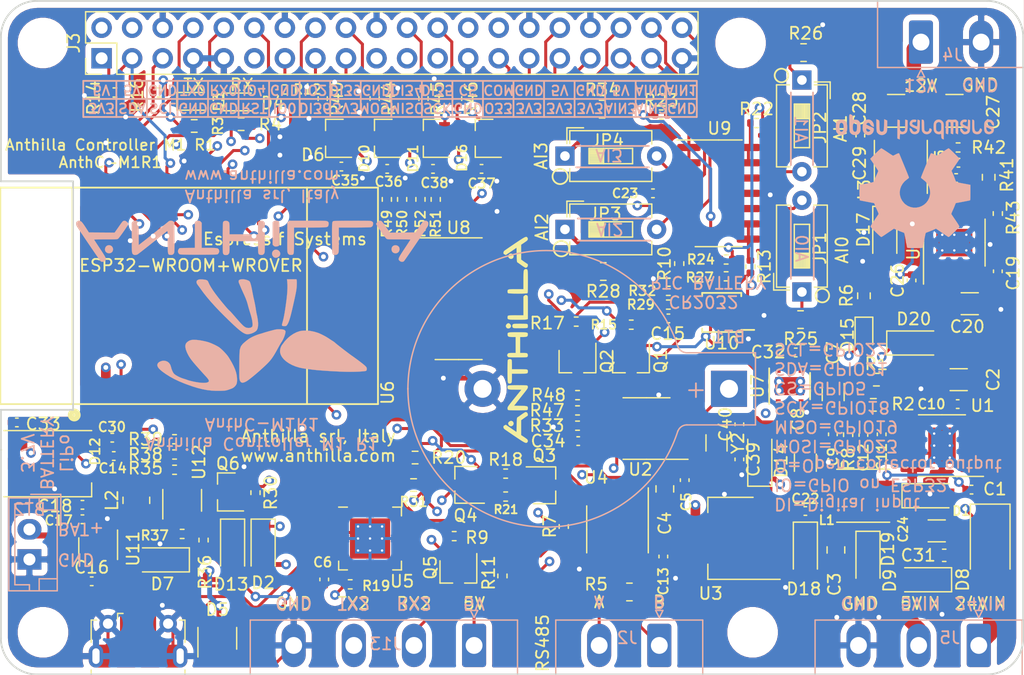
<source format=kicad_pcb>
(kicad_pcb (version 20171130) (host pcbnew "(5.1.9)-1")
  (title_block (comment 1 "Esteban Corredor") (comment 2 doenec@gmail.com) (comment 3 https://www.linkedin.com/in/esteban-corredor-377b7198/))
  (layers (0 F.Cu signal hide) (1 Second_Layer signal hide) (2 Third_Layer signal hide) (31 B.Cu power hide) (34 B.Paste user) (35 F.Paste user) (36 B.SilkS user) (37 F.SilkS user) (38 B.Mask user) (39 F.Mask user) (44 Edge.Cuts user))
  (net 0 "")
  (net 1 GND)
  (net 2 +3V3)
  (net 3 +5V)
  (net 4 /TXD)
  (net 5 /RXD)
  (net 6 /RESET)
  (net 7 "Net-(C1-Pad1)")
  (net 8 /GPIO0)
  (net 9 /CS)
  (net 10 "Net-(C6-Pad1)")
  (net 11 /DM)
  (net 12 /DP)
  (net 13 /RTS)
  (net 14 /DTR)
  (net 15 "Net-(R19-Pad1)")
  (net 16 "Net-(R20-Pad2)")
  (net 17 "Net-(Q3-Pad1)")
  (net 18 "Net-(Q4-Pad1)")
  (net 19 /SDA)
  (net 20 /SCL)
  (net 21 /MISO)
  (net 22 /SCK)
  (net 23 /MOSI)
  (net 24 /SDA5)
  (net 25 /SCL5)
  (net 26 VBUS)
  (net 27 "Net-(R31-Pad1)")
  (net 28 "Net-(C1-Pad2)")
  (net 29 /VIN)
  (net 30 "Net-(C10-Pad1)")
  (net 31 "Net-(C11-Pad1)")
  (net 32 "Net-(C12-Pad1)")
  (net 33 "Net-(D3-Pad2)")
  (net 34 "Net-(D4-Pad2)")
  (net 35 VDC)
  (net 36 /A)
  (net 37 /B)
  (net 38 "Net-(R1-Pad1)")
  (net 39 "Net-(J1-Pad4)")
  (net 40 "Net-(U1-Pad3)")
  (net 41 "Net-(U5-Pad27)")
  (net 42 "Net-(U5-Pad23)")
  (net 43 "Net-(U5-Pad22)")
  (net 44 "Net-(U5-Pad21)")
  (net 45 "Net-(U5-Pad20)")
  (net 46 "Net-(U5-Pad19)")
  (net 47 "Net-(U5-Pad18)")
  (net 48 "Net-(U5-Pad17)")
  (net 49 "Net-(U5-Pad16)")
  (net 50 "Net-(U5-Pad15)")
  (net 51 "Net-(U5-Pad14)")
  (net 52 "Net-(U5-Pad13)")
  (net 53 "Net-(U5-Pad12)")
  (net 54 "Net-(U5-Pad11)")
  (net 55 "Net-(U5-Pad10)")
  (net 56 "Net-(U5-Pad2)")
  (net 57 "Net-(U5-Pad1)")
  (net 58 "Net-(U6-Pad32)")
  (net 59 /IO27)
  (net 60 /IO14)
  (net 61 /IO12)
  (net 62 /IO13)
  (net 63 /I36)
  (net 64 /I34)
  (net 65 /RX2)
  (net 66 /TX2)
  (net 67 /RX25)
  (net 68 /IO2)
  (net 69 /IO4)
  (net 70 /IO33)
  (net 71 /IO25)
  (net 72 /IO26)
  (net 73 "Net-(R33-Pad2)")
  (net 74 "Net-(BT1-Pad1)")
  (net 75 /AN2)
  (net 76 /AN1)
  (net 77 /AN3)
  (net 78 "Net-(R10-Pad2)")
  (net 79 "Net-(R13-Pad1)")
  (net 80 "Net-(R22-Pad1)")
  (net 81 "Net-(R23-Pad2)")
  (net 82 "Net-(D12-Pad2)")
  (net 83 /AN0)
  (net 84 "Net-(U10-Pad2)")
  (net 85 "Net-(U10-Pad1)")
  (net 86 "Net-(C7-Pad1)")
  (net 87 +BATT)
  (net 88 "Net-(D7-Pad2)")
  (net 89 "Net-(D13-Pad2)")
  (net 90 "Net-(D15-Pad1)")
  (net 91 /EN_STEP_UP)
  (net 92 "Net-(Q6-Pad1)")
  (net 93 "Net-(R36-Pad1)")
  (net 94 /BAT_LEVEL)
  (net 95 "Net-(JP1-Pad1)")
  (net 96 /AIN0)
  (net 97 "Net-(C19-Pad1)")
  (net 98 "Net-(C21-Pad1)")
  (net 99 "Net-(C25-Pad1)")
  (net 100 "Net-(C26-Pad2)")
  (net 101 "Net-(C26-Pad1)")
  (net 102 +12V)
  (net 103 "Net-(R42-Pad1)")
  (net 104 /AIN1)
  (net 105 /AIN2)
  (net 106 /AIN3)
  (net 107 "Net-(U13-Pad3)")
  (net 108 "Net-(JP2-Pad1)")
  (net 109 "Net-(JP3-Pad1)")
  (net 110 "Net-(JP4-Pad1)")
  (net 111 "Net-(U8-Pad10)")
  (net 112 /I35)
  (net 113 /I39)
  (net 114 /DI35)
  (net 115 /DI34)
  (net 116 /DI39)
  (net 117 /DI36)
  (net 118 "Net-(U7-Pad4)")
  (net 119 "Net-(U7-Pad7)")
  (net 120 +5VD)
  (net 121 /RGBLED)
  (net 122 "Net-(D5-Pad4)")
  (net 123 "Net-(C35-Pad1)")
  (net 124 "Net-(C36-Pad1)")
  (net 125 "Net-(C37-Pad1)")
  (net 126 "Net-(C38-Pad1)")
  (net 127 /O12)
  (net 128 /O14)
  (net 129 /O26)
  (net 130 /O27)
  (net 131 /O25)
  (net 132 /O33)
  (net 133 /COM)
  (net 134 "Net-(D5-Pad1)")
  (net 135 "Net-(C39-Pad1)")
  (net 136 "Net-(C40-Pad1)")
  (module Symbol:OSHW-Logo2_14.6x12mm_SilkScreen (layer B.Cu) (at 256 110)
    (fp_text reference REF** hide)
    (fp_text value OSHW-Logo2_14.6x12mm_SilkScreen hide)
  )
  (module Symbol:OSHW-Logo_5.7x6mm_SilkScreen (layer F.Cu) (at 293 124)
    (fp_text reference REF** hide)
    (fp_text value OSHW-Logo_5.7x6mm_SilkScreen hide)
  )
  (module Capacitor_SMD:C_0402_1005Metric (layer F.Cu) (at 241.4 130.2 90)
    (fp_text reference C40 (at 0 -1.16 90) (layer F.SilkS))
    (fp_text value 12pF)
    (pad 2 smd roundrect (at 0.48 0 90) (size 0.56 0.62) (layers F.Cu F.Paste F.Mask) (net 1 GND))
    (pad 1 smd roundrect (at -0.48 0 90) (size 0.56 0.62) (layers F.Cu F.Paste F.Mask) (net 136 "Net-(C40-Pad1)"))
  )
  (module Capacitor_SMD:C_0402_1005Metric (layer F.Cu) (at 241.4 133.12 270)
    (fp_text reference C39 (at 0 -1.16 90) (layer F.SilkS))
    (fp_text value 12pF)
    (pad 2 smd roundrect (at 0.48 0 270) (size 0.56 0.62) (layers F.Cu F.Paste F.Mask) (net 1 GND))
    (pad 1 smd roundrect (at -0.48 0 270) (size 0.56 0.62) (layers F.Cu F.Paste F.Mask) (net 135 "Net-(C39-Pad1)"))
  )
  (module Diode_SMD:D_SOD-123 (layer F.Cu) (at 255.905 123.444)
    (fp_text reference D20 (at 0 -2) (layer F.SilkS))
    (fp_text value B5819W)
    (pad 2 smd rect (at 1.65 0) (size 0.9 1.2) (layers F.Cu F.Paste F.Mask) (net 1 GND))
    (pad 1 smd rect (at -1.65 0) (size 0.9 1.2) (layers F.Cu F.Paste F.Mask) (net 74 "Net-(BT1-Pad1)"))
  )
  (module Button_Switch_THT:SW_DIP_SPSTx01_Slide_6.7x4.1mm_W7.62mm_P2.54mm_LowProfile (layer F.Cu) (at 226.9 107.9)
    (fp_text reference JP4 (at 3.5415 -1.2835) (layer F.SilkS))
    (fp_text value 4-20mA)
    (pad 2 thru_hole oval (at 7.62 0) (size 1.6 1.6) (drill 0.8) (layers *.Cu *.Mask) (net 106 /AIN3))
    (pad 1 thru_hole rect (at 0 0) (size 1.6 1.6) (drill 0.8) (layers *.Cu *.Mask) (net 110 "Net-(JP4-Pad1)"))
  )
  (module Button_Switch_THT:SW_DIP_SPSTx01_Slide_6.7x4.1mm_W7.62mm_P2.54mm_LowProfile (layer F.Cu) (at 226.9 114)
    (fp_text reference JP3 (at 3.351 -1.2875) (layer F.SilkS))
    (fp_text value 4-20mA)
    (pad 2 thru_hole oval (at 7.62 0) (size 1.6 1.6) (drill 0.8) (layers *.Cu *.Mask) (net 105 /AIN2))
    (pad 1 thru_hole rect (at 0 0) (size 1.6 1.6) (drill 0.8) (layers *.Cu *.Mask) (net 109 "Net-(JP3-Pad1)"))
  )
  (module Button_Switch_THT:SW_DIP_SPSTx01_Slide_6.7x4.1mm_W7.62mm_P2.54mm_LowProfile (layer F.Cu) (at 246.6 101.58 270)
    (fp_text reference JP2 (at 3.957 -1.4945 90) (layer F.SilkS))
    (fp_text value 4-20mA)
    (pad 2 thru_hole oval (at 7.62 0 270) (size 1.6 1.6) (drill 0.8) (layers *.Cu *.Mask) (net 104 /AIN1))
    (pad 1 thru_hole rect (at 0 0 270) (size 1.6 1.6) (drill 0.8) (layers *.Cu *.Mask) (net 108 "Net-(JP2-Pad1)"))
  )
  (module Button_Switch_THT:SW_DIP_SPSTx01_Slide_6.7x4.1mm_W7.62mm_P2.54mm_LowProfile (layer F.Cu) (at 246.6 119.2 90)
    (fp_text reference JP1 (at 3.63 1.4945 90) (layer F.SilkS))
    (fp_text value 4-20mA)
    (pad 2 thru_hole oval (at 7.62 0 90) (size 1.6 1.6) (drill 0.8) (layers *.Cu *.Mask) (net 96 /AIN0))
    (pad 1 thru_hole rect (at 0 0 90) (size 1.6 1.6) (drill 0.8) (layers *.Cu *.Mask) (net 95 "Net-(JP1-Pad1)"))
  )
  (module nodemcu:anthillaLogo9mm (layer B.Cu) (at 201.7 122.8)
    (fp_text reference G*** hide)
    (fp_text value LOGO hide)
  )
  (module nodemcu:anthilla30mm (layer B.Cu) (at 200.9 115)
    (fp_text reference G*** hide)
    (fp_text value LOGO hide)
  )
  (module nodemcu:anthilla17mm (layer F.Cu) (at 222.8 123.2 90)
    (fp_text reference G*** hide)
    (fp_text value LOGO hide)
  )
  (module Package_SO:SOIC-8-1EP_3.9x4.9mm_P1.27mm_EP2.29x3mm_ThermalVias (layer F.Cu) (at 259.27 115.096 90)
    (fp_text reference U13 (at 0 -3.4 90) (layer F.SilkS))
    (fp_text value TPS54331DR)
    (pad 9 smd rect (at 0 0 90) (size 1.8 2.5) (layers B.Cu) (net 1 GND))
    (pad 9 thru_hole circle (at 0.65 1 90) (size 0.5 0.5) (drill 0.2) (layers *.Cu) (net 1 GND))
    (pad 9 thru_hole circle (at -0.65 1 90) (size 0.5 0.5) (drill 0.2) (layers *.Cu) (net 1 GND))
    (pad 9 thru_hole circle (at 0.65 0 90) (size 0.5 0.5) (drill 0.2) (layers *.Cu) (net 1 GND))
    (pad 9 thru_hole circle (at -0.65 0 90) (size 0.5 0.5) (drill 0.2) (layers *.Cu) (net 1 GND))
    (pad 9 thru_hole circle (at 0.65 -1 90) (size 0.5 0.5) (drill 0.2) (layers *.Cu) (net 1 GND))
    (pad 9 thru_hole circle (at -0.65 -1 90) (size 0.5 0.5) (drill 0.2) (layers *.Cu) (net 1 GND))
    (pad 9 smd rect (at 0 0 90) (size 2.29 3) (layers F.Cu F.Mask) (net 1 GND))
    (pad 8 smd roundrect (at 2.475 -1.905 90) (size 1.95 0.6) (layers F.Cu F.Paste F.Mask) (net 100 "Net-(C26-Pad2)"))
    (pad 7 smd roundrect (at 2.475 -0.635 90) (size 1.95 0.6) (layers F.Cu F.Paste F.Mask) (net 1 GND))
    (pad 6 smd roundrect (at 2.475 0.635 90) (size 1.95 0.6) (layers F.Cu F.Paste F.Mask) (net 98 "Net-(C21-Pad1)"))
    (pad 5 smd roundrect (at 2.475 1.905 90) (size 1.95 0.6) (layers F.Cu F.Paste F.Mask) (net 103 "Net-(R42-Pad1)"))
    (pad 4 smd roundrect (at -2.475 1.905 90) (size 1.95 0.6) (layers F.Cu F.Paste F.Mask) (net 97 "Net-(C19-Pad1)"))
    (pad 3 smd roundrect (at -2.475 0.635 90) (size 1.95 0.6) (layers F.Cu F.Paste F.Mask) (net 107 "Net-(U13-Pad3)"))
    (pad 2 smd roundrect (at -2.475 -0.635 90) (size 1.95 0.6) (layers F.Cu F.Paste F.Mask) (net 29 /VIN))
    (pad 1 smd roundrect (at -2.475 -1.905 90) (size 1.95 0.6) (layers F.Cu F.Paste F.Mask) (net 101 "Net-(C26-Pad1)"))
  )
  (module Package_SO:SOIC-8-1EP_3.9x4.9mm_P1.27mm_EP2.29x3mm_ThermalVias (layer F.Cu) (at 258.246 131.976 180)
    (fp_text reference U1 (at -3.374 3.325) (layer F.SilkS))
    (fp_text value TPS54331DR)
    (pad 9 smd rect (at 0 0 180) (size 1.8 2.5) (layers B.Cu) (net 1 GND))
    (pad 9 thru_hole circle (at 0.65 1 180) (size 0.5 0.5) (drill 0.2) (layers *.Cu) (net 1 GND))
    (pad 9 thru_hole circle (at -0.65 1 180) (size 0.5 0.5) (drill 0.2) (layers *.Cu) (net 1 GND))
    (pad 9 thru_hole circle (at 0.65 0 180) (size 0.5 0.5) (drill 0.2) (layers *.Cu) (net 1 GND))
    (pad 9 thru_hole circle (at -0.65 0 180) (size 0.5 0.5) (drill 0.2) (layers *.Cu) (net 1 GND))
    (pad 9 thru_hole circle (at 0.65 -1 180) (size 0.5 0.5) (drill 0.2) (layers *.Cu) (net 1 GND))
    (pad 9 thru_hole circle (at -0.65 -1 180) (size 0.5 0.5) (drill 0.2) (layers *.Cu) (net 1 GND))
    (pad 9 smd rect (at 0 0 180) (size 2.29 3) (layers F.Cu F.Mask) (net 1 GND))
    (pad 8 smd roundrect (at 2.475 -1.905 180) (size 1.95 0.6) (layers F.Cu F.Paste F.Mask) (net 28 "Net-(C1-Pad2)"))
    (pad 7 smd roundrect (at 2.475 -0.635 180) (size 1.95 0.6) (layers F.Cu F.Paste F.Mask) (net 1 GND))
    (pad 6 smd roundrect (at 2.475 0.635 180) (size 1.95 0.6) (layers F.Cu F.Paste F.Mask) (net 31 "Net-(C11-Pad1)"))
    (pad 5 smd roundrect (at 2.475 1.905 180) (size 1.95 0.6) (layers F.Cu F.Paste F.Mask) (net 38 "Net-(R1-Pad1)"))
    (pad 4 smd roundrect (at -2.475 1.905 180) (size 1.95 0.6) (layers F.Cu F.Paste F.Mask) (net 30 "Net-(C10-Pad1)"))
    (pad 3 smd roundrect (at -2.475 0.635 180) (size 1.95 0.6) (layers F.Cu F.Paste F.Mask) (net 40 "Net-(U1-Pad3)"))
    (pad 2 smd roundrect (at -2.475 -0.635 180) (size 1.95 0.6) (layers F.Cu F.Paste F.Mask) (net 29 /VIN))
    (pad 1 smd roundrect (at -2.475 -1.905 180) (size 1.95 0.6) (layers F.Cu F.Paste F.Mask) (net 7 "Net-(C1-Pad1)"))
  )
  (module Resistor_SMD:R_0402_1005Metric (layer F.Cu) (at 214.884 111.504 270)
    (fp_text reference R52 (at 2.034 0 90) (layer F.SilkS) (effects (font (size 0.8 0.8))))
    (fp_text value 2KΩ)
    (pad 2 smd roundrect (at 0.51 0 270) (size 0.54 0.64) (layers F.Cu F.Paste F.Mask) (net 64 /I34))
    (pad 1 smd roundrect (at -0.51 0 270) (size 0.54 0.64) (layers F.Cu F.Paste F.Mask) (net 126 "Net-(C38-Pad1)"))
  )
  (module Resistor_SMD:R_0402_1005Metric (layer F.Cu) (at 216.154 111.504 270)
    (fp_text reference R51 (at 2.034 0 90) (layer F.SilkS) (effects (font (size 0.8 0.8))))
    (fp_text value 2KΩ)
    (pad 2 smd roundrect (at 0.51 0 270) (size 0.54 0.64) (layers F.Cu F.Paste F.Mask) (net 112 /I35))
    (pad 1 smd roundrect (at -0.51 0 270) (size 0.54 0.64) (layers F.Cu F.Paste F.Mask) (net 125 "Net-(C37-Pad1)"))
  )
  (module Resistor_SMD:R_0402_1005Metric (layer F.Cu) (at 213.36 111.504 270)
    (fp_text reference R50 (at 2.034 0 90) (layer F.SilkS) (effects (font (size 0.8 0.8))))
    (fp_text value 2KΩ)
    (pad 2 smd roundrect (at 0.51 0 270) (size 0.54 0.64) (layers F.Cu F.Paste F.Mask) (net 113 /I39))
    (pad 1 smd roundrect (at -0.51 0 270) (size 0.54 0.64) (layers F.Cu F.Paste F.Mask) (net 124 "Net-(C36-Pad1)"))
  )
  (module Resistor_SMD:R_0402_1005Metric (layer F.Cu) (at 212.09 111.504 270)
    (fp_text reference R49 (at 2.034 0 90) (layer F.SilkS) (effects (font (size 0.8 0.8))))
    (fp_text value 2KΩ)
    (pad 2 smd roundrect (at 0.51 0 270) (size 0.54 0.64) (layers F.Cu F.Paste F.Mask) (net 63 /I36))
    (pad 1 smd roundrect (at -0.51 0 270) (size 0.54 0.64) (layers F.Cu F.Paste F.Mask) (net 123 "Net-(C35-Pad1)"))
  )
  (module Capacitor_SMD:C_0402_1005Metric (layer F.Cu) (at 215.928 108.966)
    (fp_text reference C38 (at 0.1244 1.1684) (layer F.SilkS) (effects (font (size 0.8 0.8))))
    (fp_text value 100nF)
    (pad 2 smd roundrect (at 0.48 0) (size 0.56 0.62) (layers F.Cu F.Paste F.Mask) (net 1 GND))
    (pad 1 smd roundrect (at -0.48 0) (size 0.56 0.62) (layers F.Cu F.Paste F.Mask) (net 126 "Net-(C38-Pad1)"))
  )
  (module Capacitor_SMD:C_0402_1005Metric (layer F.Cu) (at 219.964 108.966)
    (fp_text reference C37 (at 0 1.2192) (layer F.SilkS) (effects (font (size 0.8 0.8))))
    (fp_text value 100nF)
    (pad 2 smd roundrect (at 0.48 0) (size 0.56 0.62) (layers F.Cu F.Paste F.Mask) (net 1 GND))
    (pad 1 smd roundrect (at -0.48 0) (size 0.56 0.62) (layers F.Cu F.Paste F.Mask) (net 125 "Net-(C37-Pad1)"))
  )
  (module Capacitor_SMD:C_0402_1005Metric (layer F.Cu) (at 212.118 108.966)
    (fp_text reference C36 (at 0.1244 1.0668) (layer F.SilkS) (effects (font (size 0.8 0.8))))
    (fp_text value 100nF)
    (pad 2 smd roundrect (at 0.48 0) (size 0.56 0.62) (layers F.Cu F.Paste F.Mask) (net 1 GND))
    (pad 1 smd roundrect (at -0.48 0) (size 0.56 0.62) (layers F.Cu F.Paste F.Mask) (net 124 "Net-(C36-Pad1)"))
  )
  (module Capacitor_SMD:C_0402_1005Metric (layer F.Cu) (at 208.308 108.7755)
    (fp_text reference C35 (at 0.3276 1.1557) (layer F.SilkS) (effects (font (size 0.8 0.8))))
    (fp_text value 100nF)
    (pad 2 smd roundrect (at 0.48 0) (size 0.56 0.62) (layers F.Cu F.Paste F.Mask) (net 1 GND))
    (pad 1 smd roundrect (at -0.48 0) (size 0.56 0.62) (layers F.Cu F.Paste F.Mask) (net 123 "Net-(C35-Pad1)"))
  )
  (module Capacitor_SMD:C_0402_1005Metric (layer F.Cu) (at 228 131.6 180)
    (fp_text reference C34 (at 2.5 0) (layer F.SilkS))
    (fp_text value 100nF)
    (pad 2 smd roundrect (at 0.48 0 180) (size 0.56 0.62) (layers F.Cu F.Paste F.Mask) (net 1 GND))
    (pad 1 smd roundrect (at -0.48 0 180) (size 0.56 0.62) (layers F.Cu F.Paste F.Mask) (net 3 +5V))
  )
  (module Package_SO:SOIC-8_3.9x4.9mm_P1.27mm (layer F.Cu) (at 233.68 130.556 180)
    (fp_text reference U2 (at 0.508 -3.4) (layer F.SilkS))
    (fp_text value DS1307Z+)
    (pad 8 smd roundrect (at 2.475 -1.905 180) (size 1.95 0.6) (layers F.Cu F.Paste F.Mask) (net 3 +5V))
    (pad 7 smd roundrect (at 2.475 -0.635 180) (size 1.95 0.6) (layers F.Cu F.Paste F.Mask) (net 73 "Net-(R33-Pad2)"))
    (pad 6 smd roundrect (at 2.475 0.635 180) (size 1.95 0.6) (layers F.Cu F.Paste F.Mask) (net 25 /SCL5))
    (pad 5 smd roundrect (at 2.475 1.905 180) (size 1.95 0.6) (layers F.Cu F.Paste F.Mask) (net 24 /SDA5))
    (pad 4 smd roundrect (at -2.475 1.905 180) (size 1.95 0.6) (layers F.Cu F.Paste F.Mask) (net 1 GND))
    (pad 3 smd roundrect (at -2.475 0.635 180) (size 1.95 0.6) (layers F.Cu F.Paste F.Mask) (net 74 "Net-(BT1-Pad1)"))
    (pad 2 smd roundrect (at -2.475 -0.635 180) (size 1.95 0.6) (layers F.Cu F.Paste F.Mask) (net 136 "Net-(C40-Pad1)"))
    (pad 1 smd roundrect (at -2.475 -1.905 180) (size 1.95 0.6) (layers F.Cu F.Paste F.Mask) (net 135 "Net-(C39-Pad1)"))
  )
  (module Crystal:Crystal_SMD_3215-2Pin_3.2x1.5mm (layer F.Cu) (at 239.5 131.75 90)
    (fp_text reference Y2 (at -0.02 1.778 90) (layer F.SilkS))
    (fp_text value 32.768KHz)
    (pad 2 smd rect (at -1.25 0 90) (size 1 1.8) (layers F.Cu F.Paste F.Mask) (net 135 "Net-(C39-Pad1)"))
    (pad 1 smd rect (at 1.25 0 90) (size 1 1.8) (layers F.Cu F.Paste F.Mask) (net 136 "Net-(C40-Pad1)"))
  )
  (module Resistor_SMD:R_0402_1005Metric (layer F.Cu) (at 227.946 127.778)
    (fp_text reference R48 (at -2.413 0) (layer F.SilkS))
    (fp_text value 10KΩ)
    (pad 2 smd roundrect (at 0.51 0) (size 0.54 0.64) (layers F.Cu F.Paste F.Mask) (net 24 /SDA5))
    (pad 1 smd roundrect (at -0.51 0) (size 0.54 0.64) (layers F.Cu F.Paste F.Mask) (net 3 +5V))
  )
  (module Resistor_SMD:R_0402_1005Metric (layer F.Cu) (at 227.944 129.048)
    (fp_text reference R47 (at -2.538 0) (layer F.SilkS))
    (fp_text value 10KΩ)
    (pad 2 smd roundrect (at 0.51 0) (size 0.54 0.64) (layers F.Cu F.Paste F.Mask) (net 25 /SCL5))
    (pad 1 smd roundrect (at -0.51 0) (size 0.54 0.64) (layers F.Cu F.Paste F.Mask) (net 3 +5V))
  )
  (module Resistor_SMD:R_0402_1005Metric (layer F.Cu) (at 227.836 121.666 180)
    (fp_text reference R17 (at 2.411 -0.127) (layer F.SilkS))
    (fp_text value 10KΩ)
    (pad 2 smd roundrect (at 0.51 0 180) (size 0.54 0.64) (layers F.Cu F.Paste F.Mask) (net 19 /SDA))
    (pad 1 smd roundrect (at -0.51 0 180) (size 0.54 0.64) (layers F.Cu F.Paste F.Mask) (net 2 +3V3))
  )
  (module Resistor_SMD:R_0402_1005Metric (layer F.Cu) (at 232.41 121.92 180)
    (fp_text reference R15 (at 2.286 0) (layer F.SilkS) (effects (font (size 0.75 0.75))))
    (fp_text value 10KΩ)
    (pad 2 smd roundrect (at 0.51 0 180) (size 0.54 0.64) (layers F.Cu F.Paste F.Mask) (net 20 /SCL))
    (pad 1 smd roundrect (at -0.51 0 180) (size 0.54 0.64) (layers F.Cu F.Paste F.Mask) (net 2 +3V3))
  )
  (module Package_TO_SOT_SMD:TSOT-23 (layer F.Cu) (at 227.96 124.968 270)
    (fp_text reference Q2 (at 0 -2.45 90) (layer F.SilkS))
    (fp_text value 2N7002)
    (pad 3 smd rect (at 1.31 0 270) (size 1.22 0.65) (layers F.Cu F.Paste F.Mask) (net 24 /SDA5))
    (pad 2 smd rect (at -1.31 0.95 270) (size 1.22 0.65) (layers F.Cu F.Paste F.Mask) (net 19 /SDA))
    (pad 1 smd rect (at -1.31 -0.95 270) (size 1.22 0.65) (layers F.Cu F.Paste F.Mask) (net 2 +3V3))
  )
  (module Package_TO_SOT_SMD:TSOT-23 (layer F.Cu) (at 232.41 124.968 270)
    (fp_text reference Q1 (at 0 -2.45 90) (layer F.SilkS))
    (fp_text value 2N7002)
    (pad 3 smd rect (at 1.31 0 270) (size 1.22 0.65) (layers F.Cu F.Paste F.Mask) (net 25 /SCL5))
    (pad 2 smd rect (at -1.31 0.95 270) (size 1.22 0.65) (layers F.Cu F.Paste F.Mask) (net 20 /SCL))
    (pad 1 smd rect (at -1.31 -0.95 270) (size 1.22 0.65) (layers F.Cu F.Paste F.Mask) (net 2 +3V3))
  )
  (module Diode_SMD:D_SOD-123 (layer F.Cu) (at 252.095 141.35 270)
    (fp_text reference D19 (at -0.761 -1.651 90) (layer F.SilkS))
    (fp_text value B5819W)
    (pad 2 smd rect (at 1.65 0 270) (size 0.9 1.2) (layers F.Cu F.Paste F.Mask) (net 120 +5VD))
    (pad 1 smd rect (at -1.65 0 270) (size 0.9 1.2) (layers F.Cu F.Paste F.Mask) (net 3 +5V))
  )
  (module Connector_Phoenix_MSTB:PhoenixContact_MSTBA_2,5_3-G_1x03_P5.00mm_Horizontal (layer B.Cu) (at 261.305 148.59 180)
    (fp_text reference J5 (at 2.413 0.635) (layer B.SilkS) (effects (justify mirror)))
    (fp_text value VIN)
    (pad 3 thru_hole oval (at 10 0 180) (size 2 3.6) (drill 1.4) (layers *.Cu *.Mask) (net 1 GND))
    (pad 2 thru_hole oval (at 5 0 180) (size 2 3.6) (drill 1.4) (layers *.Cu *.Mask) (net 120 +5VD))
    (pad 1 thru_hole roundrect (at 0 0 180) (size 2 3.6) (drill 1.4) (layers *.Cu *.Mask) (roundrect_rratio 0.125) (net 35 VDC))
  )
  (module Diode_SMD:D_SOD-123 (layer F.Cu) (at 246.888 140.588 270)
    (fp_text reference D18 (at 3.303 0.127) (layer F.SilkS))
    (fp_text value B5819W)
    (pad 2 smd rect (at 1.65 0 270) (size 0.9 1.2) (layers F.Cu F.Paste F.Mask) (net 1 GND))
    (pad 1 smd rect (at -1.65 0 270) (size 0.9 1.2) (layers F.Cu F.Paste F.Mask) (net 3 +5V))
  )
  (module Capacitor_SMD:C_0402_1005Metric (layer F.Cu) (at 181.328 130.048)
    (fp_text reference C33 (at 2.187 0.127) (layer F.SilkS))
    (fp_text value 100nF)
    (pad 2 smd roundrect (at 0.48 0) (size 0.56 0.62) (layers F.Cu F.Paste F.Mask) (net 1 GND))
    (pad 1 smd roundrect (at -0.48 0) (size 0.56 0.62) (layers F.Cu F.Paste F.Mask) (net 3 +5V))
  )
  (module Connector_Phoenix_MSTB:PhoenixContact_MSTBA_2,5_2-G_1x02_P5.00mm_Horizontal (layer B.Cu) (at 256.5 98.425)
    (fp_text reference J4 (at 2.619 1.0795) (layer B.SilkS) (effects (justify mirror)))
    (fp_text value 12V)
    (pad 2 thru_hole oval (at 5 0) (size 2 3.6) (drill 1.4) (layers *.Cu *.Mask) (net 1 GND))
    (pad 1 thru_hole roundrect (at 0 0) (size 2 3.6) (drill 1.4) (layers *.Cu *.Mask) (roundrect_rratio 0.125) (net 102 +12V))
  )
  (module Capacitor_SMD:C_0402_1005Metric (layer F.Cu) (at 246.087 124.233)
    (fp_text reference C32 (at -2.287 -0.033) (layer F.SilkS))
    (fp_text value 100nF)
    (pad 2 smd roundrect (at 0.48 0) (size 0.56 0.62) (layers F.Cu F.Paste F.Mask) (net 1 GND))
    (pad 1 smd roundrect (at -0.48 0) (size 0.56 0.62) (layers F.Cu F.Paste F.Mask) (net 2 +3V3))
  )
  (module Connector_Phoenix_MSTB:PhoenixContact_MSTBA_2,5_4-G_1x04_P5.00mm_Horizontal (layer B.Cu) (at 219.343 148.59 180)
    (fp_text reference J13 (at 7.366 0.127) (layer B.SilkS) (effects (justify mirror)))
    (fp_text value NEXTION)
    (pad 4 thru_hole oval (at 15 0 180) (size 2 3.6) (drill 1.4) (layers *.Cu *.Mask) (net 1 GND))
    (pad 3 thru_hole oval (at 10 0 180) (size 2 3.6) (drill 1.4) (layers *.Cu *.Mask) (net 66 /TX2))
    (pad 2 thru_hole oval (at 5 0 180) (size 2 3.6) (drill 1.4) (layers *.Cu *.Mask) (net 67 /RX25))
    (pad 1 thru_hole roundrect (at 0 0 180) (size 2 3.6) (drill 1.4) (layers *.Cu *.Mask) (roundrect_rratio 0.125) (net 3 +5V))
  )
  (module Connector_Phoenix_MSTB:PhoenixContact_MSTBA_2,5_2-G_1x02_P5.00mm_Horizontal (layer B.Cu) (at 234.743 148.59 180)
    (fp_text reference J2 (at 2.667 0.635) (layer B.SilkS) (effects (justify mirror)))
    (fp_text value RS485)
    (pad 2 thru_hole oval (at 5 0 180) (size 2 3.6) (drill 1.4) (layers *.Cu *.Mask) (net 36 /A))
    (pad 1 thru_hole roundrect (at 0 0 180) (size 2 3.6) (drill 1.4) (layers *.Cu *.Mask) (roundrect_rratio 0.125) (net 37 /B))
  )
  (module Package_SON:Texas_PWSON-N6 (layer F.Cu) (at 245.579 127.027 90)
    (fp_text reference U7 (at 0 -2.67 90) (layer F.SilkS))
    (fp_text value HDC2080)
    (pad 6 smd rect (at 1.4 -0.95 90) (size 0.6 0.4) (layers F.Cu F.Paste F.Mask) (net 20 /SCL))
    (pad 5 smd rect (at 1.4 0 90) (size 0.6 0.4) (layers F.Cu F.Paste F.Mask) (net 2 +3V3))
    (pad 4 smd rect (at 1.4 0.95 90) (size 0.6 0.4) (layers F.Cu F.Paste F.Mask) (net 118 "Net-(U7-Pad4)"))
    (pad 3 smd rect (at -1.4 0.95 90) (size 0.6 0.4) (layers F.Cu F.Paste F.Mask) (net 1 GND))
    (pad 2 smd rect (at -1.4 0 90) (size 0.6 0.4) (layers F.Cu F.Paste F.Mask) (net 1 GND))
    (pad 1 smd rect (at -1.4 -0.95 90) (size 0.6 0.4) (layers F.Cu F.Paste F.Mask) (net 19 /SDA))
    (pad 7 smd rect (at 0 0 90) (size 1.5 2.4) (layers F.Cu F.Paste F.Mask) (net 119 "Net-(U7-Pad7)"))
  )
  (module nodemcu:L-4.2x4.4 (layer F.Cu) (at 251.695 136.144 180)
    (fp_text reference L1 (at 3.029 -2.032 180) (layer F.SilkS) (effects (font (size 0.75 0.75))))
    (fp_text value 10uH)
    (pad 1 smd rect (at -1.85 0 180) (size 1.5 2.5) (layers F.Cu F.Paste F.Mask) (net 28 "Net-(C1-Pad2)"))
    (pad 2 smd rect (at 1.85 0 180) (size 1.5 2.5) (layers F.Cu F.Paste F.Mask) (net 86 "Net-(C7-Pad1)"))
  )
  (module nodemcu:L-4.2x4.4 (layer F.Cu) (at 254.825 108.801 90)
    (fp_text reference L3 (at -1.899 -3.025 270) (layer F.SilkS))
    (fp_text value 10uH)
    (pad 1 smd rect (at -1.85 0 90) (size 1.5 2.5) (layers F.Cu F.Paste F.Mask) (net 100 "Net-(C26-Pad2)"))
    (pad 2 smd rect (at 1.85 0 90) (size 1.5 2.5) (layers F.Cu F.Paste F.Mask) (net 102 +12V))
  )
  (module Battery:BatteryHolder_Keystone_103_1x20mm (layer B.Cu) (at 240.538 127.254 180)
    (fp_text reference BT1 (at 0 4.3) (layer B.SilkS) (effects (justify mirror)))
    (fp_text value "COIN BATTERY")
    (fp_text user + (at 2.75 0) (layer B.SilkS) (effects (font (size 1.5 1.5)) (justify mirror)))
    (pad 1 thru_hole rect (at 0 0 180) (size 3 3) (drill 1.5) (layers *.Cu *.Mask) (net 74 "Net-(BT1-Pad1)"))
    (pad 2 thru_hole circle (at 20.49 0 180) (size 3 3) (drill 1.5) (layers *.Cu *.Mask) (net 1 GND))
  )
  (module Capacitor_SMD:C_0402_1005Metric (layer F.Cu) (at 234.216 110.998 180)
    (fp_text reference C23 (at 2.314 0) (layer F.SilkS) (effects (font (size 0.75 0.75))))
    (fp_text value 100nF)
    (pad 2 smd roundrect (at 0.48 0 180) (size 0.56 0.62) (layers F.Cu F.Paste F.Mask) (net 1 GND))
    (pad 1 smd roundrect (at -0.48 0 180) (size 0.56 0.62) (layers F.Cu F.Paste F.Mask) (net 3 +5V))
  )
  (module Resistor_SMD:R_0402_1005Metric (layer F.Cu) (at 217.932 103.122 270)
    (fp_text reference R46 (at 0 -1.17 90) (layer F.SilkS))
    (fp_text value 2KΩ)
    (pad 2 smd roundrect (at 0.51 0 270) (size 0.54 0.64) (layers F.Cu F.Paste F.Mask) (net 125 "Net-(C37-Pad1)"))
    (pad 1 smd roundrect (at -0.51 0 270) (size 0.54 0.64) (layers F.Cu F.Paste F.Mask) (net 114 /DI35))
  )
  (module Resistor_SMD:R_0402_1005Metric (layer F.Cu) (at 215.138 103.122 270)
    (fp_text reference R45 (at 0 -1.17 90) (layer F.SilkS))
    (fp_text value 2KΩ)
    (pad 2 smd roundrect (at 0.51 0 270) (size 0.54 0.64) (layers F.Cu F.Paste F.Mask) (net 126 "Net-(C38-Pad1)"))
    (pad 1 smd roundrect (at -0.51 0 270) (size 0.54 0.64) (layers F.Cu F.Paste F.Mask) (net 115 /DI34))
  )
  (module Resistor_SMD:R_0402_1005Metric (layer F.Cu) (at 211.074 103.122 270)
    (fp_text reference R44 (at 0 -1.17 90) (layer F.SilkS))
    (fp_text value 2KΩ)
    (pad 2 smd roundrect (at 0.51 0 270) (size 0.54 0.64) (layers F.Cu F.Paste F.Mask) (net 124 "Net-(C36-Pad1)"))
    (pad 1 smd roundrect (at -0.51 0 270) (size 0.54 0.64) (layers F.Cu F.Paste F.Mask) (net 116 /DI39))
  )
  (module Resistor_SMD:R_0402_1005Metric (layer F.Cu) (at 206.756 103.126 270)
    (fp_text reference R40 (at 0 -1.17 90) (layer F.SilkS))
    (fp_text value 2KΩ)
    (pad 2 smd roundrect (at 0.51 0 270) (size 0.54 0.64) (layers F.Cu F.Paste F.Mask) (net 123 "Net-(C35-Pad1)"))
    (pad 1 smd roundrect (at -0.51 0 270) (size 0.54 0.64) (layers F.Cu F.Paste F.Mask) (net 117 /DI36))
  )
  (module Package_TO_SOT_SMD:SOT-23 (layer F.Cu) (at 220.202 106.426 180)
    (fp_text reference D16 (at 1.8636 -1.6256 90) (layer F.SilkS) (effects (font (size 0.8 0.8))))
    (fp_text value BAT54S)
    (pad 3 smd rect (at 1 0 180) (size 0.9 0.8) (layers F.Cu F.Paste F.Mask) (net 125 "Net-(C37-Pad1)"))
    (pad 2 smd rect (at -1 0.95 180) (size 0.9 0.8) (layers F.Cu F.Paste F.Mask) (net 2 +3V3))
    (pad 1 smd rect (at -1 -0.95 180) (size 0.9 0.8) (layers F.Cu F.Paste F.Mask) (net 1 GND))
  )
  (module Package_TO_SOT_SMD:SOT-23 (layer F.Cu) (at 215.884 106.426 180)
    (fp_text reference D11 (at 1.6096 -1.6764 90) (layer F.SilkS) (effects (font (size 0.8 0.8))))
    (fp_text value BAT54S)
    (pad 3 smd rect (at 1 0 180) (size 0.9 0.8) (layers F.Cu F.Paste F.Mask) (net 126 "Net-(C38-Pad1)"))
    (pad 2 smd rect (at -1 0.95 180) (size 0.9 0.8) (layers F.Cu F.Paste F.Mask) (net 2 +3V3))
    (pad 1 smd rect (at -1 -0.95 180) (size 0.9 0.8) (layers F.Cu F.Paste F.Mask) (net 1 GND))
  )
  (module Package_TO_SOT_SMD:SOT-23 (layer F.Cu) (at 211.82 106.426 180)
    (fp_text reference D10 (at 1.6096 -1.6764 270) (layer F.SilkS) (effects (font (size 0.8 0.8))))
    (fp_text value BAT54S)
    (pad 3 smd rect (at 1 0 180) (size 0.9 0.8) (layers F.Cu F.Paste F.Mask) (net 124 "Net-(C36-Pad1)"))
    (pad 2 smd rect (at -1 0.95 180) (size 0.9 0.8) (layers F.Cu F.Paste F.Mask) (net 2 +3V3))
    (pad 1 smd rect (at -1 -0.95 180) (size 0.9 0.8) (layers F.Cu F.Paste F.Mask) (net 1 GND))
  )
  (module Package_TO_SOT_SMD:SOT-23 (layer F.Cu) (at 207.756 106.426 180)
    (fp_text reference D6 (at 1.8128 -1.3716) (layer F.SilkS))
    (fp_text value BAT54S)
    (pad 3 smd rect (at 1 0 180) (size 0.9 0.8) (layers F.Cu F.Paste F.Mask) (net 123 "Net-(C35-Pad1)"))
    (pad 2 smd rect (at -1 0.95 180) (size 0.9 0.8) (layers F.Cu F.Paste F.Mask) (net 2 +3V3))
    (pad 1 smd rect (at -1 -0.95 180) (size 0.9 0.8) (layers F.Cu F.Paste F.Mask) (net 1 GND))
  )
  (module Resistor_SMD:R_0805_2012Metric (layer F.Cu) (at 229.9875 104 180)
    (fp_text reference R34 (at -0.0125 1.6) (layer F.SilkS))
    (fp_text value 250R)
    (pad 2 smd roundrect (at 0.9125 0 180) (size 1.025 1.4) (layers F.Cu F.Paste F.Mask) (roundrect_rratio 0.2439004878048781) (net 110 "Net-(JP4-Pad1)"))
    (pad 1 smd roundrect (at -0.9125 0 180) (size 1.025 1.4) (layers F.Cu F.Paste F.Mask) (roundrect_rratio 0.2439004878048781) (net 1 GND))
  )
  (module Resistor_SMD:R_0805_2012Metric (layer F.Cu) (at 230.0875 117.5 180)
    (fp_text reference R28 (at 0 -1.65) (layer F.SilkS))
    (fp_text value 250R)
    (pad 2 smd roundrect (at 0.9125 0 180) (size 1.025 1.4) (layers F.Cu F.Paste F.Mask) (roundrect_rratio 0.2439004878048781) (net 109 "Net-(JP3-Pad1)"))
    (pad 1 smd roundrect (at -0.9125 0 180) (size 1.025 1.4) (layers F.Cu F.Paste F.Mask) (roundrect_rratio 0.2439004878048781) (net 1 GND))
  )
  (module Resistor_SMD:R_0805_2012Metric (layer F.Cu) (at 246.7375 99.3 180)
    (fp_text reference R26 (at -0.1875 1.6) (layer F.SilkS))
    (fp_text value 250R)
    (pad 2 smd roundrect (at 0.9125 0 180) (size 1.025 1.4) (layers F.Cu F.Paste F.Mask) (roundrect_rratio 0.2439004878048781) (net 108 "Net-(JP2-Pad1)"))
    (pad 1 smd roundrect (at -0.9125 0 180) (size 1.025 1.4) (layers F.Cu F.Paste F.Mask) (roundrect_rratio 0.2439004878048781) (net 1 GND))
  )
  (module Resistor_SMD:R_0805_2012Metric (layer F.Cu) (at 246.4875 121.5)
    (fp_text reference R25 (at 0.0125 1.6) (layer F.SilkS))
    (fp_text value 250R)
    (pad 2 smd roundrect (at 0.9125 0) (size 1.025 1.4) (layers F.Cu F.Paste F.Mask) (roundrect_rratio 0.2439004878048781) (net 95 "Net-(JP1-Pad1)"))
    (pad 1 smd roundrect (at -0.9125 0) (size 1.025 1.4) (layers F.Cu F.Paste F.Mask) (roundrect_rratio 0.2439004878048781) (net 1 GND))
  )
  (module Capacitor_SMD:C_0603_1608Metric (layer F.Cu) (at 258.432 141.097 180)
    (fp_text reference C31 (at 2.159 0) (layer F.SilkS))
    (fp_text value 100nF)
    (pad 2 smd roundrect (at 0.775 0 180) (size 0.9 0.95) (layers F.Cu F.Paste F.Mask) (net 1 GND))
    (pad 1 smd roundrect (at -0.775 0 180) (size 0.9 0.95) (layers F.Cu F.Paste F.Mask) (net 29 /VIN))
  )
  (module Capacitor_SMD:C_1206_3216Metric (layer F.Cu) (at 257.81 139.065 180)
    (fp_text reference C24 (at 2.794 0.127 90) (layer F.SilkS) (effects (font (size 0.75 0.75))))
    (fp_text value "10uF 50V")
    (pad 2 smd roundrect (at 1.475 0 180) (size 1.15 1.8) (layers F.Cu F.Paste F.Mask) (roundrect_rratio 0.2173904347826087) (net 1 GND))
    (pad 1 smd roundrect (at -1.475 0 180) (size 1.15 1.8) (layers F.Cu F.Paste F.Mask) (roundrect_rratio 0.2173904347826087) (net 29 /VIN))
  )
  (module Capacitor_SMD:C_0402_1005Metric (layer F.Cu) (at 189.258 131.318 180)
    (fp_text reference C30 (at 0.028 0.889) (layer F.SilkS) (effects (font (size 0.8 0.8))))
    (fp_text value 10uF)
    (pad 2 smd roundrect (at 0.48 0 180) (size 0.56 0.62) (layers F.Cu F.Paste F.Mask) (net 1 GND))
    (pad 1 smd roundrect (at -0.48 0 180) (size 0.56 0.62) (layers F.Cu F.Paste F.Mask) (net 2 +3V3))
  )
  (module Capacitor_SMD:C_0402_1005Metric (layer F.Cu) (at 189.385 132.842 180)
    (fp_text reference C14 (at 0.0915 -1.016) (layer F.SilkS) (effects (font (size 0.8 0.8))))
    (fp_text value 100nF)
    (pad 2 smd roundrect (at 0.48 0 180) (size 0.56 0.62) (layers F.Cu F.Paste F.Mask) (net 1 GND))
    (pad 1 smd roundrect (at -0.48 0 180) (size 0.56 0.62) (layers F.Cu F.Paste F.Mask) (net 2 +3V3))
  )
  (module Capacitor_SMD:C_0805_2012Metric (layer F.Cu) (at 235.204 135.575 90)
    (fp_text reference C4 (at -2.855 0 90) (layer F.SilkS))
    (fp_text value 47uF)
    (pad 2 smd roundrect (at 0.95 0 90) (size 1 1.45) (layers F.Cu F.Paste F.Mask) (net 1 GND))
    (pad 1 smd roundrect (at -0.95 0 90) (size 1 1.45) (layers F.Cu F.Paste F.Mask) (net 2 +3V3))
  )
  (module Capacitor_SMD:C_0805_2012Metric (layer F.Cu) (at 249.428 140.65 270)
    (fp_text reference C3 (at 2.86 0.127 90) (layer F.SilkS))
    (fp_text value 47uF)
    (pad 2 smd roundrect (at 0.95 0 270) (size 1 1.45) (layers F.Cu F.Paste F.Mask) (net 1 GND))
    (pad 1 smd roundrect (at -0.95 0 270) (size 1 1.45) (layers F.Cu F.Paste F.Mask) (net 3 +5V))
  )
  (module ESP32-footprints-Lib:ESP32-WROOM+WROVER (layer F.Cu) (at 192.702 119.524 270)
    (fp_text reference U6 (at 8.0475 -19.4515 90) (layer F.SilkS))
    (fp_text value ESP32-WROOM)
    (fp_text user ESP32-WROOM+WROVER (at -2.524 -3.098) (layer F.SilkS))
    (fp_text user "Espressif Systems" (at -4.724 -10.912156) (layer F.SilkS))
    (pad 23 smd oval (at -9 -13.8) (size 0.9 2.5) (layers F.Cu F.Paste F.Mask) (net 121 /RGBLED))
    (pad 24 smd oval (at -9 -12.53) (size 0.9 2.5) (layers F.Cu F.Paste F.Mask) (net 68 /IO2))
    (pad 16 smd oval (at 9 -13.8) (size 0.9 2.5) (layers F.Cu F.Paste F.Mask) (net 62 /IO13))
    (pad 15 smd oval (at 9 -12.53) (size 0.9 2.5) (layers F.Cu F.Paste F.Mask) (net 1 GND))
    (pad 39 smd rect (at 0.3 -2.45 270) (size 6 6) (layers F.Cu F.Paste F.Mask) (net 1 GND))
    (pad 1 smd oval (at 9 5.25 270) (size 2.5 0.9) (layers F.Cu F.Paste F.Mask) (net 1 GND))
    (pad 2 smd oval (at 9 3.98 270) (size 2.5 0.9) (layers F.Cu F.Paste F.Mask) (net 2 +3V3))
    (pad 3 smd oval (at 9 2.71 270) (size 2.5 0.9) (layers F.Cu F.Paste F.Mask) (net 6 /RESET))
    (pad 4 smd oval (at 9 1.44 270) (size 2.5 0.9) (layers F.Cu F.Paste F.Mask) (net 63 /I36))
    (pad 5 smd oval (at 9 0.17 270) (size 2.5 0.9) (layers F.Cu F.Paste F.Mask) (net 113 /I39))
    (pad 6 smd oval (at 9 -1.1 270) (size 2.5 0.9) (layers F.Cu F.Paste F.Mask) (net 64 /I34))
    (pad 7 smd oval (at 9 -2.37 270) (size 2.5 0.9) (layers F.Cu F.Paste F.Mask) (net 112 /I35))
    (pad 8 smd oval (at 9 -3.64 270) (size 2.5 0.9) (layers F.Cu F.Paste F.Mask) (net 94 /BAT_LEVEL))
    (pad 9 smd oval (at 9 -4.91 270) (size 2.5 0.9) (layers F.Cu F.Paste F.Mask) (net 70 /IO33))
    (pad 10 smd oval (at 9 -6.18 270) (size 2.5 0.9) (layers F.Cu F.Paste F.Mask) (net 71 /IO25))
    (pad 11 smd oval (at 9 -7.45 270) (size 2.5 0.9) (layers F.Cu F.Paste F.Mask) (net 72 /IO26))
    (pad 12 smd oval (at 9 -8.72 270) (size 2.5 0.9) (layers F.Cu F.Paste F.Mask) (net 59 /IO27))
    (pad 13 smd oval (at 9 -9.99 270) (size 2.5 0.9) (layers F.Cu F.Paste F.Mask) (net 60 /IO14))
    (pad 14 smd oval (at 9 -11.26 270) (size 2.5 0.9) (layers F.Cu F.Paste F.Mask) (net 61 /IO12))
    (pad 15 smd oval (at 5.715 -12.75 270) (size 0.9 2.5) (layers F.Cu F.Paste F.Mask) (net 1 GND))
    (pad 16 smd oval (at 4.445 -12.75 270) (size 0.9 2.5) (layers F.Cu F.Paste F.Mask) (net 62 /IO13))
    (pad 23 smd oval (at -4.445 -12.75 270) (size 0.9 2.5) (layers F.Cu F.Paste F.Mask) (net 121 /RGBLED))
    (pad 24 smd oval (at -5.715 -12.75 270) (size 0.9 2.5) (layers F.Cu F.Paste F.Mask) (net 68 /IO2))
    (pad 25 smd oval (at -9 -11.26 270) (size 2.5 0.9) (layers F.Cu F.Paste F.Mask) (net 8 /GPIO0))
    (pad 26 smd oval (at -9 -9.99 270) (size 2.5 0.9) (layers F.Cu F.Paste F.Mask) (net 69 /IO4))
    (pad 27 smd oval (at -9 -8.72 270) (size 2.5 0.9) (layers F.Cu F.Paste F.Mask) (net 65 /RX2))
    (pad 28 smd oval (at -9 -7.45 270) (size 2.5 0.9) (layers F.Cu F.Paste F.Mask) (net 66 /TX2))
    (pad 29 smd oval (at -9 -6.18 270) (size 2.5 0.9) (layers F.Cu F.Paste F.Mask) (net 9 /CS))
    (pad 30 smd oval (at -9 -4.91 270) (size 2.5 0.9) (layers F.Cu F.Paste F.Mask) (net 22 /SCK))
    (pad 31 smd oval (at -9 -3.64 270) (size 2.5 0.9) (layers F.Cu F.Paste F.Mask) (net 21 /MISO))
    (pad 32 smd oval (at -9 -2.37 270) (size 2.5 0.9) (layers F.Cu F.Paste F.Mask) (net 58 "Net-(U6-Pad32)"))
    (pad 33 smd oval (at -9 -1.1 270) (size 2.5 0.9) (layers F.Cu F.Paste F.Mask) (net 19 /SDA))
    (pad 34 smd oval (at -9 0.17 270) (size 2.5 0.9) (layers F.Cu F.Paste F.Mask) (net 5 /RXD))
    (pad 35 smd oval (at -9 1.44 270) (size 2.5 0.9) (layers F.Cu F.Paste F.Mask) (net 4 /TXD))
    (pad 36 smd oval (at -9 2.71 270) (size 2.5 0.9) (layers F.Cu F.Paste F.Mask) (net 20 /SCL))
    (pad 37 smd oval (at -9 3.98 270) (size 2.5 0.9) (layers F.Cu F.Paste F.Mask) (net 23 /MOSI))
    (pad 38 smd oval (at -9 5.25 270) (size 2.5 0.9) (layers F.Cu F.Paste F.Mask) (net 1 GND))
  )
  (module Resistor_SMD:R_0402_1005Metric (layer F.Cu) (at 262.89 112.681 90)
    (fp_text reference R43 (at -0.349 1.27 90) (layer F.SilkS))
    (fp_text value 9.1KΩ)
    (pad 2 smd roundrect (at 0.51 0 90) (size 0.54 0.64) (layers F.Cu F.Paste F.Mask) (net 103 "Net-(R42-Pad1)"))
    (pad 1 smd roundrect (at -0.51 0 90) (size 0.54 0.64) (layers F.Cu F.Paste F.Mask) (net 1 GND))
  )
  (module Resistor_SMD:R_0402_1005Metric (layer F.Cu) (at 259.586 107.188 180)
    (fp_text reference R42 (at -2.542 0) (layer F.SilkS))
    (fp_text value 220KΩ)
    (pad 2 smd roundrect (at 0.51 0 180) (size 0.54 0.64) (layers F.Cu F.Paste F.Mask) (net 102 +12V))
    (pad 1 smd roundrect (at -0.51 0 180) (size 0.54 0.64) (layers F.Cu F.Paste F.Mask) (net 103 "Net-(R42-Pad1)"))
  )
  (module Resistor_SMD:R_0603_1608Metric (layer F.Cu) (at 262.128 109.665 90)
    (fp_text reference R41 (at 0.191 1.524 90) (layer F.SilkS))
    (fp_text value 49.9Ω)
    (pad 2 smd roundrect (at 0.825 0 90) (size 0.8 0.95) (layers F.Cu F.Paste F.Mask) (net 99 "Net-(C25-Pad1)"))
    (pad 1 smd roundrect (at -0.825 0 90) (size 0.8 0.95) (layers F.Cu F.Paste F.Mask) (net 98 "Net-(C21-Pad1)"))
  )
  (module Diode_SMD:D_SOD-123 (layer F.Cu) (at 253.492 114.335 270)
    (fp_text reference D17 (at -0.289 1.778 90) (layer F.SilkS))
    (fp_text value B5819W)
    (pad 2 smd rect (at 1.65 0 270) (size 0.9 1.2) (layers F.Cu F.Paste F.Mask) (net 1 GND))
    (pad 1 smd rect (at -1.65 0 270) (size 0.9 1.2) (layers F.Cu F.Paste F.Mask) (net 100 "Net-(C26-Pad2)"))
  )
  (module Capacitor_SMD:C_0402_1005Metric (layer F.Cu) (at 251.46 106.2 90)
    (fp_text reference C29 (at -2.3 -0.06 90) (layer F.SilkS))
    (fp_text value 100nF)
    (pad 2 smd roundrect (at 0.48 0 90) (size 0.56 0.62) (layers F.Cu F.Paste F.Mask) (net 1 GND))
    (pad 1 smd roundrect (at -0.48 0 90) (size 0.56 0.62) (layers F.Cu F.Paste F.Mask) (net 102 +12V))
  )
  (module Capacitor_SMD:C_1210_3225Metric (layer F.Cu) (at 254.43 104.14 180)
    (fp_text reference C28 (at 3.0335 0.1905 90) (layer F.SilkS))
    (fp_text value 47uF)
    (pad 2 smd roundrect (at 1.475 0 180) (size 1.15 2.7) (layers F.Cu F.Paste F.Mask) (roundrect_rratio 0.2173904347826087) (net 1 GND))
    (pad 1 smd roundrect (at -1.475 0 180) (size 1.15 2.7) (layers F.Cu F.Paste F.Mask) (roundrect_rratio 0.2173904347826087) (net 102 +12V))
  )
  (module Capacitor_SMD:C_1210_3225Metric (layer F.Cu) (at 259.285 104.14)
    (fp_text reference C27 (at 3.224 0.127 90) (layer F.SilkS))
    (fp_text value 47uF)
    (pad 2 smd roundrect (at 1.475 0) (size 1.15 2.7) (layers F.Cu F.Paste F.Mask) (roundrect_rratio 0.2173904347826087) (net 1 GND))
    (pad 1 smd roundrect (at -1.475 0) (size 1.15 2.7) (layers F.Cu F.Paste F.Mask) (roundrect_rratio 0.2173904347826087) (net 102 +12V))
  )
  (module Capacitor_SMD:C_0402_1005Metric (layer F.Cu) (at 255.714 118.243 90)
    (fp_text reference C26 (at 0 -1.16 90) (layer F.SilkS))
    (fp_text value 100nF)
    (pad 2 smd roundrect (at 0.48 0 90) (size 0.56 0.62) (layers F.Cu F.Paste F.Mask) (net 100 "Net-(C26-Pad2)"))
    (pad 1 smd roundrect (at -0.48 0 90) (size 0.56 0.62) (layers F.Cu F.Paste F.Mask) (net 101 "Net-(C26-Pad1)"))
  )
  (module Capacitor_SMD:C_0402_1005Metric (layer F.Cu) (at 259.616 108.458 180)
    (fp_text reference C25 (at 1.552 0 90) (layer F.SilkS) (effects (font (size 0.75 0.75))))
    (fp_text value 4.7nF)
    (pad 2 smd roundrect (at 0.48 0 180) (size 0.56 0.62) (layers F.Cu F.Paste F.Mask) (net 1 GND))
    (pad 1 smd roundrect (at -0.48 0 180) (size 0.56 0.62) (layers F.Cu F.Paste F.Mask) (net 99 "Net-(C25-Pad1)"))
  )
  (module Capacitor_SMD:C_0402_1005Metric (layer F.Cu) (at 259.425 109.728 180)
    (fp_text reference C21 (at 0 -1.16) (layer F.SilkS) (effects (font (size 0.75 0.75))))
    (fp_text value 47pF)
    (pad 2 smd roundrect (at 0.48 0 180) (size 0.56 0.62) (layers F.Cu F.Paste F.Mask) (net 1 GND))
    (pad 1 smd roundrect (at -0.48 0 180) (size 0.56 0.62) (layers F.Cu F.Paste F.Mask) (net 98 "Net-(C21-Pad1)"))
  )
  (module Capacitor_SMD:C_1206_3216Metric (layer F.Cu) (at 260.555 120.176)
    (fp_text reference C20 (at -0.205 1.905) (layer F.SilkS))
    (fp_text value "10uF 50V")
    (pad 2 smd roundrect (at 1.475 0) (size 1.15 1.8) (layers F.Cu F.Paste F.Mask) (roundrect_rratio 0.2173904347826087) (net 1 GND))
    (pad 1 smd roundrect (at -1.475 0) (size 1.15 1.8) (layers F.Cu F.Paste F.Mask) (roundrect_rratio 0.2173904347826087) (net 29 /VIN))
  )
  (module Capacitor_SMD:C_0402_1005Metric (layer F.Cu) (at 262.89 117.481 90)
    (fp_text reference C19 (at -0.155 1.27 90) (layer F.SilkS))
    (fp_text value 22nF)
    (pad 2 smd roundrect (at 0.48 0 90) (size 0.56 0.62) (layers F.Cu F.Paste F.Mask) (net 1 GND))
    (pad 1 smd roundrect (at -0.48 0 90) (size 0.56 0.62) (layers F.Cu F.Paste F.Mask) (net 97 "Net-(C19-Pad1)"))
  )
  (module Diode_SMD:D_SOD-123 (layer F.Cu) (at 256.795 143.129 180)
    (fp_text reference D9 (at 2.895 -0.071 90) (layer F.SilkS))
    (fp_text value B5819W)
    (pad 2 smd rect (at 1.65 0 180) (size 0.9 1.2) (layers F.Cu F.Paste F.Mask) (net 1 GND))
    (pad 1 smd rect (at -1.65 0 180) (size 0.9 1.2) (layers F.Cu F.Paste F.Mask) (net 29 /VIN))
  )
  (module Connector_JST:JST_EH_B2B-EH-A_1x02_P2.50mm_Vertical (layer B.Cu) (at 182.372 138.938 270)
    (fp_text reference BT2 (at -1.651 0) (layer B.SilkS) (effects (justify mirror)))
    (fp_text value Battery)
    (pad 2 thru_hole rect (at 2.5 0 270) (size 1.7 2) (drill 1) (layers *.Cu *.Mask) (net 1 GND))
    (pad 1 thru_hole oval (at 0 0 270) (size 1.7 2) (drill 1) (layers *.Cu *.Mask) (net 87 +BATT))
  )
  (module Package_TO_SOT_SMD:SOT-23-5 (layer F.Cu) (at 195.072 136.525 90)
    (fp_text reference U12 (at 3.175 1.397 90) (layer F.SilkS))
    (fp_text value MT3540)
    (pad 5 smd rect (at 1.1 -0.95 90) (size 1.06 0.65) (layers F.Cu F.Paste F.Mask) (net 87 +BATT))
    (pad 4 smd rect (at 1.1 0.95 90) (size 1.06 0.65) (layers F.Cu F.Paste F.Mask) (net 91 /EN_STEP_UP))
    (pad 3 smd rect (at -1.1 0.95 90) (size 1.06 0.65) (layers F.Cu F.Paste F.Mask) (net 93 "Net-(R36-Pad1)"))
    (pad 2 smd rect (at -1.1 0 90) (size 1.06 0.65) (layers F.Cu F.Paste F.Mask) (net 1 GND))
    (pad 1 smd rect (at -1.1 -0.95 90) (size 1.06 0.65) (layers F.Cu F.Paste F.Mask) (net 88 "Net-(D7-Pad2)"))
  )
  (module Package_TO_SOT_SMD:SOT-23-5 (layer F.Cu) (at 188.087 140.546 270)
    (fp_text reference U11 (at 0 -2.9 90) (layer F.SilkS))
    (fp_text value MCP73812T-420I-OT)
    (pad 5 smd rect (at 1.1 -0.95 270) (size 1.06 0.65) (layers F.Cu F.Paste F.Mask) (net 26 VBUS))
    (pad 4 smd rect (at 1.1 0.95 270) (size 1.06 0.65) (layers F.Cu F.Paste F.Mask) (net 26 VBUS))
    (pad 3 smd rect (at -1.1 0.95 270) (size 1.06 0.65) (layers F.Cu F.Paste F.Mask) (net 87 +BATT))
    (pad 2 smd rect (at -1.1 0 270) (size 1.06 0.65) (layers F.Cu F.Paste F.Mask) (net 1 GND))
    (pad 1 smd rect (at -1.1 -0.95 270) (size 1.06 0.65) (layers F.Cu F.Paste F.Mask) (net 26 VBUS))
  )
  (module Resistor_SMD:R_0402_1005Metric (layer F.Cu) (at 194.435 131.445)
    (fp_text reference R39 (at -2.411 0) (layer F.SilkS))
    (fp_text value 100KΩ)
    (pad 2 smd roundrect (at 0.51 0) (size 0.54 0.64) (layers F.Cu F.Paste F.Mask) (net 94 /BAT_LEVEL))
    (pad 1 smd roundrect (at -0.51 0) (size 0.54 0.64) (layers F.Cu F.Paste F.Mask) (net 1 GND))
  )
  (module Resistor_SMD:R_0402_1005Metric (layer F.Cu) (at 194.439 132.715 180)
    (fp_text reference R38 (at 2.415 0) (layer F.SilkS))
    (fp_text value 51KΩ)
    (pad 2 smd roundrect (at 0.51 0 180) (size 0.54 0.64) (layers F.Cu F.Paste F.Mask) (net 87 +BATT))
    (pad 1 smd roundrect (at -0.51 0 180) (size 0.54 0.64) (layers F.Cu F.Paste F.Mask) (net 94 /BAT_LEVEL))
  )
  (module Resistor_SMD:R_0402_1005Metric (layer F.Cu) (at 195.07 139.319)
    (fp_text reference R37 (at -2.284 0.127) (layer F.SilkS) (effects (font (size 0.8 0.8))))
    (fp_text value 47KΩ)
    (pad 2 smd roundrect (at 0.51 0) (size 0.54 0.64) (layers F.Cu F.Paste F.Mask) (net 93 "Net-(R36-Pad1)"))
    (pad 1 smd roundrect (at -0.51 0) (size 0.54 0.64) (layers F.Cu F.Paste F.Mask) (net 1 GND))
  )
  (module Resistor_SMD:R_0402_1005Metric (layer F.Cu) (at 196.85 139.829 270)
    (fp_text reference R36 (at 2.665 -0.127 90) (layer F.SilkS))
    (fp_text value 150KΩ)
    (pad 2 smd roundrect (at 0.51 0 270) (size 0.54 0.64) (layers F.Cu F.Paste F.Mask) (net 89 "Net-(D13-Pad2)"))
    (pad 1 smd roundrect (at -0.51 0 270) (size 0.54 0.64) (layers F.Cu F.Paste F.Mask) (net 93 "Net-(R36-Pad1)"))
  )
  (module Resistor_SMD:R_0402_1005Metric (layer F.Cu) (at 194.439 133.985 180)
    (fp_text reference R35 (at 2.415 0.127) (layer F.SilkS))
    (fp_text value 10KΩ)
    (pad 1 smd roundrect (at -0.51 0 180) (size 0.54 0.64) (layers F.Cu F.Paste F.Mask) (net 91 /EN_STEP_UP))
    (pad 2 smd roundrect (at 0.51 0 180) (size 0.54 0.64) (layers F.Cu F.Paste F.Mask) (net 87 +BATT))
  )
  (module Resistor_SMD:R_0402_1005Metric (layer F.Cu) (at 201.168 135.888 90)
    (fp_text reference R30 (at -0.002 1.27 90) (layer F.SilkS))
    (fp_text value 10KΩ)
    (pad 2 smd roundrect (at 0.51 0 90) (size 0.54 0.64) (layers F.Cu F.Paste F.Mask) (net 29 /VIN))
    (pad 1 smd roundrect (at -0.51 0 90) (size 0.54 0.64) (layers F.Cu F.Paste F.Mask) (net 92 "Net-(Q6-Pad1)"))
  )
  (module Package_TO_SOT_SMD:SOT-23 (layer F.Cu) (at 198.771 135.829 180)
    (fp_text reference Q6 (at -0.111 2.352) (layer F.SilkS))
    (fp_text value MMBT3904)
    (pad 3 smd rect (at 1 0 180) (size 0.9 0.8) (layers F.Cu F.Paste F.Mask) (net 91 /EN_STEP_UP))
    (pad 2 smd rect (at -1 0.95 180) (size 0.9 0.8) (layers F.Cu F.Paste F.Mask) (net 1 GND))
    (pad 1 smd rect (at -1 -0.95 180) (size 0.9 0.8) (layers F.Cu F.Paste F.Mask) (net 92 "Net-(Q6-Pad1)"))
  )
  (module Inductor_SMD:L_1008_2520Metric (layer F.Cu) (at 191.262 136.525 270)
    (fp_text reference L2 (at 0 2.032 90) (layer F.SilkS))
    (fp_text value 4.7uH)
    (pad 2 smd roundrect (at 1.075 0 270) (size 1.25 2.2) (layers F.Cu F.Paste F.Mask) (roundrect_rratio 0.2) (net 88 "Net-(D7-Pad2)"))
    (pad 1 smd roundrect (at -1.075 0 270) (size 1.25 2.2) (layers F.Cu F.Paste F.Mask) (roundrect_rratio 0.2) (net 87 +BATT))
  )
  (module LED_SMD:LED_0603_1608Metric (layer F.Cu) (at 251.759 122.7815 270)
    (fp_text reference D15 (at 0 1.366 90) (layer F.SilkS))
    (fp_text value "LED RED")
    (pad 2 smd roundrect (at 0.7875 0 270) (size 0.875 0.95) (layers F.Cu F.Paste F.Mask) (net 3 +5V))
    (pad 1 smd roundrect (at -0.7875 0 270) (size 0.875 0.95) (layers F.Cu F.Paste F.Mask) (net 90 "Net-(D15-Pad1)"))
  )
  (module Diode_SMD:D_SOD-123 (layer F.Cu) (at 243.1 133.1 90)
    (fp_text reference D14 (at -0.128 1.778 90) (layer F.SilkS))
    (fp_text value B5819W)
    (pad 2 smd rect (at 1.65 0 90) (size 0.9 1.2) (layers F.Cu F.Paste F.Mask) (net 86 "Net-(C7-Pad1)"))
    (pad 1 smd rect (at -1.65 0 90) (size 0.9 1.2) (layers F.Cu F.Paste F.Mask) (net 3 +5V))
  )
  (module Diode_SMD:D_SOD-123 (layer F.Cu) (at 199.263 140.334 270)
    (fp_text reference D13 (at 3.176 0.127 180) (layer F.SilkS))
    (fp_text value B5819W)
    (pad 2 smd rect (at 1.65 0 270) (size 0.9 1.2) (layers F.Cu F.Paste F.Mask) (net 89 "Net-(D13-Pad2)"))
    (pad 1 smd rect (at -1.65 0 270) (size 0.9 1.2) (layers F.Cu F.Paste F.Mask) (net 3 +5V))
  )
  (module Diode_SMD:D_SOD-123 (layer F.Cu) (at 193.422 141.478 180)
    (fp_text reference D7 (at 0 -2) (layer F.SilkS))
    (fp_text value B5819W)
    (pad 2 smd rect (at 1.65 0 180) (size 0.9 1.2) (layers F.Cu F.Paste F.Mask) (net 88 "Net-(D7-Pad2)"))
    (pad 1 smd rect (at -1.65 0 180) (size 0.9 1.2) (layers F.Cu F.Paste F.Mask) (net 89 "Net-(D13-Pad2)"))
  )
  (module Capacitor_SMD:C_0402_1005Metric (layer F.Cu) (at 186.78 136.9 180)
    (fp_text reference C18 (at 2.28 -0.1) (layer F.SilkS))
    (fp_text value 10uF)
    (pad 2 smd roundrect (at 0.48 0 180) (size 0.56 0.62) (layers F.Cu F.Paste F.Mask) (net 1 GND))
    (pad 1 smd roundrect (at -0.48 0 180) (size 0.56 0.62) (layers F.Cu F.Paste F.Mask) (net 87 +BATT))
  )
  (module Capacitor_SMD:C_0402_1005Metric (layer F.Cu) (at 186.78 138.1 180)
    (fp_text reference C17 (at 1.98 -0.1) (layer F.SilkS) (effects (font (size 0.8 0.8))))
    (fp_text value 1uF)
    (pad 2 smd roundrect (at 0.48 0 180) (size 0.56 0.62) (layers F.Cu F.Paste F.Mask) (net 1 GND))
    (pad 1 smd roundrect (at -0.48 0 180) (size 0.56 0.62) (layers F.Cu F.Paste F.Mask) (net 87 +BATT))
  )
  (module Capacitor_SMD:C_0402_1005Metric (layer F.Cu) (at 187.551 143.256)
    (fp_text reference C16 (at 0 -1.16) (layer F.SilkS))
    (fp_text value 1uF)
    (pad 2 smd roundrect (at 0.48 0) (size 0.56 0.62) (layers F.Cu F.Paste F.Mask) (net 1 GND))
    (pad 1 smd roundrect (at -0.48 0) (size 0.56 0.62) (layers F.Cu F.Paste F.Mask) (net 26 VBUS))
  )
  (module MountingHole:MountingHole_3.2mm_M3 (layer F.Cu) (at 183.5 98.5 90)
    (fp_text reference MH4 hide)
    (fp_text value MH)
    (pad 1 np_thru_hole circle (at 0 0 90) (size 3.2 3.2) (drill 3.2) (layers *.Cu *.Mask))
  )
  (module MountingHole:MountingHole_3.2mm_M3 (layer F.Cu) (at 242.5 147.5 90)
    (fp_text reference MH3 hide)
    (fp_text value MH)
    (pad 1 np_thru_hole circle (at 0 0 90) (size 3.2 3.2) (drill 3.2) (layers *.Cu *.Mask))
  )
  (module MountingHole:MountingHole_3.2mm_M3 (layer F.Cu) (at 183.5 147.5 90)
    (fp_text reference MH2 hide)
    (fp_text value MH)
    (pad 1 np_thru_hole circle (at 0 0 90) (size 3.2 3.2) (drill 3.2) (layers *.Cu *.Mask))
  )
  (module MountingHole:MountingHole_3.2mm_M3 (layer F.Cu) (at 241.5 98.5 90)
    (fp_text reference MH1 hide)
    (fp_text value MH)
    (pad 1 np_thru_hole circle (at 0 0 90) (size 3.2 3.2) (drill 3.2) (layers *.Cu *.Mask))
  )
  (module Package_SO:TSSOP-10_3x3mm_P0.5mm (layer F.Cu) (at 239.933 120.904 180)
    (fp_text reference U10 (at 0 -2.55) (layer F.SilkS))
    (fp_text value ADS1115IDGS)
    (pad 10 smd rect (at 2.15 -1 180) (size 1.1 0.25) (layers F.Cu F.Paste F.Mask) (net 20 /SCL))
    (pad 9 smd rect (at 2.15 -0.5 180) (size 1.1 0.25) (layers F.Cu F.Paste F.Mask) (net 19 /SDA))
    (pad 8 smd rect (at 2.15 0 180) (size 1.1 0.25) (layers F.Cu F.Paste F.Mask) (net 2 +3V3))
    (pad 7 smd rect (at 2.15 0.5 180) (size 1.1 0.25) (layers F.Cu F.Paste F.Mask) (net 77 /AN3))
    (pad 6 smd rect (at 2.15 1 180) (size 1.1 0.25) (layers F.Cu F.Paste F.Mask) (net 75 /AN2))
    (pad 5 smd rect (at -2.15 1 180) (size 1.1 0.25) (layers F.Cu F.Paste F.Mask) (net 76 /AN1))
    (pad 4 smd rect (at -2.15 0.5 180) (size 1.1 0.25) (layers F.Cu F.Paste F.Mask) (net 83 /AN0))
    (pad 3 smd rect (at -2.15 0 180) (size 1.1 0.25) (layers F.Cu F.Paste F.Mask) (net 1 GND))
    (pad 2 smd rect (at -2.15 -0.5 180) (size 1.1 0.25) (layers F.Cu F.Paste F.Mask) (net 84 "Net-(U10-Pad2)"))
    (pad 1 smd rect (at -2.15 -1 180) (size 1.1 0.25) (layers F.Cu F.Paste F.Mask) (net 85 "Net-(U10-Pad1)"))
  )
  (module Connector_PinHeader_2.54mm:PinHeader_2x20_P2.54mm_Vertical (layer F.Cu) (at 188.3726 99.7723 90)
    (fp_text reference J3 (at 1.27 -2.33 90) (layer F.SilkS))
    (fp_text value CONN)
    (pad 40 thru_hole oval (at 2.54 48.26 90) (size 1.7 1.7) (drill 1) (layers *.Cu *.Mask) (net 104 /AIN1))
    (pad 39 thru_hole oval (at 0 48.26 90) (size 1.7 1.7) (drill 1) (layers *.Cu *.Mask) (net 1 GND))
    (pad 38 thru_hole oval (at 2.54 45.72 90) (size 1.7 1.7) (drill 1) (layers *.Cu *.Mask) (net 96 /AIN0))
    (pad 37 thru_hole oval (at 0 45.72 90) (size 1.7 1.7) (drill 1) (layers *.Cu *.Mask) (net 105 /AIN2))
    (pad 36 thru_hole oval (at 2.54 43.18 90) (size 1.7 1.7) (drill 1) (layers *.Cu *.Mask) (net 127 /O12))
    (pad 35 thru_hole oval (at 0 43.18 90) (size 1.7 1.7) (drill 1) (layers *.Cu *.Mask) (net 106 /AIN3))
    (pad 34 thru_hole oval (at 2.54 40.64 90) (size 1.7 1.7) (drill 1) (layers *.Cu *.Mask) (net 1 GND))
    (pad 33 thru_hole oval (at 0 40.64 90) (size 1.7 1.7) (drill 1) (layers *.Cu *.Mask) (net 128 /O14))
    (pad 32 thru_hole oval (at 2.54 38.1 90) (size 1.7 1.7) (drill 1) (layers *.Cu *.Mask) (net 129 /O26))
    (pad 31 thru_hole oval (at 0 38.1 90) (size 1.7 1.7) (drill 1) (layers *.Cu *.Mask) (net 130 /O27))
    (pad 30 thru_hole oval (at 2.54 35.56 90) (size 1.7 1.7) (drill 1) (layers *.Cu *.Mask) (net 1 GND))
    (pad 29 thru_hole oval (at 0 35.56 90) (size 1.7 1.7) (drill 1) (layers *.Cu *.Mask) (net 131 /O25))
    (pad 28 thru_hole oval (at 2.54 33.02 90) (size 1.7 1.7) (drill 1) (layers *.Cu *.Mask) (net 133 /COM))
    (pad 27 thru_hole oval (at 0 33.02 90) (size 1.7 1.7) (drill 1) (layers *.Cu *.Mask) (net 132 /O33))
    (pad 26 thru_hole oval (at 2.54 30.48 90) (size 1.7 1.7) (drill 1) (layers *.Cu *.Mask) (net 9 /CS))
    (pad 25 thru_hole oval (at 0 30.48 90) (size 1.7 1.7) (drill 1) (layers *.Cu *.Mask) (net 1 GND))
    (pad 24 thru_hole oval (at 2.54 27.94 90) (size 1.7 1.7) (drill 1) (layers *.Cu *.Mask) (net 114 /DI35))
    (pad 23 thru_hole oval (at 0 27.94 90) (size 1.7 1.7) (drill 1) (layers *.Cu *.Mask) (net 22 /SCK))
    (pad 22 thru_hole oval (at 2.54 25.4 90) (size 1.7 1.7) (drill 1) (layers *.Cu *.Mask) (net 115 /DI34))
    (pad 21 thru_hole oval (at 0 25.4 90) (size 1.7 1.7) (drill 1) (layers *.Cu *.Mask) (net 21 /MISO))
    (pad 20 thru_hole oval (at 2.54 22.86 90) (size 1.7 1.7) (drill 1) (layers *.Cu *.Mask) (net 1 GND))
    (pad 19 thru_hole oval (at 0 22.86 90) (size 1.7 1.7) (drill 1) (layers *.Cu *.Mask) (net 23 /MOSI))
    (pad 18 thru_hole oval (at 2.54 20.32 90) (size 1.7 1.7) (drill 1) (layers *.Cu *.Mask) (net 116 /DI39))
    (pad 17 thru_hole oval (at 0 20.32 90) (size 1.7 1.7) (drill 1) (layers *.Cu *.Mask) (net 2 +3V3))
    (pad 16 thru_hole oval (at 2.54 17.78 90) (size 1.7 1.7) (drill 1) (layers *.Cu *.Mask) (net 68 /IO2))
    (pad 15 thru_hole oval (at 0 17.78 90) (size 1.7 1.7) (drill 1) (layers *.Cu *.Mask) (net 117 /DI36))
    (pad 14 thru_hole oval (at 2.54 15.24 90) (size 1.7 1.7) (drill 1) (layers *.Cu *.Mask) (net 1 GND))
    (pad 13 thru_hole oval (at 0 15.24 90) (size 1.7 1.7) (drill 1) (layers *.Cu *.Mask) (net 8 /GPIO0))
    (pad 12 thru_hole oval (at 2.54 12.7 90) (size 1.7 1.7) (drill 1) (layers *.Cu *.Mask) (net 69 /IO4))
    (pad 11 thru_hole oval (at 0 12.7 90) (size 1.7 1.7) (drill 1) (layers *.Cu *.Mask) (net 6 /RESET))
    (pad 10 thru_hole oval (at 2.54 10.16 90) (size 1.7 1.7) (drill 1) (layers *.Cu *.Mask) (net 5 /RXD))
    (pad 9 thru_hole oval (at 0 10.16 90) (size 1.7 1.7) (drill 1) (layers *.Cu *.Mask) (net 1 GND))
    (pad 8 thru_hole oval (at 2.54 7.62 90) (size 1.7 1.7) (drill 1) (layers *.Cu *.Mask) (net 4 /TXD))
    (pad 7 thru_hole oval (at 0 7.62 90) (size 1.7 1.7) (drill 1) (layers *.Cu *.Mask) (net 1 GND))
    (pad 6 thru_hole oval (at 2.54 5.08 90) (size 1.7 1.7) (drill 1) (layers *.Cu *.Mask) (net 1 GND))
    (pad 5 thru_hole oval (at 0 5.08 90) (size 1.7 1.7) (drill 1) (layers *.Cu *.Mask) (net 20 /SCL))
    (pad 4 thru_hole oval (at 2.54 2.54 90) (size 1.7 1.7) (drill 1) (layers *.Cu *.Mask) (net 3 +5V))
    (pad 3 thru_hole oval (at 0 2.54 90) (size 1.7 1.7) (drill 1) (layers *.Cu *.Mask) (net 19 /SDA))
    (pad 2 thru_hole oval (at 2.54 0 90) (size 1.7 1.7) (drill 1) (layers *.Cu *.Mask) (net 3 +5V))
    (pad 1 thru_hole rect (at 0 0 90) (size 1.7 1.7) (drill 1) (layers *.Cu *.Mask) (net 2 +3V3))
  )
  (module LED_SMD:LED_WS2812B_PLCC4_5.0x5.0mm_P3.2mm (layer F.Cu) (at 183.896 133.477)
    (fp_text reference D12 (at 3.937 -1.016 90) (layer F.SilkS) (effects (font (size 0.8 0.8))))
    (fp_text value WS2812B)
    (fp_text user 1 (at -4.15 -1.6) (layer F.SilkS))
    (pad 1 smd rect (at -2.45 -1.6) (size 1.5 1) (layers F.Cu F.Paste F.Mask) (net 3 +5V))
    (pad 2 smd rect (at -2.45 1.6) (size 1.5 1) (layers F.Cu F.Paste F.Mask) (net 82 "Net-(D12-Pad2)"))
    (pad 4 smd rect (at 2.45 -1.6) (size 1.5 1) (layers F.Cu F.Paste F.Mask) (net 121 /RGBLED))
    (pad 3 smd rect (at 2.45 1.6) (size 1.5 1) (layers F.Cu F.Paste F.Mask) (net 1 GND))
  )
  (module Capacitor_SMD:C_0402_1005Metric (layer F.Cu) (at 235.5 121.4 180)
    (fp_text reference C15 (at 0.058 -1.27) (layer F.SilkS))
    (fp_text value 100nF)
    (pad 2 smd roundrect (at 0.48 0 180) (size 0.56 0.62) (layers F.Cu F.Paste F.Mask) (net 1 GND))
    (pad 1 smd roundrect (at -0.48 0 180) (size 0.56 0.62) (layers F.Cu F.Paste F.Mask) (net 2 +3V3))
  )
  (module Resistor_SMD:R_0402_1005Metric (layer F.Cu) (at 234.9 104.45)
    (fp_text reference R23 (at 0 -1.17) (layer F.SilkS))
    (fp_text value 10KΩ)
    (pad 2 smd roundrect (at 0.51 0) (size 0.54 0.64) (layers F.Cu F.Paste F.Mask) (net 81 "Net-(R23-Pad2)"))
    (pad 1 smd roundrect (at -0.51 0) (size 0.54 0.64) (layers F.Cu F.Paste F.Mask) (net 77 /AN3))
  )
  (module Resistor_SMD:R_0402_1005Metric (layer F.Cu) (at 236.4 116.842 90)
    (fp_text reference R10 (at 0 -1.228 90) (layer F.SilkS))
    (fp_text value 10KΩ)
    (pad 2 smd roundrect (at 0.51 0 90) (size 0.54 0.64) (layers F.Cu F.Paste F.Mask) (net 78 "Net-(R10-Pad2)"))
    (pad 1 smd roundrect (at -0.51 0 90) (size 0.54 0.64) (layers F.Cu F.Paste F.Mask) (net 75 /AN2))
  )
  (module Resistor_SMD:R_0402_1005Metric (layer F.Cu) (at 227.944 130.318)
    (fp_text reference R33 (at -2.542 0) (layer F.SilkS))
    (fp_text value 10KΩ)
    (pad 2 smd roundrect (at 0.51 0) (size 0.54 0.64) (layers F.Cu F.Paste F.Mask) (net 73 "Net-(R33-Pad2)"))
    (pad 1 smd roundrect (at -0.51 0) (size 0.54 0.64) (layers F.Cu F.Paste F.Mask) (net 3 +5V))
  )
  (module Diode_SMD:D_SOD-123 (layer F.Cu) (at 201.803 140.334 270)
    (fp_text reference D2 (at 3.049 0 180) (layer F.SilkS))
    (fp_text value B5819W)
    (pad 2 smd rect (at 1.65 0 270) (size 0.9 1.2) (layers F.Cu F.Paste F.Mask) (net 26 VBUS))
    (pad 1 smd rect (at -1.65 0 270) (size 0.9 1.2) (layers F.Cu F.Paste F.Mask) (net 3 +5V))
  )
  (module Package_SO:SOIC-14_3.9x8.7mm_P1.27mm (layer F.Cu) (at 239.679 110.998)
    (fp_text reference U9 (at 0.065 -5.398) (layer F.SilkS))
    (fp_text value LM324DT)
    (pad 14 smd roundrect (at 2.475 -3.81) (size 1.95 0.6) (layers F.Cu F.Paste F.Mask) (net 80 "Net-(R22-Pad1)"))
    (pad 13 smd roundrect (at 2.475 -2.54) (size 1.95 0.6) (layers F.Cu F.Paste F.Mask) (net 80 "Net-(R22-Pad1)"))
    (pad 12 smd roundrect (at 2.475 -1.27) (size 1.95 0.6) (layers F.Cu F.Paste F.Mask) (net 104 /AIN1))
    (pad 11 smd roundrect (at 2.475 0) (size 1.95 0.6) (layers F.Cu F.Paste F.Mask) (net 1 GND))
    (pad 10 smd roundrect (at 2.475 1.27) (size 1.95 0.6) (layers F.Cu F.Paste F.Mask) (net 96 /AIN0))
    (pad 9 smd roundrect (at 2.475 2.54) (size 1.95 0.6) (layers F.Cu F.Paste F.Mask) (net 79 "Net-(R13-Pad1)"))
    (pad 8 smd roundrect (at 2.475 3.81) (size 1.95 0.6) (layers F.Cu F.Paste F.Mask) (net 79 "Net-(R13-Pad1)"))
    (pad 7 smd roundrect (at -2.475 3.81) (size 1.95 0.6) (layers F.Cu F.Paste F.Mask) (net 78 "Net-(R10-Pad2)"))
    (pad 6 smd roundrect (at -2.475 2.54) (size 1.95 0.6) (layers F.Cu F.Paste F.Mask) (net 78 "Net-(R10-Pad2)"))
    (pad 5 smd roundrect (at -2.475 1.27) (size 1.95 0.6) (layers F.Cu F.Paste F.Mask) (net 105 /AIN2))
    (pad 4 smd roundrect (at -2.475 0) (size 1.95 0.6) (layers F.Cu F.Paste F.Mask) (net 3 +5V))
    (pad 3 smd roundrect (at -2.475 -1.27) (size 1.95 0.6) (layers F.Cu F.Paste F.Mask) (net 106 /AIN3))
    (pad 2 smd roundrect (at -2.475 -2.54) (size 1.95 0.6) (layers F.Cu F.Paste F.Mask) (net 81 "Net-(R23-Pad2)"))
    (pad 1 smd roundrect (at -2.475 -3.81) (size 1.95 0.6) (layers F.Cu F.Paste F.Mask) (net 81 "Net-(R23-Pad2)"))
  )
  (module Resistor_SMD:R_0402_1005Metric (layer F.Cu) (at 235.49 119.107)
    (fp_text reference R32 (at -2.157 0 -180) (layer F.SilkS) (effects (font (size 0.8 0.8))))
    (fp_text value 20KΩ)
    (pad 2 smd roundrect (at 0.51 0) (size 0.54 0.64) (layers F.Cu F.Paste F.Mask) (net 75 /AN2))
    (pad 1 smd roundrect (at -0.51 0) (size 0.54 0.64) (layers F.Cu F.Paste F.Mask) (net 1 GND))
  )
  (module Resistor_SMD:R_0402_1005Metric (layer F.Cu) (at 235.494 120.25)
    (fp_text reference R29 (at -2.288 0) (layer F.SilkS) (effects (font (size 0.8 0.8))))
    (fp_text value 20KΩ)
    (pad 2 smd roundrect (at 0.51 0) (size 0.54 0.64) (layers F.Cu F.Paste F.Mask) (net 77 /AN3))
    (pad 1 smd roundrect (at -0.51 0) (size 0.54 0.64) (layers F.Cu F.Paste F.Mask) (net 1 GND))
  )
  (module Diode_SMD:D_SMA (layer F.Cu) (at 262.255 140.24 270)
    (fp_text reference D8 (at 2.889 2.286 90) (layer F.SilkS))
    (fp_text value SS34)
    (pad 2 smd rect (at 2 0 270) (size 2.5 1.8) (layers F.Cu F.Paste F.Mask) (net 35 VDC))
    (pad 1 smd rect (at -2 0 270) (size 2.5 1.8) (layers F.Cu F.Paste F.Mask) (net 29 /VIN))
  )
  (module Diode_SMD:D_SOD-123 (layer F.Cu) (at 257.174 136.144)
    (fp_text reference D1 (at 2.668 1.27) (layer F.SilkS) (effects (font (size 0.75 0.75))))
    (fp_text value B5819W)
    (pad 2 smd rect (at 1.65 0) (size 0.9 1.2) (layers F.Cu F.Paste F.Mask) (net 1 GND))
    (pad 1 smd rect (at -1.65 0) (size 0.9 1.2) (layers F.Cu F.Paste F.Mask) (net 28 "Net-(C1-Pad2)"))
  )
  (module Package_TO_SOT_SMD:SOT-223-3_TabPin2 (layer F.Cu) (at 240.69 139.686 180)
    (fp_text reference U3 (at 1.676 -4.586) (layer F.SilkS))
    (fp_text value AMS1117-3.3)
    (pad 1 smd rect (at -3.15 -2.3 180) (size 2 1.5) (layers F.Cu F.Paste F.Mask) (net 1 GND))
    (pad 3 smd rect (at -3.15 2.3 180) (size 2 1.5) (layers F.Cu F.Paste F.Mask) (net 3 +5V))
    (pad 2 smd rect (at -3.15 0 180) (size 2 1.5) (layers F.Cu F.Paste F.Mask) (net 2 +3V3))
    (pad 2 smd rect (at 3.15 0 180) (size 2 3.8) (layers F.Cu F.Paste F.Mask) (net 2 +3V3))
  )
  (module Package_DFN_QFN:QFN-28-1EP_5x5mm_P0.5mm_EP3.35x3.35mm_ThermalVias (layer F.Cu) (at 210.693 139.7)
    (fp_text reference U5 (at 2.667 3.556) (layer F.SilkS))
    (fp_text value CP2102-GMR_NRND)
    (pad 1 smd roundrect (at -2.45 -1.5) (size 0.8 0.25) (layers F.Cu F.Paste F.Mask) (net 57 "Net-(U5-Pad1)"))
    (pad 2 smd roundrect (at -2.45 -1) (size 0.8 0.25) (layers F.Cu F.Paste F.Mask) (net 56 "Net-(U5-Pad2)"))
    (pad 3 smd roundrect (at -2.45 -0.5) (size 0.8 0.25) (layers F.Cu F.Paste F.Mask) (net 1 GND))
    (pad 4 smd roundrect (at -2.45 0) (size 0.8 0.25) (layers F.Cu F.Paste F.Mask) (net 12 /DP))
    (pad 5 smd roundrect (at -2.45 0.5) (size 0.8 0.25) (layers F.Cu F.Paste F.Mask) (net 11 /DM))
    (pad 6 smd roundrect (at -2.45 1) (size 0.8 0.25) (layers F.Cu F.Paste F.Mask) (net 10 "Net-(C6-Pad1)"))
    (pad 7 smd roundrect (at -2.45 1.5) (size 0.8 0.25) (layers F.Cu F.Paste F.Mask) (net 26 VBUS))
    (pad 8 smd roundrect (at -1.5 2.45) (size 0.25 0.8) (layers F.Cu F.Paste F.Mask) (net 26 VBUS))
    (pad 9 smd roundrect (at -1 2.45) (size 0.25 0.8) (layers F.Cu F.Paste F.Mask) (net 15 "Net-(R19-Pad1)"))
    (pad 10 smd roundrect (at -0.5 2.45) (size 0.25 0.8) (layers F.Cu F.Paste F.Mask) (net 55 "Net-(U5-Pad10)"))
    (pad 11 smd roundrect (at 0 2.45) (size 0.25 0.8) (layers F.Cu F.Paste F.Mask) (net 54 "Net-(U5-Pad11)"))
    (pad 12 smd roundrect (at 0.5 2.45) (size 0.25 0.8) (layers F.Cu F.Paste F.Mask) (net 53 "Net-(U5-Pad12)"))
    (pad 13 smd roundrect (at 1 2.45) (size 0.25 0.8) (layers F.Cu F.Paste F.Mask) (net 52 "Net-(U5-Pad13)"))
    (pad 14 smd roundrect (at 1.5 2.45) (size 0.25 0.8) (layers F.Cu F.Paste F.Mask) (net 51 "Net-(U5-Pad14)"))
    (pad 15 smd roundrect (at 2.45 1.5) (size 0.8 0.25) (layers F.Cu F.Paste F.Mask) (net 50 "Net-(U5-Pad15)"))
    (pad 16 smd roundrect (at 2.45 1) (size 0.8 0.25) (layers F.Cu F.Paste F.Mask) (net 49 "Net-(U5-Pad16)"))
    (pad 17 smd roundrect (at 2.45 0.5) (size 0.8 0.25) (layers F.Cu F.Paste F.Mask) (net 48 "Net-(U5-Pad17)"))
    (pad 18 smd roundrect (at 2.45 0) (size 0.8 0.25) (layers F.Cu F.Paste F.Mask) (net 47 "Net-(U5-Pad18)"))
    (pad 19 smd roundrect (at 2.45 -0.5) (size 0.8 0.25) (layers F.Cu F.Paste F.Mask) (net 46 "Net-(U5-Pad19)"))
    (pad 20 smd roundrect (at 2.45 -1) (size 0.8 0.25) (layers F.Cu F.Paste F.Mask) (net 45 "Net-(U5-Pad20)"))
    (pad 21 smd roundrect (at 2.45 -1.5) (size 0.8 0.25) (layers F.Cu F.Paste F.Mask) (net 44 "Net-(U5-Pad21)"))
    (pad 22 smd roundrect (at 1.5 -2.45) (size 0.25 0.8) (layers F.Cu F.Paste F.Mask) (net 43 "Net-(U5-Pad22)"))
    (pad 23 smd roundrect (at 1 -2.45) (size 0.25 0.8) (layers F.Cu F.Paste F.Mask) (net 42 "Net-(U5-Pad23)"))
    (pad 24 smd roundrect (at 0.5 -2.45) (size 0.25 0.8) (layers F.Cu F.Paste F.Mask) (net 13 /RTS))
    (pad 25 smd roundrect (at 0 -2.45) (size 0.25 0.8) (layers F.Cu F.Paste F.Mask) (net 27 "Net-(R31-Pad1)"))
    (pad 26 smd roundrect (at -0.5 -2.45) (size 0.25 0.8) (layers F.Cu F.Paste F.Mask) (net 16 "Net-(R20-Pad2)"))
    (pad 27 smd roundrect (at -1 -2.45) (size 0.25 0.8) (layers F.Cu F.Paste F.Mask) (net 41 "Net-(U5-Pad27)"))
    (pad 28 smd roundrect (at -1.5 -2.45) (size 0.25 0.8) (layers F.Cu F.Paste F.Mask) (net 14 /DTR))
    (pad 29 smd rect (at 0 0) (size 3.35 3.35) (layers F.Cu F.Mask) (net 1 GND))
    (pad 29 thru_hole circle (at -1 -1) (size 0.5 0.5) (drill 0.2) (layers *.Cu) (net 1 GND))
    (pad 29 thru_hole circle (at 0 -1) (size 0.5 0.5) (drill 0.2) (layers *.Cu) (net 1 GND))
    (pad 29 thru_hole circle (at 1 -1) (size 0.5 0.5) (drill 0.2) (layers *.Cu) (net 1 GND))
    (pad 29 thru_hole circle (at -1 0) (size 0.5 0.5) (drill 0.2) (layers *.Cu) (net 1 GND))
    (pad 29 thru_hole circle (at 0 0) (size 0.5 0.5) (drill 0.2) (layers *.Cu) (net 1 GND))
    (pad 29 thru_hole circle (at 1 0) (size 0.5 0.5) (drill 0.2) (layers *.Cu) (net 1 GND))
    (pad 29 thru_hole circle (at -1 1) (size 0.5 0.5) (drill 0.2) (layers *.Cu) (net 1 GND))
    (pad 29 thru_hole circle (at 0 1) (size 0.5 0.5) (drill 0.2) (layers *.Cu) (net 1 GND))
    (pad 29 thru_hole circle (at 1 1) (size 0.5 0.5) (drill 0.2) (layers *.Cu) (net 1 GND))
    (pad 29 smd rect (at 0 0) (size 2.5 2.5) (layers B.Cu) (net 1 GND))
  )
  (module Package_SO:SOIC-8_3.9x4.9mm_P1.27mm (layer F.Cu) (at 231.267 138.938 270)
    (fp_text reference U4 (at -4.318 1.778 180) (layer F.SilkS))
    (fp_text value SP3485EN-L/TR)
    (pad 8 smd roundrect (at 2.475 -1.905 270) (size 1.95 0.6) (layers F.Cu F.Paste F.Mask) (net 2 +3V3))
    (pad 7 smd roundrect (at 2.475 -0.635 270) (size 1.95 0.6) (layers F.Cu F.Paste F.Mask) (net 37 /B))
    (pad 6 smd roundrect (at 2.475 0.635 270) (size 1.95 0.6) (layers F.Cu F.Paste F.Mask) (net 36 /A))
    (pad 5 smd roundrect (at 2.475 1.905 270) (size 1.95 0.6) (layers F.Cu F.Paste F.Mask) (net 1 GND))
    (pad 4 smd roundrect (at -2.475 1.905 270) (size 1.95 0.6) (layers F.Cu F.Paste F.Mask) (net 4 /TXD))
    (pad 3 smd roundrect (at -2.475 0.635 270) (size 1.95 0.6) (layers F.Cu F.Paste F.Mask) (net 62 /IO13))
    (pad 2 smd roundrect (at -2.475 -0.635 270) (size 1.95 0.6) (layers F.Cu F.Paste F.Mask) (net 62 /IO13))
    (pad 1 smd roundrect (at -2.475 -1.905 270) (size 1.95 0.6) (layers F.Cu F.Paste F.Mask) (net 5 /RXD))
  )
  (module Package_TO_SOT_SMD:TSOT-23 (layer F.Cu) (at 218.696 135.255 180)
    (fp_text reference Q4 (at 0.0655 -2.54) (layer F.SilkS))
    (fp_text value S8050)
    (pad 3 smd rect (at 1.31 0 180) (size 1.22 0.65) (layers F.Cu F.Paste F.Mask) (net 8 /GPIO0))
    (pad 2 smd rect (at -1.31 0.95 180) (size 1.22 0.65) (layers F.Cu F.Paste F.Mask) (net 14 /DTR))
    (pad 1 smd rect (at -1.31 -0.95 180) (size 1.22 0.65) (layers F.Cu F.Paste F.Mask) (net 18 "Net-(Q4-Pad1)"))
  )
  (module Package_TO_SOT_SMD:TSOT-23 (layer F.Cu) (at 225.181 135.255)
    (fp_text reference Q3 (at 0 -2.45) (layer F.SilkS))
    (fp_text value S8050)
    (pad 3 smd rect (at 1.31 0) (size 1.22 0.65) (layers F.Cu F.Paste F.Mask) (net 6 /RESET))
    (pad 2 smd rect (at -1.31 0.95) (size 1.22 0.65) (layers F.Cu F.Paste F.Mask) (net 13 /RTS))
    (pad 1 smd rect (at -1.31 -0.95) (size 1.22 0.65) (layers F.Cu F.Paste F.Mask) (net 17 "Net-(Q3-Pad1)"))
  )
  (module LED_SMD:LED_0603_1608Metric (layer F.Cu) (at 200.0125 103.4)
    (fp_text reference D4 (at 2.5875 0.1) (layer F.SilkS))
    (fp_text value "LED BLUE")
    (pad 2 smd roundrect (at 0.7875 0) (size 0.875 0.95) (layers F.Cu F.Paste F.Mask) (net 34 "Net-(D4-Pad2)"))
    (pad 1 smd roundrect (at -0.7875 0) (size 0.875 0.95) (layers F.Cu F.Paste F.Mask) (net 5 /RXD))
  )
  (module LED_SMD:LED_0603_1608Metric (layer F.Cu) (at 196.1125 103.35)
    (fp_text reference D3 (at 1.9875 0.05 90) (layer F.SilkS) (effects (font (size 0.8 0.8))))
    (fp_text value "LED RED")
    (pad 1 smd roundrect (at -0.7875 0) (size 0.875 0.95) (layers F.Cu F.Paste F.Mask) (net 4 /TXD))
    (pad 2 smd roundrect (at 0.7875 0) (size 0.875 0.95) (layers F.Cu F.Paste F.Mask) (net 33 "Net-(D3-Pad2)"))
  )
  (module Package_TO_SOT_SMD:TSOT-23 (layer F.Cu) (at 218.059 142.454 270)
    (fp_text reference Q5 (at -0.341 2.3495 90) (layer F.SilkS))
    (fp_text value 2N7002)
    (pad 3 smd rect (at 1.31 0 270) (size 1.22 0.65) (layers F.Cu F.Paste F.Mask) (net 67 /RX25))
    (pad 2 smd rect (at -1.31 0.95 270) (size 1.22 0.65) (layers F.Cu F.Paste F.Mask) (net 65 /RX2))
    (pad 1 smd rect (at -1.31 -0.95 270) (size 1.22 0.65) (layers F.Cu F.Paste F.Mask) (net 2 +3V3))
  )
  (module Resistor_SMD:R_0603_1608Metric (layer F.Cu) (at 214.312 135.255)
    (fp_text reference R31 (at 0.0005 1.397) (layer F.SilkS) (effects (font (size 0.8 0.8))))
    (fp_text value 1KΩ)
    (pad 2 smd roundrect (at 0.825 0) (size 0.8 0.95) (layers F.Cu F.Paste F.Mask) (net 4 /TXD))
    (pad 1 smd roundrect (at -0.825 0) (size 0.8 0.95) (layers F.Cu F.Paste F.Mask) (net 27 "Net-(R31-Pad1)"))
  )
  (module Resistor_SMD:R_0402_1005Metric (layer F.Cu) (at 240.3 117.9)
    (fp_text reference R27 (at -2.2 0.1 180) (layer F.SilkS) (effects (font (size 0.8 0.8))))
    (fp_text value 20KΩ)
    (pad 2 smd roundrect (at 0.51 0) (size 0.54 0.64) (layers F.Cu F.Paste F.Mask) (net 83 /AN0))
    (pad 1 smd roundrect (at -0.51 0) (size 0.54 0.64) (layers F.Cu F.Paste F.Mask) (net 1 GND))
  )
  (module Resistor_SMD:R_0402_1005Metric (layer F.Cu) (at 240.3 116.5)
    (fp_text reference R24 (at -2.1 0) (layer F.SilkS) (effects (font (size 0.8 0.8))))
    (fp_text value 20KΩ)
    (pad 2 smd roundrect (at 0.51 0) (size 0.54 0.64) (layers F.Cu F.Paste F.Mask) (net 76 /AN1))
    (pad 1 smd roundrect (at -0.51 0) (size 0.54 0.64) (layers F.Cu F.Paste F.Mask) (net 1 GND))
  )
  (module Resistor_SMD:R_0402_1005Metric (layer F.Cu) (at 242.826 105.156)
    (fp_text reference R22 (at 0 -1.17) (layer F.SilkS))
    (fp_text value 10KΩ)
    (pad 2 smd roundrect (at 0.51 0) (size 0.54 0.64) (layers F.Cu F.Paste F.Mask) (net 76 /AN1))
    (pad 1 smd roundrect (at -0.51 0) (size 0.54 0.64) (layers F.Cu F.Paste F.Mask) (net 80 "Net-(R22-Pad1)"))
  )
  (module Resistor_SMD:R_0402_1005Metric (layer F.Cu) (at 221.968 136.21 180)
    (fp_text reference R21 (at -0.028 -1.077) (layer F.SilkS) (effects (font (size 0.7 0.7))))
    (fp_text value 10KΩ)
    (pad 2 smd roundrect (at 0.51 0 180) (size 0.54 0.64) (layers F.Cu F.Paste F.Mask) (net 18 "Net-(Q4-Pad1)"))
    (pad 1 smd roundrect (at -0.51 0 180) (size 0.54 0.64) (layers F.Cu F.Paste F.Mask) (net 13 /RTS))
  )
  (module Resistor_SMD:R_0603_1608Metric (layer F.Cu) (at 214.439 132.969 180)
    (fp_text reference R20 (at -2.7945 0) (layer F.SilkS))
    (fp_text value 1KΩ)
    (pad 2 smd roundrect (at 0.825 0 180) (size 0.8 0.95) (layers F.Cu F.Paste F.Mask) (net 16 "Net-(R20-Pad2)"))
    (pad 1 smd roundrect (at -0.825 0 180) (size 0.8 0.95) (layers F.Cu F.Paste F.Mask) (net 5 /RXD))
  )
  (module Resistor_SMD:R_0402_1005Metric (layer F.Cu) (at 209.044 143.51 180)
    (fp_text reference R19 (at -2.157 -0.127) (layer F.SilkS) (effects (font (size 0.8 0.8))))
    (fp_text value 10KΩ)
    (pad 2 smd roundrect (at 0.51 0 180) (size 0.54 0.64) (layers F.Cu F.Paste F.Mask) (net 26 VBUS))
    (pad 1 smd roundrect (at -0.51 0 180) (size 0.54 0.64) (layers F.Cu F.Paste F.Mask) (net 15 "Net-(R19-Pad1)"))
  )
  (module Resistor_SMD:R_0402_1005Metric (layer F.Cu) (at 221.968 134.305)
    (fp_text reference R18 (at 0 -1.17) (layer F.SilkS))
    (fp_text value 10KΩ)
    (pad 2 smd roundrect (at 0.51 0) (size 0.54 0.64) (layers F.Cu F.Paste F.Mask) (net 17 "Net-(Q3-Pad1)"))
    (pad 1 smd roundrect (at -0.51 0) (size 0.54 0.64) (layers F.Cu F.Paste F.Mask) (net 14 /DTR))
  )
  (module Resistor_SMD:R_0402_1005Metric (layer F.Cu) (at 193.167 102.616 180)
    (fp_text reference R16 (at 1.867 -0.234 90) (layer F.SilkS))
    (fp_text value 10KΩ)
    (pad 2 smd roundrect (at 0.51 0 180) (size 0.54 0.64) (layers F.Cu F.Paste F.Mask) (net 20 /SCL))
    (pad 1 smd roundrect (at -0.51 0 180) (size 0.54 0.64) (layers F.Cu F.Paste F.Mask) (net 2 +3V3))
  )
  (module Resistor_SMD:R_0402_1005Metric (layer F.Cu) (at 189.482 102.616)
    (fp_text reference R14 (at -1.782 0.434 90) (layer F.SilkS))
    (fp_text value 10KΩ)
    (pad 2 smd roundrect (at 0.51 0) (size 0.54 0.64) (layers F.Cu F.Paste F.Mask) (net 19 /SDA))
    (pad 1 smd roundrect (at -0.51 0) (size 0.54 0.64) (layers F.Cu F.Paste F.Mask) (net 2 +3V3))
  )
  (module Resistor_SMD:R_0402_1005Metric (layer F.Cu) (at 242.316 117.096 270)
    (fp_text reference R13 (at 0 -1.17 90) (layer F.SilkS))
    (fp_text value 10KΩ)
    (pad 2 smd roundrect (at 0.51 0 270) (size 0.54 0.64) (layers F.Cu F.Paste F.Mask) (net 83 /AN0))
    (pad 1 smd roundrect (at -0.51 0 270) (size 0.54 0.64) (layers F.Cu F.Paste F.Mask) (net 79 "Net-(R13-Pad1)"))
  )
  (module Resistor_SMD:R_0402_1005Metric (layer F.Cu) (at 203.579 102.362)
    (fp_text reference R12 (at 1.907 0) (layer F.SilkS) (effects (font (size 0.8 0.8))))
    (fp_text value 10KΩ)
    (pad 2 smd roundrect (at 0.51 0) (size 0.54 0.64) (layers F.Cu F.Paste F.Mask) (net 8 /GPIO0))
    (pad 1 smd roundrect (at -0.51 0) (size 0.54 0.64) (layers F.Cu F.Paste F.Mask) (net 2 +3V3))
  )
  (module Resistor_SMD:R_0402_1005Metric (layer F.Cu) (at 221.7 142.81 90)
    (fp_text reference R11 (at 0.252 -1.143 90) (layer F.SilkS))
    (fp_text value 10KΩ)
    (pad 2 smd roundrect (at 0.51 0 90) (size 0.54 0.64) (layers F.Cu F.Paste F.Mask) (net 67 /RX25))
    (pad 1 smd roundrect (at -0.51 0 90) (size 0.54 0.64) (layers F.Cu F.Paste F.Mask) (net 3 +5V))
  )
  (module Resistor_SMD:R_0402_1005Metric (layer F.Cu) (at 217.69 139.5 180)
    (fp_text reference R9 (at -1.903 -0.127) (layer F.SilkS))
    (fp_text value 10KΩ)
    (pad 2 smd roundrect (at 0.51 0 180) (size 0.54 0.64) (layers F.Cu F.Paste F.Mask) (net 65 /RX2))
    (pad 1 smd roundrect (at -0.51 0 180) (size 0.54 0.64) (layers F.Cu F.Paste F.Mask) (net 2 +3V3))
  )
  (module Resistor_SMD:R_0402_1005Metric (layer F.Cu) (at 250.444 131.066 90)
    (fp_text reference R8 (at -2.03 0 90) (layer F.SilkS))
    (fp_text value 8.2KΩ)
    (pad 2 smd roundrect (at 0.51 0 90) (size 0.54 0.64) (layers F.Cu F.Paste F.Mask) (net 38 "Net-(R1-Pad1)"))
    (pad 1 smd roundrect (at -0.51 0 90) (size 0.54 0.64) (layers F.Cu F.Paste F.Mask) (net 1 GND))
  )
  (module Resistor_SMD:R_0402_1005Metric (layer F.Cu) (at 226.8 138.7 90)
    (fp_text reference R7 (at 0 -1.17 90) (layer F.SilkS))
    (fp_text value 10KΩ)
    (pad 2 smd roundrect (at 0.51 0 90) (size 0.54 0.64) (layers F.Cu F.Paste F.Mask) (net 6 /RESET))
    (pad 1 smd roundrect (at -0.51 0 90) (size 0.54 0.64) (layers F.Cu F.Paste F.Mask) (net 2 +3V3))
  )
  (module Resistor_SMD:R_0603_1608Metric (layer F.Cu) (at 251.759 119.518 90)
    (fp_text reference R6 (at 0.018 -1.459 90) (layer F.SilkS))
    (fp_text value 1KΩ)
    (pad 2 smd roundrect (at 0.825 0 90) (size 0.8 0.95) (layers F.Cu F.Paste F.Mask) (net 1 GND))
    (pad 1 smd roundrect (at -0.825 0 90) (size 0.8 0.95) (layers F.Cu F.Paste F.Mask) (net 90 "Net-(D15-Pad1)"))
  )
  (module Resistor_SMD:R_0805_2012Metric (layer F.Cu) (at 232.2595 144.145 180)
    (fp_text reference R5 (at 2.7705 0.635) (layer F.SilkS))
    (fp_text value 120Ω)
    (pad 2 smd roundrect (at 0.9125 0 180) (size 1.025 1.4) (layers F.Cu F.Paste F.Mask) (roundrect_rratio 0.2439004878048781) (net 36 /A))
    (pad 1 smd roundrect (at -0.9125 0 180) (size 1.025 1.4) (layers F.Cu F.Paste F.Mask) (roundrect_rratio 0.2439004878048781) (net 37 /B))
  )
  (module Resistor_SMD:R_0603_1608Metric (layer F.Cu) (at 199.975 105.25 180)
    (fp_text reference R4 (at -2.425 0) (layer F.SilkS))
    (fp_text value 470Ω)
    (pad 2 smd roundrect (at 0.825 0 180) (size 0.8 0.95) (layers F.Cu F.Paste F.Mask) (net 2 +3V3))
    (pad 1 smd roundrect (at -0.825 0 180) (size 0.8 0.95) (layers F.Cu F.Paste F.Mask) (net 34 "Net-(D4-Pad2)"))
  )
  (module Resistor_SMD:R_0603_1608Metric (layer F.Cu) (at 196.075 105.4 180)
    (fp_text reference R3 (at -1.975 0 270) (layer F.SilkS) (effects (font (size 0.8 0.8))))
    (fp_text value 470Ω)
    (pad 1 smd roundrect (at -0.825 0 180) (size 0.8 0.95) (layers F.Cu F.Paste F.Mask) (net 33 "Net-(D3-Pad2)"))
    (pad 2 smd roundrect (at 0.825 0 180) (size 0.8 0.95) (layers F.Cu F.Paste F.Mask) (net 2 +3V3))
  )
  (module Resistor_SMD:R_0603_1608Metric (layer F.Cu) (at 252.539 128.587 180)
    (fp_text reference R2 (at -2.477 0.063) (layer F.SilkS))
    (fp_text value 49.9Ω)
    (pad 2 smd roundrect (at 0.825 0 180) (size 0.8 0.95) (layers F.Cu F.Paste F.Mask) (net 32 "Net-(C12-Pad1)"))
    (pad 1 smd roundrect (at -0.825 0 180) (size 0.8 0.95) (layers F.Cu F.Paste F.Mask) (net 31 "Net-(C11-Pad1)"))
  )
  (module Resistor_SMD:R_0603_1608Metric (layer F.Cu) (at 252.793 126.492 180)
    (fp_text reference R1 (at 0 1.313) (layer F.SilkS))
    (fp_text value 43KΩ)
    (pad 2 smd roundrect (at 0.825 0 180) (size 0.8 0.95) (layers F.Cu F.Paste F.Mask) (net 86 "Net-(C7-Pad1)"))
    (pad 1 smd roundrect (at -0.825 0 180) (size 0.8 0.95) (layers F.Cu F.Paste F.Mask) (net 38 "Net-(R1-Pad1)"))
  )
  (module Capacitor_SMD:C_0402_1005Metric (layer F.Cu) (at 246.888 137.414)
    (fp_text reference C22 (at 0 -1.016) (layer F.SilkS) (effects (font (size 0.8 0.8))))
    (fp_text value 100nF)
    (pad 2 smd roundrect (at 0.48 0) (size 0.56 0.62) (layers F.Cu F.Paste F.Mask) (net 1 GND))
    (pad 1 smd roundrect (at -0.48 0) (size 0.56 0.62) (layers F.Cu F.Paste F.Mask) (net 3 +5V))
  )
  (module Capacitor_SMD:C_0402_1005Metric (layer F.Cu) (at 235.077 141.196 270)
    (fp_text reference C13 (at 2.06 0 90) (layer F.SilkS) (effects (font (size 0.8 0.8))))
    (fp_text value 100nF)
    (pad 2 smd roundrect (at 0.48 0 270) (size 0.56 0.62) (layers F.Cu F.Paste F.Mask) (net 1 GND))
    (pad 1 smd roundrect (at -0.48 0 270) (size 0.56 0.62) (layers F.Cu F.Paste F.Mask) (net 2 +3V3))
  )
  (module Capacitor_SMD:C_0402_1005Metric (layer F.Cu) (at 251.714 131.092 270)
    (fp_text reference C12 (at 1.877 0 90) (layer F.SilkS) (effects (font (size 0.8 0.8))))
    (fp_text value 4.7nF)
    (pad 2 smd roundrect (at 0.48 0 270) (size 0.56 0.62) (layers F.Cu F.Paste F.Mask) (net 1 GND))
    (pad 1 smd roundrect (at -0.48 0 270) (size 0.56 0.62) (layers F.Cu F.Paste F.Mask) (net 32 "Net-(C12-Pad1)"))
  )
  (module Capacitor_SMD:C_0402_1005Metric (layer F.Cu) (at 253.231 131.036 270)
    (fp_text reference C11 (at 1.877 -0.007 90) (layer F.SilkS) (effects (font (size 0.8 0.8))))
    (fp_text value 47pF)
    (pad 2 smd roundrect (at 0.48 0 270) (size 0.56 0.62) (layers F.Cu F.Paste F.Mask) (net 1 GND))
    (pad 1 smd roundrect (at -0.48 0 270) (size 0.56 0.62) (layers F.Cu F.Paste F.Mask) (net 31 "Net-(C11-Pad1)"))
  )
  (module Capacitor_SMD:C_0402_1005Metric (layer F.Cu) (at 259.553 128.524 180)
    (fp_text reference C10 (at 2.185 0) (layer F.SilkS) (effects (font (size 0.8 0.8))))
    (fp_text value 22nF)
    (pad 2 smd roundrect (at 0.48 0 180) (size 0.56 0.62) (layers F.Cu F.Paste F.Mask) (net 1 GND))
    (pad 1 smd roundrect (at -0.48 0 180) (size 0.56 0.62) (layers F.Cu F.Paste F.Mask) (net 30 "Net-(C10-Pad1)"))
  )
  (module Capacitor_SMD:C_0402_1005Metric (layer F.Cu) (at 249.174 131.036 270)
    (fp_text reference C9 (at 1.877 0 90) (layer F.SilkS) (effects (font (size 0.8 0.8))))
    (fp_text value 100nF)
    (pad 2 smd roundrect (at 0.48 0 270) (size 0.56 0.62) (layers F.Cu F.Paste F.Mask) (net 1 GND))
    (pad 1 smd roundrect (at -0.48 0 270) (size 0.56 0.62) (layers F.Cu F.Paste F.Mask) (net 86 "Net-(C7-Pad1)"))
  )
  (module Capacitor_SMD:C_1206_3216Metric (layer F.Cu) (at 246.888 133.399 90)
    (fp_text reference C8 (at 3.605 -0.635 90) (layer F.SilkS))
    (fp_text value 47uF)
    (pad 2 smd roundrect (at 1.475 0 90) (size 1.15 1.8) (layers F.Cu F.Paste F.Mask) (roundrect_rratio 0.2173904347826087) (net 1 GND))
    (pad 1 smd roundrect (at -1.475 0 90) (size 1.15 1.8) (layers F.Cu F.Paste F.Mask) (roundrect_rratio 0.2173904347826087) (net 86 "Net-(C7-Pad1)"))
  )
  (module Capacitor_SMD:C_1206_3216Metric (layer F.Cu) (at 249.2 127.525 90)
    (fp_text reference C7 (at 3.253 0 90) (layer F.SilkS))
    (fp_text value 47uF)
    (pad 2 smd roundrect (at 1.475 0 90) (size 1.15 1.8) (layers F.Cu F.Paste F.Mask) (roundrect_rratio 0.2173904347826087) (net 1 GND))
    (pad 1 smd roundrect (at -1.475 0 90) (size 1.15 1.8) (layers F.Cu F.Paste F.Mask) (roundrect_rratio 0.2173904347826087) (net 86 "Net-(C7-Pad1)"))
  )
  (module Capacitor_SMD:C_0402_1005Metric (layer F.Cu) (at 206.883 143.101 270)
    (fp_text reference C6 (at -1.425 0.127 180) (layer F.SilkS) (effects (font (size 0.8 0.8))))
    (fp_text value 100nF)
    (pad 2 smd roundrect (at 0.48 0 270) (size 0.56 0.62) (layers F.Cu F.Paste F.Mask) (net 1 GND))
    (pad 1 smd roundrect (at -0.48 0 270) (size 0.56 0.62) (layers F.Cu F.Paste F.Mask) (net 10 "Net-(C6-Pad1)"))
  )
  (module Capacitor_SMD:C_0402_1005Metric (layer F.Cu) (at 236.855 134.846 90)
    (fp_text reference C5 (at -1.806 0.127 90) (layer F.SilkS) (effects (font (size 0.8 0.8))))
    (fp_text value 100nF)
    (pad 2 smd roundrect (at 0.48 0 90) (size 0.56 0.62) (layers F.Cu F.Paste F.Mask) (net 1 GND))
    (pad 1 smd roundrect (at -0.48 0 90) (size 0.56 0.62) (layers F.Cu F.Paste F.Mask) (net 2 +3V3))
  )
  (module Capacitor_SMD:C_1206_3216Metric (layer F.Cu) (at 259.637 126.492 180)
    (fp_text reference C2 (at -2.872 0 270) (layer F.SilkS))
    (fp_text value "10uF 50V")
    (pad 2 smd roundrect (at 1.475 0 180) (size 1.15 1.8) (layers F.Cu F.Paste F.Mask) (roundrect_rratio 0.2173904347826087) (net 1 GND))
    (pad 1 smd roundrect (at -1.475 0 180) (size 1.15 1.8) (layers F.Cu F.Paste F.Mask) (roundrect_rratio 0.2173904347826087) (net 29 /VIN))
  )
  (module Capacitor_SMD:C_0402_1005Metric (layer F.Cu) (at 260.703 135.636 180)
    (fp_text reference C1 (at -1.94 0.045) (layer F.SilkS))
    (fp_text value 100nF)
    (pad 2 smd roundrect (at 0.48 0 180) (size 0.56 0.62) (layers F.Cu F.Paste F.Mask) (net 28 "Net-(C1-Pad2)"))
    (pad 1 smd roundrect (at -0.48 0 180) (size 0.56 0.62) (layers F.Cu F.Paste F.Mask) (net 7 "Net-(C1-Pad1)"))
  )
  (module Package_SO:SOIC-16_3.9x9.9mm_P1.27mm (layer F.Cu) (at 218.059 119.761)
    (fp_text reference U8 (at 0 -5.9) (layer F.SilkS))
    (fp_text value ULN2003)
    (pad 1 smd roundrect (at -2.475 -4.445) (size 1.95 0.6) (layers F.Cu F.Paste F.Mask) (net 70 /IO33))
    (pad 2 smd roundrect (at -2.475 -3.175) (size 1.95 0.6) (layers F.Cu F.Paste F.Mask) (net 71 /IO25))
    (pad 3 smd roundrect (at -2.475 -1.905) (size 1.95 0.6) (layers F.Cu F.Paste F.Mask) (net 72 /IO26))
    (pad 4 smd roundrect (at -2.475 -0.635) (size 1.95 0.6) (layers F.Cu F.Paste F.Mask) (net 59 /IO27))
    (pad 5 smd roundrect (at -2.475 0.635) (size 1.95 0.6) (layers F.Cu F.Paste F.Mask) (net 60 /IO14))
    (pad 6 smd roundrect (at -2.475 1.905) (size 1.95 0.6) (layers F.Cu F.Paste F.Mask) (net 61 /IO12))
    (pad 7 smd roundrect (at -2.475 3.175) (size 1.95 0.6) (layers F.Cu F.Paste F.Mask) (net 1 GND))
    (pad 8 smd roundrect (at -2.475 4.445) (size 1.95 0.6) (layers F.Cu F.Paste F.Mask) (net 1 GND))
    (pad 9 smd roundrect (at 2.475 4.445) (size 1.95 0.6) (layers F.Cu F.Paste F.Mask) (net 133 /COM))
    (pad 10 smd roundrect (at 2.475 3.175) (size 1.95 0.6) (layers F.Cu F.Paste F.Mask) (net 111 "Net-(U8-Pad10)"))
    (pad 11 smd roundrect (at 2.475 1.905) (size 1.95 0.6) (layers F.Cu F.Paste F.Mask) (net 127 /O12))
    (pad 12 smd roundrect (at 2.475 0.635) (size 1.95 0.6) (layers F.Cu F.Paste F.Mask) (net 128 /O14))
    (pad 13 smd roundrect (at 2.475 -0.635) (size 1.95 0.6) (layers F.Cu F.Paste F.Mask) (net 130 /O27))
    (pad 14 smd roundrect (at 2.475 -1.905) (size 1.95 0.6) (layers F.Cu F.Paste F.Mask) (net 129 /O26))
    (pad 15 smd roundrect (at 2.475 -3.175) (size 1.95 0.6) (layers F.Cu F.Paste F.Mask) (net 131 /O25))
    (pad 16 smd roundrect (at 2.475 -4.445) (size 1.95 0.6) (layers F.Cu F.Paste F.Mask) (net 132 /O33))
  )
  (module TO_SOT_Packages_SMD:SOT-23-6 (layer F.Cu) (at 197.993 147.998 90)
    (fp_text reference D5 (at 2.3925 0 180) (layer F.SilkS))
    (fp_text value SRV05-4-P-T7)
    (pad 5 smd rect (at 1.1 0 90) (size 1.06 0.65) (layers F.Cu F.Paste F.Mask) (net 26 VBUS))
    (pad 6 smd rect (at 1.1 -0.95 90) (size 1.06 0.65) (layers F.Cu F.Paste F.Mask) (net 12 /DP))
    (pad 4 smd rect (at 1.1 0.95 90) (size 1.06 0.65) (layers F.Cu F.Paste F.Mask) (net 122 "Net-(D5-Pad4)"))
    (pad 3 smd rect (at -1.1 0.95 90) (size 1.06 0.65) (layers F.Cu F.Paste F.Mask) (net 11 /DM))
    (pad 2 smd rect (at -1.1 0 90) (size 1.06 0.65) (layers F.Cu F.Paste F.Mask) (net 1 GND))
    (pad 1 smd rect (at -1.1 -0.95 90) (size 1.06 0.65) (layers F.Cu F.Paste F.Mask) (net 134 "Net-(D5-Pad1)"))
  )
  (module Connectors_USB:USB_Micro-B_Molex-105017-0001 (layer F.Cu) (at 191.405 149.129)
    (fp_text reference J1 hide)
    (fp_text value USB_B_Micro)
    (pad 6 smd rect (at -2.9 0.35) (size 1.2 1.9) (layers F.Cu F.Mask) (net 1 GND))
    (pad 6 smd rect (at 2.9 0.35) (size 1.2 1.9) (layers F.Cu F.Mask) (net 1 GND))
    (pad 6 thru_hole oval (at 3.5 0.35) (size 1.2 1.9) (drill oval 0.6 1.3) (layers *.Cu *.Mask) (net 1 GND))
    (pad 6 thru_hole oval (at -3.5 0.35 180) (size 1.2 1.9) (drill oval 0.6 1.3) (layers *.Cu *.Mask) (net 1 GND))
    (pad 6 smd rect (at -1 0.35) (size 1.5 1.9) (layers F.Cu F.Paste F.Mask) (net 1 GND))
    (pad 6 thru_hole circle (at 2.5 -2.35) (size 1.45 1.45) (drill 0.85) (layers *.Cu *.Mask) (net 1 GND))
    (pad 3 smd rect (at 0 -2.35) (size 0.4 1.35) (layers F.Cu F.Paste F.Mask) (net 12 /DP))
    (pad 4 smd rect (at 0.65 -2.35) (size 0.4 1.35) (layers F.Cu F.Paste F.Mask) (net 39 "Net-(J1-Pad4)"))
    (pad 5 smd rect (at 1.3 -2.35) (size 0.4 1.35) (layers F.Cu F.Paste F.Mask) (net 1 GND))
    (pad 1 smd rect (at -1.3 -2.35) (size 0.4 1.35) (layers F.Cu F.Paste F.Mask) (net 26 VBUS))
    (pad 2 smd rect (at -0.65 -2.35) (size 0.4 1.35) (layers F.Cu F.Paste F.Mask) (net 11 /DM))
    (pad 6 thru_hole circle (at -2.5 -2.35) (size 1.45 1.45) (drill 0.85) (layers *.Cu *.Mask) (net 1 GND))
    (pad 6 smd rect (at 1 0.35) (size 1.5 1.9) (layers F.Cu F.Paste F.Mask) (net 1 GND))
  )
  (gr_circle (center 248.3 119.5) (end 248.7 119.9) (layer F.SilkS) (width 0.15))
  (gr_circle (center 244.9 101.2) (end 245.3 101.6) (layer F.SilkS) (width 0.15))
  (gr_circle (center 226.6 115.6) (end 227.1 116) (layer F.SilkS) (width 0.15))
  (gr_circle (center 226.5 109.6) (end 227.1 109.8) (layer F.SilkS) (width 0.15))
  (gr_text "Anthilla Controller M1 R1\nAnthC-M1R1" (at 201.714157 131 180) (layer B.SilkS) (effects (font (size 1 1)) (justify mirror)))
  (gr_text 12V (at 256.468 102.0445 180) (layer B.SilkS) (effects (font (size 1 1)) (justify mirror)))
  (gr_text GND (at 261.421 101.981 180) (layer B.SilkS) (effects (font (size 1 1)) (justify mirror)))
  (gr_text GND (at 204.343 145.0975 180) (layer B.SilkS) (effects (font (size 1 1)) (justify mirror)))
  (gr_text TX2 (at 209.343 145.0975 180) (layer B.SilkS) (effects (font (size 1 1)) (justify mirror)))
  (gr_text RX2 (at 214.343 145.0975 180) (layer B.SilkS) (effects (font (size 1 1)) (justify mirror)))
  (gr_text 5V (at 219.329 145.0975 180) (layer B.SilkS) (effects (font (size 1 1)) (justify mirror)))
  (gr_text A (at 229.743 144.9705 180) (layer B.SilkS) (effects (font (size 1 1)) (justify mirror)))
  (gr_text B (at 234.743 144.9705 180) (layer B.SilkS) (effects (font (size 1 1)) (justify mirror)))
  (gr_text 24VIN (at 261.4295 145.0975 180) (layer B.SilkS) (effects (font (size 1 1)) (justify mirror)))
  (gr_text 5VIN (at 256.448 145.0975 180) (layer B.SilkS) (effects (font (size 1 1)) (justify mirror)))
  (gr_text GND (at 251.333 145.0975 180) (layer B.SilkS) (effects (font (size 1 1)) (justify mirror)))
  (gr_line (start 245.6815 112.0775) (end 245.6815 118.11) (layer B.SilkS) (width 0.15))
  (gr_line (start 247.5865 112.141) (end 247.5865 118.1735) (layer B.SilkS) (width 0.15))
  (gr_line (start 245.6815 102.616) (end 245.6815 108.6485) (layer B.SilkS) (width 0.15))
  (gr_line (start 247.523 102.616) (end 247.523 108.6485) (layer B.SilkS) (width 0.15))
  (gr_line (start 233.9975 114.935) (end 227.965 114.935) (layer B.SilkS) (width 0.15))
  (gr_line (start 233.9975 113.0935) (end 227.965 113.0935) (layer B.SilkS) (width 0.15))
  (gr_line (start 233.8705 108.839) (end 227.838 108.839) (layer B.SilkS) (width 0.15))
  (gr_line (start 233.8705 107.061) (end 227.838 107.061) (layer B.SilkS) (width 0.15))
  (gr_text AI0 (at 246.5705 115.57 270) (layer B.SilkS) (effects (font (size 1 1)) (justify mirror)))
  (gr_text AI1 (at 246.507 105.664 270) (layer B.SilkS) (effects (font (size 1 1)) (justify mirror)))
  (gr_text AI2 (at 230.632 113.9825 180) (layer B.SilkS) (effects (font (size 1 1)) (justify mirror)))
  (gr_text AI3 (at 230.5685 107.823 180) (layer B.SilkS) (effects (font (size 1 1)) (justify mirror)))
  (gr_text AI3 (at 224.917 107.8865 90) (layer F.SilkS) (effects (font (size 1 1))))
  (gr_text AI2 (at 224.9805 113.792 90) (layer F.SilkS) (effects (font (size 1 1))))
  (gr_text AI1 (at 249.809 105.6005 90) (layer F.SilkS) (effects (font (size 1 1))))
  (gr_text AI0 (at 249.936 115.697 90) (layer F.SilkS) (effects (font (size 1 1))))
  (gr_text GND (at 186.25 141.45 180) (layer B.SilkS) (effects (font (size 1 1)) (justify mirror)))
  (gr_text "CR2032 \nRTC BATTERY" (at 238.8 119.2 180) (layer B.SilkS) (effects (font (size 1 1)) (justify mirror)))
  (gr_text "Anthilla Controller M1 R1\nAnthC-M1R1" (at 189.1 107.7) (layer F.SilkS) (effects (font (size 0.9 0.9))))
  (gr_text "LiPo\nBATTERY\n3.7V" (at 183.8 132.6 -90) (layer B.SilkS) (effects (font (size 1 1)) (justify mirror)))
  (gr_text "DI=Digital input\nIO=GPIO on ESP32\nO=Open collector output\nMOSI=GPIO23\nMISO=GPIO19\nSCK=GPIO18\nCS=GPIO5\nSDA=GPIO21\nSCL=GPIO22" (at 244.2 130.4 180) (layer B.SilkS) (effects (font (size 1 1)) (justify left mirror)))
  (gr_text COM (at 221.4 102.4 180) (layer B.SilkS) (effects (font (size 0.8 0.8)) (justify mirror)))
  (gr_line (start 186.85 101.65) (end 237.85 101.65) (layer B.SilkS) (width 0.15))
  (gr_line (start 186.85 104.65) (end 237.85 104.65) (layer B.SilkS) (width 0.15))
  (gr_line (start 237.86 104.65) (end 237.86 101.65) (layer B.SilkS) (width 0.15))
  (gr_line (start 235.32 104.65) (end 235.32 101.65) (layer B.SilkS) (width 0.15))
  (gr_line (start 232.78 104.65) (end 232.78 101.65) (layer B.SilkS) (width 0.15))
  (gr_line (start 230.24 104.65) (end 230.24 101.65) (layer B.SilkS) (width 0.15))
  (gr_line (start 227.7 104.65) (end 227.7 101.65) (layer B.SilkS) (width 0.15))
  (gr_line (start 225.16 104.65) (end 225.16 101.65) (layer B.SilkS) (width 0.15))
  (gr_line (start 222.62 104.65) (end 222.62 101.65) (layer B.SilkS) (width 0.15))
  (gr_line (start 220.08 104.65) (end 220.08 101.65) (layer B.SilkS) (width 0.15))
  (gr_line (start 217.54 104.65) (end 217.54 101.65) (layer B.SilkS) (width 0.15))
  (gr_line (start 215 104.65) (end 215 101.65) (layer B.SilkS) (width 0.15))
  (gr_line (start 212.46 104.65) (end 212.46 101.65) (layer B.SilkS) (width 0.15))
  (gr_line (start 209.92 104.65) (end 209.92 101.65) (layer B.SilkS) (width 0.15))
  (gr_line (start 207.38 104.65) (end 207.38 101.65) (layer B.SilkS) (width 0.15))
  (gr_line (start 204.84 104.65) (end 204.84 101.65) (layer B.SilkS) (width 0.15))
  (gr_line (start 202.3 104.65) (end 202.3 101.65) (layer B.SilkS) (width 0.15))
  (gr_line (start 199.76 104.65) (end 199.76 101.65) (layer B.SilkS) (width 0.15))
  (gr_line (start 197.22 104.65) (end 197.22 101.65) (layer B.SilkS) (width 0.15))
  (gr_line (start 194.68 104.65) (end 194.68 101.65) (layer B.SilkS) (width 0.15))
  (gr_line (start 192.14 104.65) (end 192.14 101.65) (layer B.SilkS) (width 0.15))
  (gr_line (start 189.6 104.65) (end 189.6 101.65) (layer B.SilkS) (width 0.15))
  (gr_line (start 186.85 103.15) (end 237.85 103.15) (layer B.SilkS) (width 0.15))
  (gr_text AIN1 (at 236.61 102.4 180) (layer B.SilkS) (effects (font (size 0.8 0.8)) (justify mirror)))
  (gr_text AIN0 (at 234.07 102.4 180) (layer B.SilkS) (effects (font (size 0.8 0.8)) (justify mirror)))
  (gr_text 5V (at 231.53 102.4 180) (layer B.SilkS) (effects (font (size 0.8 0.8)) (justify mirror)))
  (gr_text GND (at 228.99 102.4 180) (layer B.SilkS) (effects (font (size 0.8 0.8)) (justify mirror)))
  (gr_text 5V (at 226.45 102.4 180) (layer B.SilkS) (effects (font (size 0.8 0.8)) (justify mirror)))
  (gr_text GND (at 223.91 102.4 180) (layer B.SilkS) (effects (font (size 0.8 0.8)) (justify mirror)))
  (gr_text CS (at 218.83 102.4 180) (layer B.SilkS) (effects (font (size 0.8 0.8)) (justify mirror)))
  (gr_text DI35 (at 216.29 102.4 180) (layer B.SilkS) (effects (font (size 0.8 0.8)) (justify mirror)))
  (gr_text DI34 (at 213.75 102.4 180) (layer B.SilkS) (effects (font (size 0.8 0.8)) (justify mirror)))
  (gr_text GND (at 211.21 102.4 180) (layer B.SilkS) (effects (font (size 0.8 0.8)) (justify mirror)))
  (gr_text DI39 (at 208.67 102.4 180) (layer B.SilkS) (effects (font (size 0.8 0.8)) (justify mirror)))
  (gr_text IO2 (at 206.13 102.4 180) (layer B.SilkS) (effects (font (size 0.8 0.8)) (justify mirror)))
  (gr_text GND (at 203.59 102.4 180) (layer B.SilkS) (effects (font (size 0.8 0.8)) (justify mirror)))
  (gr_text IO4 (at 201.05 102.4 180) (layer B.SilkS) (effects (font (size 0.8 0.8)) (justify mirror)))
  (gr_text RX0 (at 198.51 102.4 180) (layer B.SilkS) (effects (font (size 0.8 0.8)) (justify mirror)))
  (gr_text TX0 (at 195.97 102.4 180) (layer B.SilkS) (effects (font (size 0.8 0.8)) (justify mirror)))
  (gr_text GND (at 193.43 102.4 180) (layer B.SilkS) (effects (font (size 0.8 0.8)) (justify mirror)))
  (gr_text 5V (at 190.89 102.4 180) (layer B.SilkS) (effects (font (size 0.8 0.8)) (justify mirror)))
  (gr_text GND (at 236.61 103.9 180) (layer B.SilkS) (effects (font (size 0.8 0.8)) (justify mirror)))
  (gr_text AIN2 (at 234.07 103.9 180) (layer B.SilkS) (effects (font (size 0.8 0.8)) (justify mirror)))
  (gr_text AIN3 (at 231.53 103.9 180) (layer B.SilkS) (effects (font (size 0.8 0.8)) (justify mirror)))
  (gr_text 3V3 (at 228.99 103.9 180) (layer B.SilkS) (effects (font (size 0.8 0.8)) (justify mirror)))
  (gr_text 3V3 (at 226.45 103.9 180) (layer B.SilkS) (effects (font (size 0.8 0.8)) (justify mirror)))
  (gr_text 3V3 (at 223.91 103.9 180) (layer B.SilkS) (effects (font (size 0.8 0.8)) (justify mirror)))
  (gr_text O33 (at 221.37 103.9 180) (layer B.SilkS) (effects (font (size 0.8 0.8)) (justify mirror)))
  (gr_text GND (at 218.83 103.9 180) (layer B.SilkS) (effects (font (size 0.8 0.8)) (justify mirror)))
  (gr_text SCK (at 216.29 103.9 180) (layer B.SilkS) (effects (font (size 0.8 0.8)) (justify mirror)))
  (gr_text MISO (at 213.75 103.9 180) (layer B.SilkS) (effects (font (size 0.8 0.8)) (justify mirror)))
  (gr_text MOSI (at 211.21 103.9 180) (layer B.SilkS) (effects (font (size 0.8 0.8)) (justify mirror)))
  (gr_text 3V3 (at 208.67 103.9 180) (layer B.SilkS) (effects (font (size 0.8 0.8)) (justify mirror)))
  (gr_text DI36 (at 206.13 103.9 180) (layer B.SilkS) (effects (font (size 0.8 0.8)) (justify mirror)))
  (gr_text IO0 (at 203.59 103.9 180) (layer B.SilkS) (effects (font (size 0.8 0.8)) (justify mirror)))
  (gr_text RST (at 201.05 103.9 180) (layer B.SilkS) (effects (font (size 0.8 0.8)) (justify mirror)))
  (gr_text GND (at 198.51 103.9 180) (layer B.SilkS) (effects (font (size 0.8 0.8)) (justify mirror)))
  (gr_text GND (at 195.97 103.9 180) (layer B.SilkS) (effects (font (size 0.8 0.8)) (justify mirror)))
  (gr_text SCL (at 193.43 103.9 180) (layer B.SilkS) (effects (font (size 0.8 0.8)) (justify mirror)))
  (gr_text SDA (at 190.89 103.9 180) (layer B.SilkS) (effects (font (size 0.8 0.8)) (justify mirror)))
  (gr_line (start 186.85 104.65) (end 186.85 101.65) (layer B.SilkS) (width 0.15))
  (gr_text 5V (at 188.35 102.4 180) (layer B.SilkS) (effects (font (size 0.8 0.8)) (justify mirror)))
  (gr_text 3V3 (at 188.35 103.9 180) (layer B.SilkS) (effects (font (size 0.8 0.8)) (justify mirror)))
  (gr_text "Anthilla srl, Italy\nwww.anthilla.com" (at 201.714156 110.4 180) (layer B.SilkS) (effects (font (size 1 1)) (justify mirror)))
  (gr_text "Anthilla srl, Italy\nwww.anthilla.com" (at 206.4 132) (layer F.SilkS) (effects (font (size 1 1))))
  (gr_text BAT+ (at 186.65 138.9 180) (layer B.SilkS) (effects (font (size 1 1)) (justify mirror)))
  (gr_text 5V (at 219.343 145.0975) (layer F.SilkS) (effects (font (size 1 1))))
  (gr_text RX2 (at 214.343 145.0975) (layer F.SilkS) (effects (font (size 1 1))))
  (gr_text TX2 (at 209.343 145.0975) (layer F.SilkS) (effects (font (size 1 1))))
  (gr_text GND (at 204.343 145.0975) (layer F.SilkS) (effects (font (size 1 1))))
  (gr_text RS485 (at 225.044 148.3995 90) (layer F.SilkS) (effects (font (size 1 1))))
  (gr_text B (at 234.743 144.9705) (layer F.SilkS) (effects (font (size 1 1))))
  (gr_text A (at 229.743 144.9705) (layer F.SilkS) (effects (font (size 1 1))))
  (gr_text 24VIN (at 261.448 145.0975) (layer F.SilkS) (effects (font (size 1 1))))
  (gr_text 5VIN (at 256.448 145.0975) (layer F.SilkS) (effects (font (size 1 1))))
  (gr_text GND (at 251.448 145.0975) (layer F.SilkS) (effects (font (size 1 1))))
  (gr_text GND (at 261.421 101.981) (layer F.SilkS) (effects (font (size 1 1))))
  (gr_text 12V (at 256.468 102.0445) (layer F.SilkS) (effects (font (size 1 1))))
  (gr_text RX (at 200.025 101.981) (layer F.SilkS) (effects (font (size 1 1))))
  (gr_text TX (at 196.0245 101.981) (layer F.SilkS) (effects (font (size 1 1))))
  (gr_line (start 180 129) (end 180 148) (layer Edge.Cuts) (width 0.15))
  (gr_line (start 186 129) (end 180 129) (layer Edge.Cuts) (width 0.15))
  (gr_line (start 186 110) (end 186 129) (layer Edge.Cuts) (width 0.15))
  (gr_line (start 180 110) (end 186 110) (layer Edge.Cuts) (width 0.15))
  (gr_line (start 262 95) (end 243 95) (layer Edge.Cuts) (width 0.15))
  (gr_arc (start 262 98) (end 265 98) (angle -90) (layer Edge.Cuts) (width 0.15))
  (gr_line (start 262 151) (end 243 151) (layer Edge.Cuts) (width 0.15))
  (gr_arc (start 262 148) (end 262 151) (angle -90) (layer Edge.Cuts) (width 0.15))
  (gr_line (start 265 98) (end 265 148) (layer Edge.Cuts) (width 0.15))
  (gr_line (start 183 151) (end 243 151) (layer Edge.Cuts) (width 0.15))
  (gr_line (start 180 98) (end 180 110) (layer Edge.Cuts) (width 0.15))
  (gr_arc (start 183 148) (end 180 148) (angle -90) (layer Edge.Cuts) (width 0.15))
  (gr_arc (start 183 98) (end 183 95) (angle -90) (layer Edge.Cuts) (width 0.15))
  (gr_line (start 183 95) (end 243 95) (layer Edge.Cuts) (width 0.15))
  (segment (start 202.979999 149.953001) (end 204.343 148.59) (width 0.25) (layer F.Cu) (net 1))
  (segment (start 198.068001 149.953001) (end 202.979999 149.953001) (width 0.25) (layer F.Cu) (net 1))
  (segment (start 197.993 149.878) (end 198.068001 149.953001) (width 0.25) (layer F.Cu) (net 1))
  (segment (start 197.993 149.098) (end 197.993 149.878) (width 0.25) (layer F.Cu) (net 1))
  (via (at 193.421 145.251) (size 0.8) (drill 0.4) (layers F.Cu B.Cu) (net 1))
  (segment (start 192.705 145.967) (end 193.421 145.251) (width 0.25) (layer F.Cu) (net 1))
  (segment (start 192.705 146.779) (end 192.705 145.967) (width 0.25) (layer F.Cu) (net 1))
  (segment (start 210.193 139.2) (end 210.693 139.7) (width 0.25) (layer F.Cu) (net 1))
  (segment (start 208.243 139.2) (end 210.193 139.2) (width 0.25) (layer F.Cu) (net 1))
  (via (at 228.092 142.24) (size 0.8) (drill 0.4) (layers F.Cu B.Cu) (net 1))
  (segment (start 228.919 141.413) (end 228.092 142.24) (width 0.25) (layer F.Cu) (net 1))
  (segment (start 229.362 141.413) (end 228.919 141.413) (width 0.25) (layer F.Cu) (net 1))
  (via (at 236.093 143.002) (size 0.8) (drill 0.4) (layers F.Cu B.Cu) (net 1))
  (segment (start 235.077 141.986) (end 236.093 143.002) (width 0.25) (layer F.Cu) (net 1))
  (segment (start 235.077 141.676) (end 235.077 141.986) (width 0.25) (layer F.Cu) (net 1))
  (segment (start 234.913 120.321) (end 234.984 120.25) (width 0.25) (layer F.Cu) (net 1))
  (segment (start 234.98 120.246) (end 234.984 120.25) (width 0.25) (layer F.Cu) (net 1))
  (segment (start 234.98 119.107) (end 234.98 120.246) (width 0.25) (layer F.Cu) (net 1))
  (segment (start 208.756 108.7435) (end 208.788 108.7755) (width 0.25) (layer F.Cu) (net 1))
  (segment (start 208.756 107.376) (end 208.756 108.7435) (width 0.25) (layer F.Cu) (net 1))
  (segment (start 209.1055 108.7755) (end 210.058 109.728) (width 0.25) (layer F.Cu) (net 1))
  (via (at 210.058 109.728) (size 0.8) (drill 0.4) (layers F.Cu B.Cu) (net 1))
  (segment (start 208.788 108.7755) (end 209.1055 108.7755) (width 0.25) (layer F.Cu) (net 1))
  (via (at 213.614 109.728) (size 0.8) (drill 0.4) (layers F.Cu B.Cu) (net 1))
  (segment (start 212.852 108.966) (end 213.614 109.728) (width 0.25) (layer F.Cu) (net 1))
  (segment (start 212.598 108.966) (end 212.852 108.966) (width 0.25) (layer F.Cu) (net 1))
  (via (at 217.424 109.982) (size 0.8) (drill 0.4) (layers F.Cu B.Cu) (net 1))
  (segment (start 216.408 108.966) (end 217.424 109.982) (width 0.25) (layer F.Cu) (net 1))
  (via (at 221.234 109.982) (size 0.8) (drill 0.4) (layers F.Cu B.Cu) (net 1))
  (segment (start 220.444 109.192) (end 221.234 109.982) (width 0.25) (layer F.Cu) (net 1))
  (segment (start 220.444 108.966) (end 220.444 109.192) (width 0.25) (layer F.Cu) (net 1))
  (segment (start 220.444 108.134) (end 221.202 107.376) (width 0.25) (layer F.Cu) (net 1))
  (segment (start 220.444 108.966) (end 220.444 108.134) (width 0.25) (layer F.Cu) (net 1))
  (segment (start 216.408 107.852) (end 216.884 107.376) (width 0.25) (layer F.Cu) (net 1))
  (segment (start 216.408 108.966) (end 216.408 107.852) (width 0.25) (layer F.Cu) (net 1))
  (segment (start 212.82 108.744) (end 212.598 108.966) (width 0.25) (layer F.Cu) (net 1))
  (segment (start 212.82 107.376) (end 212.82 108.744) (width 0.25) (layer F.Cu) (net 1))
  (segment (start 234.98 119.107) (end 234.98 118.192) (width 0.25) (layer F.Cu) (net 1))
  (via (at 263.144 120.65) (size 0.8) (drill 0.4) (layers F.Cu B.Cu) (net 1))
  (segment (start 262.67 120.176) (end 263.144 120.65) (width 0.25) (layer F.Cu) (net 1))
  (segment (start 262.03 120.176) (end 262.67 120.176) (width 0.25) (layer F.Cu) (net 1))
  (segment (start 259.073 127.403) (end 258.162 126.492) (width 0.25) (layer F.Cu) (net 1))
  (segment (start 259.073 128.524) (end 259.073 127.403) (width 0.25) (layer F.Cu) (net 1))
  (via (at 216.789 126.365) (size 0.8) (drill 0.4) (layers F.Cu B.Cu) (net 1))
  (segment (start 215.584 125.16) (end 216.789 126.365) (width 0.25) (layer F.Cu) (net 1))
  (segment (start 215.584 124.206) (end 215.584 125.16) (width 0.25) (layer F.Cu) (net 1))
  (via (at 205.0415 130.556) (size 0.8) (drill 0.4) (layers F.Cu B.Cu) (net 1))
  (segment (start 205.232 130.3655) (end 205.0415 130.556) (width 0.25) (layer F.Cu) (net 1))
  (segment (start 205.232 128.524) (end 205.232 130.3655) (width 0.25) (layer F.Cu) (net 1))
  (via (at 200.2155 133.731) (size 0.8) (drill 0.4) (layers F.Cu B.Cu) (net 1))
  (segment (start 199.771 134.1755) (end 200.2155 133.731) (width 0.25) (layer F.Cu) (net 1))
  (segment (start 199.771 134.879) (end 199.771 134.1755) (width 0.25) (layer F.Cu) (net 1))
  (segment (start 195.072 138.807) (end 195.072 137.625) (width 0.25) (layer F.Cu) (net 1))
  (segment (start 194.56 139.319) (end 195.072 138.807) (width 0.25) (layer F.Cu) (net 1))
  (via (at 193.2305 140.1445) (size 0.8) (drill 0.4) (layers F.Cu B.Cu) (net 1))
  (segment (start 194.056 139.319) (end 193.2305 140.1445) (width 0.25) (layer F.Cu) (net 1))
  (segment (start 194.56 139.319) (end 194.056 139.319) (width 0.25) (layer F.Cu) (net 1))
  (segment (start 257.611 132.611) (end 258.246 131.976) (width 0.25) (layer F.Cu) (net 1))
  (segment (start 255.771 132.611) (end 257.611 132.611) (width 0.25) (layer F.Cu) (net 1))
  (via (at 248.793 133.35) (size 0.8) (drill 0.4) (layers F.Cu B.Cu) (net 1))
  (segment (start 247.367 131.924) (end 248.793 133.35) (width 0.25) (layer F.Cu) (net 1))
  (segment (start 246.888 131.924) (end 247.367 131.924) (width 0.25) (layer F.Cu) (net 1))
  (segment (start 251.77 131.516) (end 251.714 131.572) (width 0.25) (layer F.Cu) (net 1))
  (segment (start 253.231 131.516) (end 251.77 131.516) (width 0.25) (layer F.Cu) (net 1))
  (segment (start 251.658 131.516) (end 251.714 131.572) (width 0.25) (layer F.Cu) (net 1))
  (segment (start 249.174 131.516) (end 251.658 131.516) (width 0.25) (layer F.Cu) (net 1))
  (segment (start 247.296 131.516) (end 246.888 131.924) (width 0.25) (layer F.Cu) (net 1))
  (segment (start 249.174 131.516) (end 247.296 131.516) (width 0.25) (layer F.Cu) (net 1))
  (segment (start 254.326 132.611) (end 253.231 131.516) (width 0.25) (layer F.Cu) (net 1))
  (segment (start 255.771 132.611) (end 254.326 132.611) (width 0.25) (layer F.Cu) (net 1))
  (via (at 248.3295 96.9815) (size 0.8) (drill 0.4) (layers F.Cu B.Cu) (net 1))
  (segment (start 248.266 97.045) (end 248.3295 96.9815) (width 0.25) (layer F.Cu) (net 1))
  (segment (start 245.452 128.554) (end 245.579 128.427) (width 0.25) (layer F.Cu) (net 1))
  (segment (start 185.928 130.048) (end 187.452 128.524) (width 0.25) (layer F.Cu) (net 1))
  (segment (start 181.808 130.048) (end 185.928 130.048) (width 0.25) (layer F.Cu) (net 1))
  (segment (start 188.905 131.445) (end 188.778 131.318) (width 0.25) (layer F.Cu) (net 1))
  (segment (start 188.905 132.842) (end 188.905 131.445) (width 0.25) (layer F.Cu) (net 1))
  (segment (start 186.3 135.123) (end 186.346 135.077) (width 0.25) (layer F.Cu) (net 1))
  (segment (start 186.3 136.9) (end 186.3 135.123) (width 0.25) (layer F.Cu) (net 1))
  (segment (start 187.346 135.077) (end 186.346 135.077) (width 0.25) (layer F.Cu) (net 1))
  (segment (start 190.75399 133.47701) (end 188.94599 133.47701) (width 0.25) (layer F.Cu) (net 1))
  (segment (start 192.786 131.445) (end 190.75399 133.47701) (width 0.25) (layer F.Cu) (net 1))
  (segment (start 193.925 131.445) (end 192.786 131.445) (width 0.25) (layer F.Cu) (net 1))
  (segment (start 188.778 131.318) (end 188.6585 131.318) (width 0.25) (layer F.Cu) (net 1))
  (segment (start 187.452 130.1115) (end 187.452 128.524) (width 0.25) (layer F.Cu) (net 1))
  (segment (start 188.6585 131.318) (end 187.452 130.1115) (width 0.25) (layer F.Cu) (net 1))
  (segment (start 188.80225 133.62075) (end 187.346 135.077) (width 0.25) (layer F.Cu) (net 1))
  (segment (start 188.905 133.518) (end 188.80225 133.62075) (width 0.25) (layer F.Cu) (net 1))
  (segment (start 188.905 132.842) (end 188.905 133.518) (width 0.25) (layer F.Cu) (net 1))
  (segment (start 188.94599 133.47701) (end 188.80225 133.62075) (width 0.25) (layer F.Cu) (net 1))
  (segment (start 186.3 138.1) (end 186.3 136.9) (width 0.5) (layer F.Cu) (net 1))
  (via (at 184.4675 135.5725) (size 0.8) (drill 0.4) (layers F.Cu B.Cu) (net 1))
  (segment (start 184.963 135.077) (end 184.4675 135.5725) (width 0.5) (layer F.Cu) (net 1))
  (segment (start 186.346 135.077) (end 184.963 135.077) (width 0.5) (layer F.Cu) (net 1))
  (via (at 243.967 111.125) (size 0.8) (drill 0.4) (layers F.Cu B.Cu) (net 1))
  (segment (start 243.84 110.998) (end 243.967 111.125) (width 0.25) (layer F.Cu) (net 1))
  (segment (start 242.154 110.998) (end 243.84 110.998) (width 0.25) (layer F.Cu) (net 1))
  (segment (start 235.463 134.366) (end 235.204 134.625) (width 0.25) (layer F.Cu) (net 1))
  (segment (start 236.855 134.366) (end 235.463 134.366) (width 0.25) (layer F.Cu) (net 1))
  (segment (start 237.227692 134.625) (end 239.776 137.173308) (width 0.4) (layer F.Cu) (net 1))
  (segment (start 235.204 134.625) (end 237.227692 134.625) (width 0.4) (layer F.Cu) (net 1))
  (via (at 225.933 130.429) (size 0.8) (drill 0.4) (layers F.Cu B.Cu) (net 1))
  (segment (start 227.104 131.6) (end 225.933 130.429) (width 0.4) (layer F.Cu) (net 1))
  (segment (start 227.52 131.6) (end 227.104 131.6) (width 0.4) (layer F.Cu) (net 1))
  (segment (start 205.232 125.459) (end 205.452 125.239) (width 0.4) (layer F.Cu) (net 1))
  (segment (start 205.232 128.524) (end 205.232 125.459) (width 0.4) (layer F.Cu) (net 1))
  (segment (start 219.159 126.365) (end 220.048 127.254) (width 0.4) (layer F.Cu) (net 1))
  (segment (start 216.789 126.365) (end 219.159 126.365) (width 0.4) (layer F.Cu) (net 1))
  (via (at 234.696 127.762) (size 0.8) (drill 0.4) (layers F.Cu B.Cu) (net 1))
  (segment (start 235.585 128.651) (end 234.696 127.762) (width 0.4) (layer F.Cu) (net 1))
  (segment (start 236.155 128.651) (end 235.585 128.651) (width 0.4) (layer F.Cu) (net 1))
  (segment (start 188.087 143.2) (end 188.031 143.256) (width 0.4) (layer F.Cu) (net 1))
  (segment (start 188.087 139.446) (end 188.087 143.2) (width 0.4) (layer F.Cu) (net 1))
  (via (at 188.849 138.049) (size 0.8) (drill 0.4) (layers F.Cu B.Cu) (net 1))
  (segment (start 188.087 138.811) (end 188.849 138.049) (width 0.4) (layer F.Cu) (net 1))
  (segment (start 188.087 139.446) (end 188.087 138.811) (width 0.4) (layer F.Cu) (net 1))
  (via (at 245.237 143.764) (size 0.8) (drill 0.4) (layers F.Cu B.Cu) (net 1))
  (segment (start 243.84 142.367) (end 245.237 143.764) (width 0.25) (layer F.Cu) (net 1))
  (segment (start 243.84 141.986) (end 243.84 142.367) (width 0.25) (layer F.Cu) (net 1))
  (segment (start 246.763 142.238) (end 245.237 143.764) (width 0.25) (layer F.Cu) (net 1))
  (segment (start 246.888 142.238) (end 246.763 142.238) (width 0.25) (layer F.Cu) (net 1))
  (segment (start 247.401 141.6) (end 245.237 143.764) (width 0.25) (layer F.Cu) (net 1))
  (segment (start 249.428 141.6) (end 247.401 141.6) (width 0.25) (layer F.Cu) (net 1))
  (via (at 240.157 136.017) (size 0.8) (drill 0.4) (layers F.Cu B.Cu) (net 1))
  (segment (start 239.541524 136.017) (end 240.157 136.017) (width 0.25) (layer F.Cu) (net 1))
  (segment (start 237.890524 134.366) (end 239.541524 136.017) (width 0.25) (layer F.Cu) (net 1))
  (segment (start 236.855 134.366) (end 237.890524 134.366) (width 0.25) (layer F.Cu) (net 1))
  (segment (start 247.425 97.886) (end 248.3295 96.9815) (width 0.25) (layer F.Cu) (net 1))
  (segment (start 247.425 99.4) (end 247.425 97.886) (width 0.25) (layer F.Cu) (net 1))
  (segment (start 235.02 120.286) (end 234.984 120.25) (width 0.25) (layer F.Cu) (net 1))
  (segment (start 235.02 121.4) (end 235.02 120.286) (width 0.25) (layer F.Cu) (net 1))
  (via (at 234.25 118.1) (size 0.8) (drill 0.4) (layers F.Cu B.Cu) (net 1))
  (segment (start 234.98 118.83) (end 234.25 118.1) (width 0.25) (layer F.Cu) (net 1))
  (segment (start 234.98 119.107) (end 234.98 118.83) (width 0.25) (layer F.Cu) (net 1))
  (via (at 243.45 121.15) (size 0.8) (drill 0.4) (layers F.Cu B.Cu) (net 1))
  (segment (start 243.204 120.904) (end 243.45 121.15) (width 0.25) (layer F.Cu) (net 1))
  (segment (start 242.083 120.904) (end 243.204 120.904) (width 0.25) (layer F.Cu) (net 1))
  (via (at 242.15 123.1) (size 0.8) (drill 0.4) (layers F.Cu B.Cu) (net 1))
  (via (at 251.65 116.65) (size 0.8) (drill 0.4) (layers F.Cu B.Cu) (net 1))
  (segment (start 251.591 116.709) (end 251.65 116.65) (width 0.25) (layer F.Cu) (net 1))
  (segment (start 251.591 118.431) (end 251.591 116.709) (width 0.25) (layer F.Cu) (net 1))
  (via (at 262.25 115.25) (size 0.8) (drill 0.4) (layers F.Cu B.Cu) (net 1))
  (via (at 251.75 114.25) (size 0.8) (drill 0.4) (layers F.Cu B.Cu) (net 1))
  (via (at 257.25 136) (size 0.8) (drill 0.4) (layers F.Cu B.Cu) (net 1))
  (via (at 256.5 127.25) (size 0.8) (drill 0.4) (layers F.Cu B.Cu) (net 1))
  (via (at 253 146.25) (size 0.8) (drill 0.4) (layers F.Cu B.Cu) (net 1))
  (via (at 249.5 146.25) (size 0.8) (drill 0.4) (layers F.Cu B.Cu) (net 1))
  (via (at 258.25 146) (size 0.8) (drill 0.4) (layers F.Cu B.Cu) (net 1))
  (segment (start 210.693 139.7) (end 210.693 137.193) (width 0.25) (layer B.Cu) (net 1))
  (segment (start 210.693 139.7) (end 213.45 139.7) (width 0.25) (layer B.Cu) (net 1))
  (segment (start 210.693 139.7) (end 210.693 141.943) (width 0.25) (layer B.Cu) (net 1))
  (segment (start 210.693 139.7) (end 207.95 139.7) (width 0.25) (layer B.Cu) (net 1))
  (via (at 221.25 112.5) (size 0.8) (drill 0.4) (layers F.Cu B.Cu) (net 1))
  (via (at 205.75 108) (size 0.8) (drill 0.4) (layers F.Cu B.Cu) (net 1))
  (via (at 209.75 102.5) (size 0.8) (drill 0.4) (layers F.Cu B.Cu) (net 1))
  (via (at 213 102.25) (size 0.8) (drill 0.4) (layers F.Cu B.Cu) (net 1))
  (via (at 207.75 101.75) (size 0.8) (drill 0.4) (layers F.Cu B.Cu) (net 1))
  (via (at 216.027 101.473) (size 0.8) (drill 0.4) (layers F.Cu B.Cu) (net 1))
  (via (at 203.2 107.823) (size 0.8) (drill 0.4) (layers F.Cu B.Cu) (net 1))
  (via (at 195.233761 108.311233) (size 0.8) (drill 0.4) (layers F.Cu B.Cu) (net 1))
  (via (at 203.2 106.299) (size 0.8) (drill 0.4) (layers F.Cu B.Cu) (net 1))
  (via (at 209.804 104.267) (size 0.8) (drill 0.4) (layers F.Cu B.Cu) (net 1))
  (via (at 205.613 104.775) (size 0.8) (drill 0.4) (layers F.Cu B.Cu) (net 1))
  (via (at 205.438671 102.138821) (size 0.8) (drill 0.4) (layers F.Cu B.Cu) (net 1))
  (segment (start 205.613 102.31315) (end 205.438671 102.138821) (width 0.25) (layer F.Cu) (net 1))
  (segment (start 205.613 104.775) (end 205.613 102.31315) (width 0.25) (layer F.Cu) (net 1))
  (via (at 190.754 114.935) (size 0.8) (drill 0.4) (layers F.Cu B.Cu) (net 1))
  (via (at 192.659 114.554) (size 0.8) (drill 0.4) (layers F.Cu B.Cu) (net 1))
  (via (at 186.944 102.87) (size 0.8) (drill 0.4) (layers F.Cu B.Cu) (net 1))
  (via (at 190.373 104.648) (size 0.8) (drill 0.4) (layers F.Cu B.Cu) (net 1))
  (via (at 188.722 106.807) (size 0.8) (drill 0.4) (layers F.Cu B.Cu) (net 1))
  (via (at 241.6 134.4) (size 0.8) (drill 0.4) (layers F.Cu B.Cu) (net 1))
  (segment (start 241.4 134.2) (end 241.6 134.4) (width 0.4) (layer F.Cu) (net 1))
  (segment (start 241.4 133.6) (end 241.4 134.2) (width 0.4) (layer F.Cu) (net 1))
  (segment (start 244.619999 130.086001) (end 245.579 129.127) (width 0.4) (layer F.Cu) (net 1))
  (segment (start 245.579 129.127) (end 245.579 128.427) (width 0.4) (layer F.Cu) (net 1))
  (segment (start 243.201999 130.086001) (end 244.619999 130.086001) (width 0.4) (layer F.Cu) (net 1))
  (segment (start 242.835998 129.72) (end 243.201999 130.086001) (width 0.4) (layer F.Cu) (net 1))
  (segment (start 241.4 129.72) (end 242.835998 129.72) (width 0.4) (layer F.Cu) (net 1))
  (via (at 247 129.2) (size 0.8) (drill 0.4) (layers F.Cu B.Cu) (net 1))
  (segment (start 246.529 128.729) (end 247 129.2) (width 0.4) (layer F.Cu) (net 1))
  (segment (start 246.529 128.427) (end 246.529 128.729) (width 0.4) (layer F.Cu) (net 1))
  (segment (start 245.881 128.729) (end 245.579 128.427) (width 0.4) (layer F.Cu) (net 1))
  (segment (start 246.529 128.729) (end 245.881 128.729) (width 0.4) (layer F.Cu) (net 1))
  (segment (start 232.92 123.218) (end 233.36 123.658) (width 0.25) (layer F.Cu) (net 2))
  (segment (start 232.92 121.92) (end 232.92 123.218) (width 0.25) (layer F.Cu) (net 2))
  (segment (start 208.6926 105.4126) (end 208.756 105.476) (width 0.25) (layer F.Cu) (net 2))
  (segment (start 208.6926 99.7723) (end 208.6926 105.4126) (width 0.25) (layer F.Cu) (net 2))
  (segment (start 228.346 123.094) (end 228.91 123.658) (width 0.25) (layer F.Cu) (net 2))
  (segment (start 228.346 121.666) (end 228.346 123.094) (width 0.25) (layer F.Cu) (net 2))
  (segment (start 235.204 137.35) (end 237.54 139.686) (width 0.6) (layer F.Cu) (net 2))
  (segment (start 235.204 136.525) (end 235.204 137.35) (width 0.6) (layer F.Cu) (net 2))
  (segment (start 236.403 135.326) (end 235.204 136.525) (width 0.25) (layer F.Cu) (net 2))
  (segment (start 236.855 135.326) (end 236.403 135.326) (width 0.25) (layer F.Cu) (net 2))
  (segment (start 245.579 125.627) (end 245.579 124.233) (width 0.25) (layer F.Cu) (net 2))
  (via (at 193.5 101.6) (size 0.8) (drill 0.4) (layers F.Cu B.Cu) (net 2))
  (segment (start 193.677 101.927) (end 193.5 101.75) (width 0.25) (layer F.Cu) (net 2))
  (segment (start 193.677 102.616) (end 193.677 101.927) (width 0.25) (layer F.Cu) (net 2))
  (segment (start 193.677 101.777) (end 193.5 101.6) (width 0.25) (layer F.Cu) (net 2))
  (segment (start 193.677 102.616) (end 193.677 101.777) (width 0.25) (layer F.Cu) (net 2))
  (segment (start 219.009 140.309) (end 218.2 139.5) (width 0.25) (layer F.Cu) (net 2))
  (segment (start 219.009 141.144) (end 219.009 140.309) (width 0.25) (layer F.Cu) (net 2))
  (segment (start 199.15 105.25) (end 199.15 105.3) (width 0.25) (layer F.Cu) (net 2))
  (segment (start 233.869 140.716) (end 235.077 140.716) (width 0.25) (layer F.Cu) (net 2))
  (segment (start 233.172 141.413) (end 233.869 140.716) (width 0.25) (layer F.Cu) (net 2))
  (segment (start 236.51 140.716) (end 237.54 139.686) (width 0.25) (layer F.Cu) (net 2))
  (segment (start 235.077 140.716) (end 236.51 140.716) (width 0.25) (layer F.Cu) (net 2))
  (segment (start 233.172 140.438) (end 233.172 141.413) (width 0.25) (layer F.Cu) (net 2))
  (segment (start 231.944 139.21) (end 233.172 140.438) (width 0.25) (layer F.Cu) (net 2))
  (segment (start 226.8 139.21) (end 231.944 139.21) (width 0.25) (layer F.Cu) (net 2))
  (segment (start 189.738 131.310374) (end 189.738 131.318) (width 0.25) (layer F.Cu) (net 2))
  (segment (start 188.722 130.294374) (end 189.738 131.310374) (width 0.25) (layer F.Cu) (net 2))
  (segment (start 188.722 128.524) (end 188.722 130.294374) (width 0.25) (layer F.Cu) (net 2))
  (segment (start 189.865 131.445) (end 189.738 131.318) (width 0.25) (layer F.Cu) (net 2))
  (segment (start 189.865 132.842) (end 189.865 131.445) (width 0.25) (layer F.Cu) (net 2))
  (segment (start 224.866 141.144) (end 226.8 139.21) (width 0.25) (layer F.Cu) (net 2))
  (segment (start 219.009 141.144) (end 224.866 141.144) (width 0.25) (layer F.Cu) (net 2))
  (via (at 203.3016 104.691028) (size 0.8) (drill 0.4) (layers F.Cu B.Cu) (net 2))
  (segment (start 203.069 104.458428) (end 203.3016 104.691028) (width 0.25) (layer F.Cu) (net 2))
  (segment (start 203.069 102.362) (end 203.069 104.458428) (width 0.25) (layer F.Cu) (net 2))
  (via (at 201.522601 106.426) (size 0.8) (drill 0.4) (layers F.Cu B.Cu) (net 2))
  (segment (start 200.326 106.426) (end 201.522601 106.426) (width 0.25) (layer F.Cu) (net 2))
  (segment (start 199.15 105.25) (end 200.326 106.426) (width 0.25) (layer F.Cu) (net 2))
  (via (at 194.1068 104.648) (size 0.8) (drill 0.4) (layers F.Cu B.Cu) (net 2))
  (segment (start 194.8588 105.4) (end 194.1068 104.648) (width 0.25) (layer F.Cu) (net 2))
  (segment (start 195.25 105.4) (end 194.8588 105.4) (width 0.25) (layer F.Cu) (net 2))
  (via (at 188.722 125.476) (size 0.8) (drill 0.4) (layers F.Cu B.Cu) (net 2))
  (segment (start 188.722 125.476) (end 188.722 128.524) (width 0.8) (layer F.Cu) (net 2))
  (via (at 237.744 136.906) (size 0.8) (drill 0.4) (layers F.Cu B.Cu) (net 2))
  (segment (start 237.744 139.482) (end 237.54 139.686) (width 0.8) (layer F.Cu) (net 2))
  (segment (start 237.744 136.906) (end 237.744 139.482) (width 0.8) (layer F.Cu) (net 2))
  (segment (start 188.972 100.3717) (end 188.3726 99.7723) (width 0.25) (layer F.Cu) (net 2))
  (segment (start 188.972 102.616) (end 188.972 100.3717) (width 0.25) (layer F.Cu) (net 2))
  (segment (start 193.5 104.0412) (end 194.1068 104.648) (width 0.25) (layer B.Cu) (net 2))
  (segment (start 193.5 101.6) (end 193.5 104.0412) (width 0.25) (layer B.Cu) (net 2))
  (segment (start 243.84 139.686) (end 237.54 139.686) (width 0.25) (layer F.Cu) (net 2))
  (segment (start 237.783 120.904) (end 239.004 120.904) (width 0.25) (layer F.Cu) (net 2))
  (via (at 230.2 122.55) (size 0.8) (drill 0.4) (layers F.Cu B.Cu) (net 2))
  (segment (start 229.092 123.658) (end 230.2 122.55) (width 0.25) (layer F.Cu) (net 2))
  (segment (start 228.91 123.658) (end 229.092 123.658) (width 0.25) (layer F.Cu) (net 2))
  (via (at 234.55 123.75) (size 0.8) (drill 0.4) (layers F.Cu B.Cu) (net 2))
  (segment (start 234.458 123.658) (end 234.55 123.75) (width 0.25) (layer F.Cu) (net 2))
  (segment (start 233.36 123.658) (end 234.458 123.658) (width 0.25) (layer F.Cu) (net 2))
  (segment (start 236.476 120.904) (end 237.783 120.904) (width 0.25) (layer F.Cu) (net 2))
  (segment (start 235.98 121.4) (end 236.476 120.904) (width 0.25) (layer F.Cu) (net 2))
  (segment (start 239.004 122.496) (end 238.6 122.9) (width 0.25) (layer F.Cu) (net 2))
  (via (at 238.6 122.9) (size 0.8) (drill 0.4) (layers F.Cu B.Cu) (net 2))
  (segment (start 239.004 120.904) (end 239.004 122.496) (width 0.25) (layer F.Cu) (net 2))
  (segment (start 237.75 123.75) (end 234.55 123.75) (width 0.25) (layer B.Cu) (net 2))
  (segment (start 238.6 122.9) (end 237.75 123.75) (width 0.25) (layer B.Cu) (net 2))
  (segment (start 245.607 124.233) (end 245.374 124) (width 0.25) (layer F.Cu) (net 2))
  (segment (start 239.7 124) (end 238.6 122.9) (width 0.25) (layer F.Cu) (net 2))
  (segment (start 245.374 124) (end 239.7 124) (width 0.25) (layer F.Cu) (net 2))
  (segment (start 216.884 105.476) (end 217.363 105.476) (width 0.25) (layer F.Cu) (net 2))
  (via (at 218.059 108.204) (size 0.8) (drill 0.4) (layers F.Cu B.Cu) (net 2))
  (segment (start 218.059 106.172) (end 218.059 108.204) (width 0.25) (layer F.Cu) (net 2))
  (segment (start 217.363 105.476) (end 218.059 106.172) (width 0.25) (layer F.Cu) (net 2))
  (segment (start 212.82 105.476) (end 213.426 105.476) (width 0.25) (layer F.Cu) (net 2))
  (segment (start 213.995 106.045) (end 213.995 108.458) (width 0.25) (layer F.Cu) (net 2))
  (via (at 213.995 108.458) (size 0.8) (drill 0.4) (layers F.Cu B.Cu) (net 2))
  (segment (start 213.426 105.476) (end 213.995 106.045) (width 0.25) (layer F.Cu) (net 2))
  (via (at 210.439 108.331) (size 0.8) (drill 0.4) (layers F.Cu B.Cu) (net 2))
  (segment (start 209.531001 107.423001) (end 210.439 108.331) (width 0.25) (layer F.Cu) (net 2))
  (segment (start 209.531001 106.251001) (end 209.531001 107.423001) (width 0.25) (layer F.Cu) (net 2))
  (segment (start 208.756 105.476) (end 209.531001 106.251001) (width 0.25) (layer F.Cu) (net 2))
  (via (at 219.202 104.267) (size 0.8) (drill 0.4) (layers F.Cu B.Cu) (net 2))
  (segment (start 220.411 105.476) (end 219.202 104.267) (width 0.25) (layer F.Cu) (net 2))
  (segment (start 221.202 105.476) (end 220.411 105.476) (width 0.25) (layer F.Cu) (net 2))
  (via (at 216.916 104.521) (size 0.8) (drill 0.4) (layers F.Cu B.Cu) (net 2))
  (segment (start 217.17 104.267) (end 216.916 104.521) (width 0.25) (layer B.Cu) (net 2))
  (segment (start 219.202 104.267) (end 217.17 104.267) (width 0.25) (layer B.Cu) (net 2))
  (segment (start 216.916 105.444) (end 216.884 105.476) (width 0.25) (layer F.Cu) (net 2))
  (segment (start 216.916 104.521) (end 216.916 105.444) (width 0.25) (layer F.Cu) (net 2))
  (via (at 199.136 106.68) (size 0.8) (drill 0.4) (layers F.Cu B.Cu) (net 2))
  (segment (start 199.15 106.666) (end 199.136 106.68) (width 0.25) (layer F.Cu) (net 2))
  (segment (start 199.15 105.25) (end 199.15 106.666) (width 0.25) (layer F.Cu) (net 2))
  (segment (start 246.38 137.386) (end 246.408 137.414) (width 0.8) (layer F.Cu) (net 3))
  (segment (start 243.84 137.386) (end 246.38 137.386) (width 0.8) (layer F.Cu) (net 3))
  (segment (start 246.408 138.458) (end 246.888 138.938) (width 0.8) (layer F.Cu) (net 3))
  (segment (start 246.408 137.414) (end 246.408 138.458) (width 0.8) (layer F.Cu) (net 3))
  (segment (start 247.65 139.7) (end 246.888 138.938) (width 0.8) (layer F.Cu) (net 3))
  (segment (start 249.428 139.7) (end 247.65 139.7) (width 0.8) (layer F.Cu) (net 3))
  (segment (start 227.436 130.316) (end 227.434 130.318) (width 0.25) (layer F.Cu) (net 3))
  (segment (start 227.436 127.778) (end 227.436 130.316) (width 0.25) (layer F.Cu) (net 3))
  (segment (start 229.341 132.461) (end 231.205 132.461) (width 0.25) (layer F.Cu) (net 3))
  (segment (start 228.48 131.6) (end 229.341 132.461) (width 0.25) (layer F.Cu) (net 3))
  (segment (start 228.48 131.364) (end 227.434 130.318) (width 0.25) (layer F.Cu) (net 3))
  (segment (start 228.48 131.6) (end 228.48 131.364) (width 0.25) (layer F.Cu) (net 3))
  (segment (start 243.84 135.49) (end 243.1 134.75) (width 0.6) (layer F.Cu) (net 3))
  (segment (start 243.84 137.386) (end 243.84 135.49) (width 0.6) (layer F.Cu) (net 3))
  (segment (start 252.095 139.7) (end 249.428 139.7) (width 0.8) (layer F.Cu) (net 3))
  (via (at 182.499 132.588) (size 0.8) (drill 0.4) (layers F.Cu B.Cu) (net 3))
  (segment (start 181.788 131.877) (end 182.499 132.588) (width 0.25) (layer F.Cu) (net 3))
  (segment (start 181.446 131.877) (end 181.788 131.877) (width 0.25) (layer F.Cu) (net 3))
  (segment (start 180.848 131.279) (end 181.446 131.877) (width 0.25) (layer F.Cu) (net 3))
  (segment (start 180.848 130.048) (end 180.848 131.279) (width 0.25) (layer F.Cu) (net 3))
  (segment (start 201.803 138.684) (end 199.263 138.684) (width 0.8) (layer F.Cu) (net 3))
  (via (at 232.918 112.014) (size 0.8) (drill 0.4) (layers F.Cu B.Cu) (net 3))
  (via (at 243.586 129.286) (size 0.8) (drill 0.4) (layers F.Cu B.Cu) (net 3))
  (via (at 203.2 138.684) (size 0.8) (drill 0.4) (layers F.Cu B.Cu) (net 3))
  (segment (start 203.2 138.684) (end 201.803 138.684) (width 0.25) (layer F.Cu) (net 3))
  (segment (start 219.343 145.677) (end 221.7 143.32) (width 0.25) (layer F.Cu) (net 3))
  (segment (start 219.343 148.59) (end 219.343 145.677) (width 0.25) (layer F.Cu) (net 3))
  (segment (start 206.883 132.969) (end 201.803 138.049) (width 0.4) (layer F.Cu) (net 3))
  (segment (start 201.803 138.049) (end 201.803 138.684) (width 0.4) (layer F.Cu) (net 3))
  (segment (start 209.169 132.969) (end 206.883 132.969) (width 0.4) (layer F.Cu) (net 3))
  (segment (start 212.382001 129.755999) (end 209.169 132.969) (width 0.4) (layer F.Cu) (net 3))
  (segment (start 215.899477 129.755999) (end 212.382001 129.755999) (width 0.4) (layer F.Cu) (net 3))
  (segment (start 216.953478 130.81) (end 215.899477 129.755999) (width 0.4) (layer F.Cu) (net 3))
  (segment (start 226.291784 132.461) (end 224.640784 130.81) (width 0.4) (layer F.Cu) (net 3))
  (segment (start 231.205 132.461) (end 226.291784 132.461) (width 0.4) (layer F.Cu) (net 3))
  (segment (start 223.9005 143.32) (end 225.6155 141.605) (width 0.25) (layer F.Cu) (net 3))
  (via (at 225.6155 141.605) (size 0.8) (drill 0.4) (layers F.Cu B.Cu) (net 3))
  (segment (start 221.7 143.32) (end 223.9005 143.32) (width 0.25) (layer F.Cu) (net 3))
  (via (at 230.9495 133.858) (size 0.8) (drill 0.4) (layers F.Cu B.Cu) (net 3))
  (segment (start 231.205 133.6025) (end 230.9495 133.858) (width 0.25) (layer F.Cu) (net 3))
  (segment (start 231.205 132.461) (end 231.205 133.6025) (width 0.25) (layer F.Cu) (net 3))
  (segment (start 237.204 110.998) (end 234.696 110.998) (width 0.4) (layer F.Cu) (net 3))
  (segment (start 233.99 112.014) (end 232.918 112.014) (width 0.25) (layer F.Cu) (net 3))
  (segment (start 234.696 111.308) (end 233.99 112.014) (width 0.25) (layer F.Cu) (net 3))
  (segment (start 234.696 110.998) (end 234.696 111.308) (width 0.25) (layer F.Cu) (net 3))
  (segment (start 222.16 130.81) (end 216.953478 130.81) (width 0.4) (layer F.Cu) (net 3))
  (segment (start 224.640784 130.81) (end 222.16 130.81) (width 0.4) (layer F.Cu) (net 3))
  (via (at 250.5 124.5) (size 0.8) (drill 0.4) (layers F.Cu B.Cu) (net 3))
  (segment (start 251.431 123.569) (end 250.5 124.5) (width 0.25) (layer F.Cu) (net 3))
  (segment (start 251.759 123.569) (end 251.431 123.569) (width 0.25) (layer F.Cu) (net 3))
  (segment (start 231.90501 133.16101) (end 231.205 132.461) (width 0.4) (layer F.Cu) (net 3))
  (segment (start 238.676999 134.409999) (end 237.42801 133.16101) (width 0.4) (layer F.Cu) (net 3))
  (segment (start 240.009999 134.409999) (end 238.676999 134.409999) (width 0.4) (layer F.Cu) (net 3))
  (segment (start 242.986 137.386) (end 240.009999 134.409999) (width 0.4) (layer F.Cu) (net 3))
  (segment (start 237.42801 133.16101) (end 231.90501 133.16101) (width 0.4) (layer F.Cu) (net 3))
  (segment (start 243.84 137.386) (end 242.986 137.386) (width 0.4) (layer F.Cu) (net 3))
  (via (at 244.8 135.2) (size 0.8) (drill 0.4) (layers F.Cu B.Cu) (net 3))
  (segment (start 244.35 134.75) (end 244.8 135.2) (width 0.4) (layer F.Cu) (net 3))
  (segment (start 243.1 134.75) (end 244.35 134.75) (width 0.4) (layer F.Cu) (net 3))
  (segment (start 215.645 135.255) (end 218.476988 132.423012) (width 0.25) (layer F.Cu) (net 4))
  (segment (start 215.137 135.255) (end 215.645 135.255) (width 0.25) (layer F.Cu) (net 4))
  (segment (start 191.262 106.001554) (end 191.262 110.524) (width 0.25) (layer F.Cu) (net 4))
  (segment (start 194.381777 102.881777) (end 191.262 106.001554) (width 0.25) (layer F.Cu) (net 4))
  (segment (start 194.817599 101.132401) (end 194.381777 101.568223) (width 0.25) (layer F.Cu) (net 4))
  (segment (start 194.817599 98.407301) (end 194.817599 101.132401) (width 0.25) (layer F.Cu) (net 4))
  (segment (start 195.9926 97.2323) (end 194.817599 98.407301) (width 0.25) (layer F.Cu) (net 4))
  (segment (start 195.325 103.175) (end 194.381777 102.231777) (width 0.25) (layer F.Cu) (net 4))
  (segment (start 195.325 103.35) (end 195.325 103.175) (width 0.25) (layer F.Cu) (net 4))
  (segment (start 194.381777 102.231777) (end 194.381777 102.881777) (width 0.25) (layer F.Cu) (net 4))
  (segment (start 194.381777 101.568223) (end 194.381777 102.231777) (width 0.25) (layer F.Cu) (net 4))
  (via (at 193.802 114.554) (size 0.8) (drill 0.4) (layers F.Cu B.Cu) (net 4))
  (segment (start 191.262 112.014) (end 193.802 114.554) (width 0.25) (layer F.Cu) (net 4))
  (segment (start 191.262 110.524) (end 191.262 112.014) (width 0.25) (layer F.Cu) (net 4))
  (via (at 216.26808 137.444147) (size 0.8) (drill 0.4) (layers F.Cu B.Cu) (net 4))
  (segment (start 215.137 136.313067) (end 216.26808 137.444147) (width 0.25) (layer F.Cu) (net 4))
  (segment (start 215.137 135.255) (end 215.137 136.313067) (width 0.25) (layer F.Cu) (net 4))
  (via (at 214.34399 136.525) (size 0.8) (drill 0.4) (layers F.Cu B.Cu) (net 4))
  (segment (start 215.137 135.73199) (end 214.34399 136.525) (width 0.25) (layer F.Cu) (net 4))
  (segment (start 215.137 135.255) (end 215.137 135.73199) (width 0.25) (layer F.Cu) (net 4))
  (segment (start 229.362 136.463) (end 227.33 134.431) (width 0.25) (layer F.Cu) (net 4))
  (segment (start 226.454976 134.431) (end 224.446988 132.423012) (width 0.25) (layer F.Cu) (net 4))
  (segment (start 227.33 134.431) (end 226.454976 134.431) (width 0.25) (layer F.Cu) (net 4))
  (segment (start 218.476988 132.423012) (end 224.446988 132.423012) (width 0.25) (layer F.Cu) (net 4))
  (segment (start 198.807601 102.927601) (end 199.201 103.321) (width 0.25) (layer F.Cu) (net 5))
  (segment (start 197.357599 101.532599) (end 199.225 103.4) (width 0.25) (layer F.Cu) (net 5))
  (segment (start 197.357599 98.407301) (end 197.357599 101.532599) (width 0.25) (layer F.Cu) (net 5))
  (segment (start 198.5326 97.2323) (end 197.357599 98.407301) (width 0.25) (layer F.Cu) (net 5))
  (segment (start 226.757154 133.668846) (end 225.06131 131.973002) (width 0.25) (layer F.Cu) (net 5))
  (segment (start 229.449256 133.668846) (end 226.757154 133.668846) (width 0.25) (layer F.Cu) (net 5))
  (segment (start 230.40041 134.62) (end 229.449256 133.668846) (width 0.25) (layer F.Cu) (net 5))
  (segment (start 232.304 134.62) (end 230.40041 134.62) (width 0.25) (layer F.Cu) (net 5))
  (segment (start 233.172 135.488) (end 232.304 134.62) (width 0.25) (layer F.Cu) (net 5))
  (segment (start 233.172 136.463) (end 233.172 135.488) (width 0.25) (layer F.Cu) (net 5))
  (segment (start 192.532 110.524) (end 192.532 111.506) (width 0.25) (layer F.Cu) (net 5))
  (segment (start 192.532 111.506) (end 195.072 114.046) (width 0.25) (layer F.Cu) (net 5))
  (via (at 195.072 114.046) (size 0.8) (drill 0.4) (layers F.Cu B.Cu) (net 5))
  (via (at 212.94699 130.556) (size 0.8) (drill 0.4) (layers F.Cu B.Cu) (net 5))
  (segment (start 216.625001 131.223999) (end 215.957002 130.556) (width 0.25) (layer F.Cu) (net 5))
  (segment (start 216.625001 132.007999) (end 216.625001 131.223999) (width 0.25) (layer F.Cu) (net 5))
  (segment (start 215.957002 130.556) (end 212.94699 130.556) (width 0.25) (layer F.Cu) (net 5))
  (segment (start 215.664 132.969) (end 216.625001 132.007999) (width 0.25) (layer F.Cu) (net 5))
  (segment (start 215.264 132.969) (end 215.664 132.969) (width 0.25) (layer F.Cu) (net 5))
  (segment (start 217.374004 131.973002) (end 216.625001 131.223999) (width 0.25) (layer F.Cu) (net 5))
  (segment (start 218.587002 131.973002) (end 217.374004 131.973002) (width 0.25) (layer F.Cu) (net 5))
  (segment (start 225.06131 131.973002) (end 218.587002 131.973002) (width 0.25) (layer F.Cu) (net 5))
  (segment (start 198.12 103.886) (end 198.606 103.4) (width 0.25) (layer F.Cu) (net 5))
  (segment (start 198.12 105.791) (end 198.12 103.886) (width 0.25) (layer F.Cu) (net 5))
  (segment (start 198.606 103.4) (end 199.225 103.4) (width 0.25) (layer F.Cu) (net 5))
  (segment (start 197.71099 106.20001) (end 198.12 105.791) (width 0.25) (layer F.Cu) (net 5))
  (segment (start 194.02799 106.20001) (end 197.71099 106.20001) (width 0.25) (layer F.Cu) (net 5))
  (segment (start 192.532 107.696) (end 194.02799 106.20001) (width 0.25) (layer F.Cu) (net 5))
  (segment (start 192.532 110.524) (end 192.532 107.696) (width 0.25) (layer F.Cu) (net 5))
  (segment (start 226.8 135.564) (end 226.491 135.255) (width 0.25) (layer F.Cu) (net 6))
  (segment (start 226.8 138.19) (end 226.8 135.564) (width 0.25) (layer F.Cu) (net 6))
  (via (at 189.992 125.222) (size 0.8) (drill 0.4) (layers F.Cu B.Cu) (net 6))
  (segment (start 189.992 128.524) (end 189.992 125.222) (width 0.25) (layer F.Cu) (net 6))
  (via (at 224.663 137.541) (size 0.8) (drill 0.4) (layers F.Cu B.Cu) (net 6))
  (segment (start 225.312 138.19) (end 224.663 137.541) (width 0.25) (layer F.Cu) (net 6))
  (segment (start 226.8 138.19) (end 225.312 138.19) (width 0.25) (layer F.Cu) (net 6))
  (via (at 192.659 130.6195) (size 0.8) (drill 0.4) (layers F.Cu B.Cu) (net 6))
  (segment (start 190.5875 130.6195) (end 192.659 130.6195) (width 0.25) (layer F.Cu) (net 6))
  (segment (start 189.992 130.024) (end 190.5875 130.6195) (width 0.25) (layer F.Cu) (net 6))
  (segment (start 189.992 128.524) (end 189.992 130.024) (width 0.25) (layer F.Cu) (net 6))
  (via (at 194.578957 106.929347) (size 0.8) (drill 0.4) (layers F.Cu B.Cu) (net 6))
  (segment (start 261.183 134.343) (end 260.721 133.881) (width 0.25) (layer F.Cu) (net 7))
  (segment (start 261.183 135.636) (end 261.183 134.343) (width 0.25) (layer F.Cu) (net 7))
  (segment (start 203.962 109.089) (end 203.962 110.524) (width 0.25) (layer F.Cu) (net 8))
  (segment (start 203.962 112.014) (end 203.073 112.903) (width 0.25) (layer F.Cu) (net 8))
  (via (at 203.073 112.903) (size 0.8) (drill 0.4) (layers F.Cu B.Cu) (net 8))
  (segment (start 203.962 110.524) (end 203.962 112.014) (width 0.25) (layer F.Cu) (net 8))
  (segment (start 203.6126 101.8856) (end 204.089 102.362) (width 0.25) (layer F.Cu) (net 8))
  (segment (start 203.6126 99.7723) (end 203.6126 101.8856) (width 0.25) (layer F.Cu) (net 8))
  (segment (start 204.089 110.397) (end 203.962 110.524) (width 0.25) (layer F.Cu) (net 8))
  (segment (start 204.089 102.362) (end 204.089 110.397) (width 0.25) (layer F.Cu) (net 8))
  (via (at 216.662 136.525) (size 0.8) (drill 0.4) (layers F.Cu B.Cu) (net 8))
  (segment (start 217.386 135.801) (end 216.662 136.525) (width 0.25) (layer F.Cu) (net 8))
  (segment (start 217.386 135.255) (end 217.386 135.801) (width 0.25) (layer F.Cu) (net 8))
  (via (at 199.263 108.585) (size 0.8) (drill 0.4) (layers F.Cu B.Cu) (net 9))
  (segment (start 198.882 108.966) (end 199.263 108.585) (width 0.25) (layer F.Cu) (net 9))
  (segment (start 198.882 110.524) (end 198.882 108.966) (width 0.25) (layer F.Cu) (net 9))
  (segment (start 206.883 141.611978) (end 206.883 142.621) (width 0.25) (layer F.Cu) (net 10))
  (segment (start 207.794978 140.7) (end 206.883 141.611978) (width 0.25) (layer F.Cu) (net 10))
  (segment (start 208.243 140.7) (end 207.794978 140.7) (width 0.25) (layer F.Cu) (net 10))
  (via (at 201.168 144.526) (size 0.8) (drill 0.4) (layers F.Cu B.Cu) (net 11))
  (segment (start 190.755 146.779) (end 190.755 145.854) (width 0.25) (layer F.Cu) (net 11))
  (via (at 203.649153 144.467153) (size 0.8) (drill 0.4) (layers F.Cu B.Cu) (net 11))
  (segment (start 203.590306 144.526) (end 203.649153 144.467153) (width 0.25) (layer B.Cu) (net 11))
  (segment (start 201.168 144.526) (end 203.590306 144.526) (width 0.25) (layer B.Cu) (net 11))
  (segment (start 203.649153 144.345825) (end 203.649153 144.467153) (width 0.25) (layer F.Cu) (net 11))
  (segment (start 208.243 140.2) (end 207.203412 140.2) (width 0.25) (layer F.Cu) (net 11))
  (segment (start 204.413989 142.989423) (end 204.413989 143.580989) (width 0.25) (layer F.Cu) (net 11))
  (segment (start 207.203412 140.2) (end 204.413989 142.989423) (width 0.25) (layer F.Cu) (net 11))
  (segment (start 204.413989 143.580989) (end 203.649153 144.345825) (width 0.25) (layer F.Cu) (net 11))
  (segment (start 198.943 149.098) (end 199.644 149.098) (width 0.25) (layer F.Cu) (net 11))
  (segment (start 203.649153 145.092847) (end 203.649153 144.467153) (width 0.25) (layer F.Cu) (net 11))
  (segment (start 199.644 149.098) (end 203.649153 145.092847) (width 0.25) (layer F.Cu) (net 11))
  (segment (start 190.755 145.854) (end 192.972 143.637) (width 0.25) (layer F.Cu) (net 11))
  (segment (start 200.279 143.637) (end 201.168 144.526) (width 0.25) (layer F.Cu) (net 11))
  (segment (start 192.972 143.637) (end 200.279 143.637) (width 0.25) (layer F.Cu) (net 11))
  (segment (start 207.067002 139.7) (end 201.352002 145.415) (width 0.25) (layer F.Cu) (net 12))
  (segment (start 208.243 139.7) (end 207.067002 139.7) (width 0.25) (layer F.Cu) (net 12))
  (segment (start 197.043 145.476) (end 197.104 145.415) (width 0.25) (layer F.Cu) (net 12))
  (segment (start 197.043 146.898) (end 197.043 145.476) (width 0.25) (layer F.Cu) (net 12))
  (segment (start 191.405 146.779) (end 191.405 145.907) (width 0.25) (layer F.Cu) (net 12))
  (segment (start 191.405 145.907) (end 192.786 144.526) (width 0.25) (layer F.Cu) (net 12))
  (segment (start 200.983998 145.415) (end 201.041 145.415) (width 0.25) (layer F.Cu) (net 12))
  (segment (start 200.094998 144.526) (end 200.983998 145.415) (width 0.25) (layer F.Cu) (net 12))
  (segment (start 201.352002 145.415) (end 201.041 145.415) (width 0.25) (layer F.Cu) (net 12))
  (segment (start 197.043 145.349) (end 197.866 144.526) (width 0.25) (layer F.Cu) (net 12))
  (segment (start 197.043 146.898) (end 197.043 145.349) (width 0.25) (layer F.Cu) (net 12))
  (segment (start 197.866 144.526) (end 200.094998 144.526) (width 0.25) (layer F.Cu) (net 12))
  (segment (start 192.786 144.526) (end 197.866 144.526) (width 0.25) (layer F.Cu) (net 12))
  (segment (start 222.483 136.205) (end 222.478 136.21) (width 0.25) (layer F.Cu) (net 13))
  (segment (start 223.871 136.205) (end 222.483 136.205) (width 0.25) (layer F.Cu) (net 13))
  (segment (start 221.21 138.2) (end 222.478 136.932) (width 0.25) (layer F.Cu) (net 13))
  (segment (start 214.908 138.2) (end 221.21 138.2) (width 0.25) (layer F.Cu) (net 13))
  (segment (start 213.23301 136.52501) (end 214.908 138.2) (width 0.25) (layer F.Cu) (net 13))
  (segment (start 213.23301 136.52499) (end 213.23301 136.52501) (width 0.25) (layer F.Cu) (net 13))
  (segment (start 222.478 136.932) (end 222.478 136.21) (width 0.25) (layer F.Cu) (net 13))
  (segment (start 211.193 136.801978) (end 211.469988 136.52499) (width 0.25) (layer F.Cu) (net 13))
  (segment (start 211.469988 136.52499) (end 213.23301 136.52499) (width 0.25) (layer F.Cu) (net 13))
  (segment (start 211.193 137.25) (end 211.193 136.801978) (width 0.25) (layer F.Cu) (net 13))
  (segment (start 221.458 134.305) (end 220.006 134.305) (width 0.25) (layer F.Cu) (net 14))
  (segment (start 209.193 135.48359) (end 212.87659 131.8) (width 0.25) (layer F.Cu) (net 14))
  (segment (start 209.193 137.25) (end 209.193 135.48359) (width 0.25) (layer F.Cu) (net 14))
  (segment (start 219.701 134) (end 220.006 134.305) (width 0.25) (layer F.Cu) (net 14))
  (via (at 219.1 133.148012) (size 0.8) (drill 0.4) (layers F.Cu B.Cu) (net 14))
  (segment (start 220.006 134.054012) (end 219.1 133.148012) (width 0.25) (layer F.Cu) (net 14))
  (segment (start 220.006 134.305) (end 220.006 134.054012) (width 0.25) (layer F.Cu) (net 14))
  (via (at 215.9 131.572) (size 0.8) (drill 0.4) (layers F.Cu B.Cu) (net 14))
  (segment (start 215.672 131.8) (end 215.9 131.572) (width 0.25) (layer F.Cu) (net 14))
  (segment (start 215.164 131.8) (end 215.672 131.8) (width 0.25) (layer F.Cu) (net 14))
  (segment (start 212.87659 131.8) (end 215.164 131.8) (width 0.25) (layer F.Cu) (net 14))
  (segment (start 215.9 131.572) (end 216.662 132.334) (width 0.25) (layer B.Cu) (net 14))
  (segment (start 218.285988 132.334) (end 219.1 133.148012) (width 0.25) (layer B.Cu) (net 14))
  (segment (start 216.662 132.334) (end 218.285988 132.334) (width 0.25) (layer B.Cu) (net 14))
  (segment (start 209.693 143.371) (end 209.554 143.51) (width 0.25) (layer F.Cu) (net 15))
  (segment (start 209.693 142.15) (end 209.693 143.371) (width 0.25) (layer F.Cu) (net 15))
  (segment (start 210.193 136.529158) (end 210.185 136.521158) (width 0.25) (layer F.Cu) (net 16))
  (segment (start 210.193 137.25) (end 210.193 136.529158) (width 0.25) (layer F.Cu) (net 16))
  (segment (start 210.185 136.521158) (end 210.185 135.128) (width 0.25) (layer F.Cu) (net 16))
  (segment (start 212.344 132.969) (end 213.614 132.969) (width 0.25) (layer F.Cu) (net 16))
  (segment (start 210.185 135.128) (end 212.344 132.969) (width 0.25) (layer F.Cu) (net 16))
  (segment (start 222.478 134.305) (end 223.871 134.305) (width 0.25) (layer F.Cu) (net 17))
  (segment (start 220.011 136.21) (end 220.006 136.205) (width 0.25) (layer F.Cu) (net 18))
  (segment (start 221.458 136.21) (end 220.011 136.21) (width 0.25) (layer F.Cu) (net 18))
  (segment (start 227.01 121.982) (end 227.326 121.666) (width 0.25) (layer F.Cu) (net 19))
  (segment (start 227.01 123.658) (end 227.01 121.982) (width 0.25) (layer F.Cu) (net 19))
  (segment (start 189.992 100.6929) (end 190.9126 99.7723) (width 0.25) (layer F.Cu) (net 19))
  (segment (start 189.992 102.616) (end 189.992 100.6929) (width 0.25) (layer F.Cu) (net 19))
  (segment (start 190.9126 103.4626) (end 190.9126 99.7723) (width 0.25) (layer B.Cu) (net 19))
  (segment (start 193.653153 106.203153) (end 190.9126 103.4626) (width 0.25) (layer B.Cu) (net 19))
  (via (at 194.090653 108.490653) (size 0.8) (drill 0.4) (layers F.Cu B.Cu) (net 19))
  (segment (start 193.802 108.779306) (end 194.090653 108.490653) (width 0.25) (layer F.Cu) (net 19))
  (segment (start 193.802 110.524) (end 193.802 108.779306) (width 0.25) (layer F.Cu) (net 19))
  (segment (start 193.653153 108.053153) (end 193.653153 106.203153) (width 0.25) (layer B.Cu) (net 19))
  (segment (start 194.090653 108.490653) (end 193.653153 108.053153) (width 0.25) (layer B.Cu) (net 19))
  (segment (start 244.629 128.427) (end 244.439 128.427) (width 0.25) (layer F.Cu) (net 19))
  (via (at 195.58 112.776) (size 0.8) (drill 0.4) (layers F.Cu B.Cu) (net 19))
  (segment (start 194.554 112.776) (end 195.58 112.776) (width 0.25) (layer F.Cu) (net 19))
  (segment (start 193.802 112.024) (end 194.554 112.776) (width 0.25) (layer F.Cu) (net 19))
  (segment (start 193.802 110.524) (end 193.802 112.024) (width 0.25) (layer F.Cu) (net 19))
  (via (at 225.552 119.38) (size 0.8) (drill 0.4) (layers F.Cu B.Cu) (net 19))
  (segment (start 225.552 119.892) (end 225.552 119.38) (width 0.25) (layer F.Cu) (net 19))
  (segment (start 227.326 121.666) (end 225.552 119.892) (width 0.25) (layer F.Cu) (net 19))
  (segment (start 244.629 128.427) (end 244.179 128.427) (width 0.25) (layer F.Cu) (net 19))
  (segment (start 227.01 123.658) (end 228.395011 125.043011) (width 0.25) (layer F.Cu) (net 19))
  (segment (start 242.056601 125.043011) (end 243.41359 126.4) (width 0.25) (layer F.Cu) (net 19))
  (segment (start 241.206989 125.043011) (end 242.056601 125.043011) (width 0.25) (layer F.Cu) (net 19))
  (segment (start 228.395011 125.043011) (end 241.206989 125.043011) (width 0.25) (layer F.Cu) (net 19))
  (segment (start 243.41359 127.63641) (end 243.401 127.649) (width 0.25) (layer F.Cu) (net 19))
  (segment (start 243.41359 126.4) (end 243.41359 127.63641) (width 0.25) (layer F.Cu) (net 19))
  (segment (start 244.179 128.427) (end 243.401 127.649) (width 0.25) (layer F.Cu) (net 19))
  (segment (start 228.940001 120.051999) (end 227.326 121.666) (width 0.25) (layer F.Cu) (net 19))
  (segment (start 232.704373 120.051999) (end 228.940001 120.051999) (width 0.25) (layer F.Cu) (net 19))
  (segment (start 233.701187 121.048813) (end 232.704373 120.051999) (width 0.25) (layer F.Cu) (net 19))
  (segment (start 233.701187 122.051187) (end 233.701187 121.048813) (width 0.25) (layer F.Cu) (net 19))
  (segment (start 234.05 122.4) (end 233.701187 122.051187) (width 0.25) (layer F.Cu) (net 19))
  (segment (start 236 122.4) (end 234.05 122.4) (width 0.25) (layer F.Cu) (net 19))
  (segment (start 236.996 121.404) (end 236 122.4) (width 0.25) (layer F.Cu) (net 19))
  (segment (start 237.783 121.404) (end 236.996 121.404) (width 0.25) (layer F.Cu) (net 19))
  (segment (start 231.46 122.36) (end 231.9 121.92) (width 0.25) (layer F.Cu) (net 20))
  (segment (start 231.46 123.658) (end 231.46 122.36) (width 0.25) (layer F.Cu) (net 20))
  (via (at 226.601 119.888) (size 0.8) (drill 0.4) (layers F.Cu B.Cu) (net 20))
  (via (at 230.378 120.777) (size 0.8) (drill 0.4) (layers F.Cu B.Cu) (net 20))
  (segment (start 227.416 119.888) (end 228.051 120.523) (width 0.25) (layer B.Cu) (net 20))
  (segment (start 226.601 119.888) (end 227.416 119.888) (width 0.25) (layer B.Cu) (net 20))
  (segment (start 192.657 100.5679) (end 193.4526 99.7723) (width 0.25) (layer F.Cu) (net 20))
  (segment (start 192.657 102.616) (end 192.657 100.5679) (width 0.25) (layer F.Cu) (net 20))
  (segment (start 189.992 110.524) (end 189.992 106.426) (width 0.25) (layer F.Cu) (net 20))
  (segment (start 192.657 103.761) (end 192.657 102.616) (width 0.25) (layer F.Cu) (net 20))
  (segment (start 189.992 106.426) (end 192.657 103.761) (width 0.25) (layer F.Cu) (net 20))
  (segment (start 231.521 121.92) (end 230.378 120.777) (width 0.25) (layer F.Cu) (net 20))
  (segment (start 231.9 121.92) (end 231.521 121.92) (width 0.25) (layer F.Cu) (net 20))
  (segment (start 230.124 120.523) (end 230.378 120.777) (width 0.25) (layer B.Cu) (net 20))
  (segment (start 228.051 120.523) (end 230.124 120.523) (width 0.25) (layer B.Cu) (net 20))
  (segment (start 244.629 125.627) (end 243.903 124.901) (width 0.25) (layer F.Cu) (net 20))
  (via (at 191.516 113.538) (size 0.8) (drill 0.4) (layers F.Cu B.Cu) (net 20))
  (segment (start 189.992 112.014) (end 191.516 113.538) (width 0.25) (layer F.Cu) (net 20))
  (segment (start 189.992 110.524) (end 189.992 112.014) (width 0.25) (layer F.Cu) (net 20))
  (segment (start 243.903 124.901) (end 242.551 124.901) (width 0.25) (layer F.Cu) (net 20))
  (segment (start 232.395001 124.593001) (end 234.956999 124.593001) (width 0.25) (layer F.Cu) (net 20))
  (segment (start 231.46 123.658) (end 232.395001 124.593001) (width 0.25) (layer F.Cu) (net 20))
  (segment (start 237.646 121.904) (end 237.783 121.904) (width 0.25) (layer F.Cu) (net 20))
  (segment (start 234.956999 124.593001) (end 237.646 121.904) (width 0.25) (layer F.Cu) (net 20))
  (segment (start 242.243001 124.593001) (end 242.425 124.775) (width 0.25) (layer F.Cu) (net 20))
  (segment (start 234.956999 124.593001) (end 242.243001 124.593001) (width 0.25) (layer F.Cu) (net 20))
  (segment (start 242.551 124.901) (end 242.425 124.775) (width 0.25) (layer F.Cu) (net 20))
  (via (at 197.993 107.061) (size 0.8) (drill 0.4) (layers F.Cu B.Cu) (net 21))
  (segment (start 196.342 108.712) (end 197.993 107.061) (width 0.25) (layer F.Cu) (net 21))
  (segment (start 196.342 110.524) (end 196.342 108.712) (width 0.25) (layer F.Cu) (net 21))
  (via (at 200.279 107.442) (size 0.8) (drill 0.4) (layers F.Cu B.Cu) (net 22))
  (segment (start 197.612 109.162998) (end 197.612 110.524) (width 0.25) (layer F.Cu) (net 22))
  (segment (start 199.332998 107.442) (end 197.612 109.162998) (width 0.25) (layer F.Cu) (net 22))
  (segment (start 200.279 107.442) (end 199.332998 107.442) (width 0.25) (layer F.Cu) (net 22))
  (via (at 189 108.45) (size 0.8) (drill 0.4) (layers F.Cu B.Cu) (net 23))
  (segment (start 188.722 108.728) (end 189 108.45) (width 0.25) (layer F.Cu) (net 23))
  (segment (start 188.722 110.524) (end 188.722 108.728) (width 0.25) (layer F.Cu) (net 23))
  (segment (start 228.583 127.651) (end 228.456 127.778) (width 0.25) (layer F.Cu) (net 24))
  (segment (start 229.329 128.651) (end 228.456 127.778) (width 0.25) (layer F.Cu) (net 24))
  (segment (start 231.205 128.651) (end 229.329 128.651) (width 0.25) (layer F.Cu) (net 24))
  (segment (start 227.96 127.282) (end 228.456 127.778) (width 0.25) (layer F.Cu) (net 24))
  (segment (start 227.96 126.278) (end 227.96 127.282) (width 0.25) (layer F.Cu) (net 24))
  (segment (start 231.581768 129.921) (end 231.205 129.921) (width 0.25) (layer F.Cu) (net 25))
  (segment (start 232.50501 128.997758) (end 231.581768 129.921) (width 0.25) (layer F.Cu) (net 25))
  (segment (start 232.50501 126.37301) (end 232.50501 128.997758) (width 0.25) (layer F.Cu) (net 25))
  (segment (start 232.41 126.278) (end 232.50501 126.37301) (width 0.25) (layer F.Cu) (net 25))
  (segment (start 231.078 130.048) (end 231.205 129.921) (width 0.25) (layer F.Cu) (net 25))
  (segment (start 229.327 129.921) (end 228.454 129.048) (width 0.25) (layer F.Cu) (net 25))
  (segment (start 231.205 129.921) (end 229.327 129.921) (width 0.25) (layer F.Cu) (net 25))
  (segment (start 208.243 141.2) (end 209.193 142.15) (width 0.25) (layer F.Cu) (net 26))
  (segment (start 209.193 142.851) (end 208.534 143.51) (width 0.25) (layer F.Cu) (net 26))
  (segment (start 209.193 142.15) (end 209.193 142.851) (width 0.25) (layer F.Cu) (net 26))
  (segment (start 190.105 142.714) (end 189.037 141.646) (width 0.25) (layer F.Cu) (net 26))
  (segment (start 189.037 139.446) (end 189.037 141.646) (width 0.25) (layer F.Cu) (net 26))
  (segment (start 187.137 143.19) (end 187.071 143.256) (width 0.25) (layer F.Cu) (net 26))
  (segment (start 187.137 141.646) (end 187.137 143.19) (width 0.25) (layer F.Cu) (net 26))
  (segment (start 187.071 143.566) (end 187.071 143.256) (width 0.25) (layer F.Cu) (net 26))
  (segment (start 188.398 144.893) (end 187.071 143.566) (width 0.25) (layer F.Cu) (net 26))
  (segment (start 190.105 144.893) (end 188.398 144.893) (width 0.25) (layer F.Cu) (net 26))
  (segment (start 190.105 144.893) (end 190.105 142.714) (width 0.25) (layer F.Cu) (net 26))
  (segment (start 201.803 141.984) (end 200.675009 143.111991) (width 0.4) (layer F.Cu) (net 26))
  (segment (start 192.295009 143.111991) (end 190.105 145.302) (width 0.4) (layer F.Cu) (net 26))
  (segment (start 190.105 145.302) (end 190.105 144.893) (width 0.25) (layer F.Cu) (net 26))
  (segment (start 190.105 146.779) (end 190.105 145.302) (width 0.4) (layer F.Cu) (net 26))
  (via (at 207.772 144.399) (size 0.8) (drill 0.4) (layers F.Cu B.Cu) (net 26))
  (segment (start 208.534 143.637) (end 207.772 144.399) (width 0.25) (layer F.Cu) (net 26))
  (segment (start 208.534 143.51) (end 208.534 143.637) (width 0.25) (layer F.Cu) (net 26))
  (via (at 203.708 141.859) (size 0.8) (drill 0.4) (layers F.Cu B.Cu) (net 26))
  (segment (start 201.928 141.859) (end 201.803 141.984) (width 0.4) (layer F.Cu) (net 26))
  (segment (start 203.708 141.859) (end 201.928 141.859) (width 0.4) (layer F.Cu) (net 26))
  (via (at 197.358 142.367) (size 0.8) (drill 0.4) (layers F.Cu B.Cu) (net 26))
  (segment (start 196.994009 142.730991) (end 197.358 142.367) (width 0.4) (layer F.Cu) (net 26))
  (segment (start 196.994009 143.111991) (end 196.994009 142.730991) (width 0.4) (layer F.Cu) (net 26))
  (segment (start 200.675009 143.111991) (end 196.994009 143.111991) (width 0.4) (layer F.Cu) (net 26))
  (segment (start 196.994009 143.111991) (end 192.295009 143.111991) (width 0.4) (layer F.Cu) (net 26))
  (via (at 198.124653 145.292653) (size 0.8) (drill 0.4) (layers F.Cu B.Cu) (net 26))
  (segment (start 197.358 144.526) (end 198.124653 145.292653) (width 0.4) (layer B.Cu) (net 26))
  (segment (start 197.358 142.367) (end 197.358 144.526) (width 0.4) (layer B.Cu) (net 26))
  (segment (start 198.124653 146.766347) (end 197.993 146.898) (width 0.4) (layer F.Cu) (net 26))
  (segment (start 198.124653 145.292653) (end 198.124653 146.766347) (width 0.4) (layer F.Cu) (net 26))
  (segment (start 212.103568 135.255) (end 213.487 135.255) (width 0.25) (layer F.Cu) (net 27))
  (segment (start 210.693 136.665568) (end 212.103568 135.255) (width 0.25) (layer F.Cu) (net 27))
  (segment (start 210.693 137.25) (end 210.693 136.665568) (width 0.25) (layer F.Cu) (net 27))
  (segment (start 255.524 136.144) (end 253.545 136.144) (width 0.8) (layer F.Cu) (net 28))
  (segment (start 255.771 135.897) (end 255.524 136.144) (width 0.8) (layer F.Cu) (net 28))
  (segment (start 255.771 133.881) (end 255.771 135.897) (width 0.8) (layer F.Cu) (net 28))
  (via (at 259.6515 135.001) (size 0.8) (drill 0.4) (layers F.Cu B.Cu) (net 28))
  (segment (start 260.223 135.5725) (end 259.6515 135.001) (width 0.25) (layer F.Cu) (net 28))
  (segment (start 260.223 135.636) (end 260.223 135.5725) (width 0.25) (layer F.Cu) (net 28))
  (via (at 253.6825 134.4295) (size 0.8) (drill 0.4) (layers F.Cu B.Cu) (net 28))
  (segment (start 259.08 134.4295) (end 253.6825 134.4295) (width 0.25) (layer B.Cu) (net 28))
  (segment (start 259.6515 135.001) (end 259.08 134.4295) (width 0.25) (layer B.Cu) (net 28))
  (segment (start 253.6825 136.0065) (end 253.545 136.144) (width 0.25) (layer F.Cu) (net 28))
  (segment (start 253.6825 134.4295) (end 253.6825 136.0065) (width 0.25) (layer F.Cu) (net 28))
  (segment (start 262.63701 123.73301) (end 259.08 120.176) (width 1.2) (layer F.Cu) (net 29))
  (segment (start 262.255 136.622378) (end 262.63701 136.240368) (width 1.2) (layer F.Cu) (net 29))
  (segment (start 262.255 138.24) (end 262.255 136.622378) (width 1.2) (layer F.Cu) (net 29))
  (segment (start 262.405 132.611) (end 262.63701 132.84301) (width 0.6) (layer F.Cu) (net 29))
  (segment (start 260.721 132.611) (end 262.405 132.611) (width 0.6) (layer F.Cu) (net 29))
  (segment (start 262.63701 136.240368) (end 262.63701 132.84301) (width 1.2) (layer F.Cu) (net 29))
  (segment (start 262.13002 126.492) (end 262.63701 126.99899) (width 0.6) (layer F.Cu) (net 29))
  (segment (start 261.112 126.492) (end 262.13002 126.492) (width 0.6) (layer F.Cu) (net 29))
  (segment (start 262.63701 126.99899) (end 262.63701 123.73301) (width 1.2) (layer F.Cu) (net 29))
  (segment (start 262.63701 132.84301) (end 262.63701 126.99899) (width 1.2) (layer F.Cu) (net 29))
  (segment (start 258.635 119.731) (end 259.08 120.176) (width 0.8) (layer F.Cu) (net 29))
  (segment (start 258.635 117.571) (end 258.635 119.731) (width 0.8) (layer F.Cu) (net 29))
  (segment (start 259.207 139.143) (end 259.285 139.065) (width 0.6) (layer F.Cu) (net 29))
  (segment (start 259.207 141.097) (end 259.207 139.143) (width 0.6) (layer F.Cu) (net 29))
  (segment (start 258.445 141.859) (end 259.207 141.097) (width 0.6) (layer F.Cu) (net 29))
  (segment (start 258.445 143.129) (end 258.445 141.859) (width 0.6) (layer F.Cu) (net 29))
  (segment (start 261.43 139.065) (end 262.255 138.24) (width 0.6) (layer F.Cu) (net 29))
  (segment (start 259.285 139.065) (end 261.43 139.065) (width 0.6) (layer F.Cu) (net 29))
  (via (at 202.311 134.874) (size 0.8) (drill 0.4) (layers F.Cu B.Cu) (net 29))
  (segment (start 201.807 135.378) (end 202.311 134.874) (width 0.25) (layer F.Cu) (net 29))
  (segment (start 201.168 135.378) (end 201.807 135.378) (width 0.25) (layer F.Cu) (net 29))
  (via (at 260.1595 137.2235) (size 0.8) (drill 0.4) (layers F.Cu B.Cu) (net 29))
  (segment (start 261.176 138.24) (end 260.1595 137.2235) (width 0.25) (layer F.Cu) (net 29))
  (segment (start 262.255 138.24) (end 261.176 138.24) (width 0.25) (layer F.Cu) (net 29))
  (segment (start 260.033 129.383) (end 260.721 130.071) (width 0.25) (layer F.Cu) (net 30))
  (segment (start 260.033 128.524) (end 260.033 129.383) (width 0.25) (layer F.Cu) (net 30))
  (segment (start 253.231 128.72) (end 253.364 128.587) (width 0.25) (layer F.Cu) (net 31))
  (segment (start 253.231 130.556) (end 253.231 128.72) (width 0.25) (layer F.Cu) (net 31))
  (segment (start 254.011 130.556) (end 253.231 130.556) (width 0.25) (layer F.Cu) (net 31))
  (segment (start 254.796 131.341) (end 254.011 130.556) (width 0.25) (layer F.Cu) (net 31))
  (segment (start 255.771 131.341) (end 254.796 131.341) (width 0.25) (layer F.Cu) (net 31))
  (segment (start 251.714 128.587) (end 251.714 130.612) (width 0.25) (layer F.Cu) (net 32))
  (segment (start 196.9 103.35) (end 196.9 105.4) (width 0.25) (layer F.Cu) (net 33))
  (segment (start 200.8 105.25) (end 200.8 103.4) (width 0.25) (layer F.Cu) (net 34))
  (segment (start 195.286 149.098) (end 194.905 149.479) (width 0.25) (layer F.Cu) (net 1))
  (segment (start 188.905 148.479) (end 187.905 149.479) (width 0.25) (layer F.Cu) (net 1))
  (segment (start 188.905 146.779) (end 188.905 148.479) (width 0.25) (layer F.Cu) (net 1))
  (segment (start 194.305 149.479) (end 188.505 149.479) (width 0.25) (layer F.Cu) (net 1))
  (segment (start 194.305 147.179) (end 193.905 146.779) (width 0.25) (layer F.Cu) (net 1))
  (segment (start 194.305 149.479) (end 194.305 147.179) (width 0.25) (layer F.Cu) (net 1))
  (segment (start 262.255 145.034) (end 262.255 142.24) (width 1.2) (layer F.Cu) (net 35))
  (segment (start 262.255 147.64) (end 261.305 148.59) (width 1.2) (layer F.Cu) (net 35))
  (segment (start 262.255 142.24) (end 262.255 147.64) (width 1.2) (layer F.Cu) (net 35))
  (segment (start 230.632 143.43) (end 230.632 141.413) (width 0.25) (layer F.Cu) (net 36))
  (segment (start 231.347 144.145) (end 230.632 143.43) (width 0.25) (layer F.Cu) (net 36))
  (segment (start 229.743 145.749) (end 231.347 144.145) (width 0.25) (layer F.Cu) (net 36))
  (segment (start 229.743 148.59) (end 229.743 145.749) (width 0.25) (layer F.Cu) (net 36))
  (segment (start 231.902 142.875) (end 233.172 144.145) (width 0.25) (layer F.Cu) (net 37))
  (segment (start 231.902 141.413) (end 231.902 142.875) (width 0.25) (layer F.Cu) (net 37))
  (segment (start 233.172 147.019) (end 234.743 148.59) (width 0.25) (layer F.Cu) (net 37))
  (segment (start 233.172 144.145) (end 233.172 147.019) (width 0.25) (layer F.Cu) (net 37))
  (segment (start 252.81799 127.29201) (end 253.618 126.492) (width 0.25) (layer F.Cu) (net 38))
  (segment (start 255.771 128.645) (end 253.618 126.492) (width 0.25) (layer F.Cu) (net 38))
  (segment (start 255.771 130.071) (end 255.771 128.645) (width 0.25) (layer F.Cu) (net 38))
  (segment (start 251.791512 127.29201) (end 250.85 128.233522) (width 0.25) (layer F.Cu) (net 38))
  (segment (start 252.81799 127.29201) (end 251.791512 127.29201) (width 0.25) (layer F.Cu) (net 38))
  (segment (start 250.85 130.15) (end 250.444 130.556) (width 0.25) (layer F.Cu) (net 38))
  (segment (start 250.85 128.233522) (end 250.85 130.15) (width 0.25) (layer F.Cu) (net 38))
  (segment (start 215.13659 119.126) (end 215.584 119.126) (width 0.25) (layer F.Cu) (net 59))
  (segment (start 211.976625 122.285965) (end 215.13659 119.126) (width 0.25) (layer F.Cu) (net 59))
  (segment (start 202.62299 125.79901) (end 202.62299 123.62916) (width 0.25) (layer F.Cu) (net 59))
  (segment (start 202.208 126.214) (end 202.62299 125.79901) (width 0.25) (layer F.Cu) (net 59))
  (segment (start 203.966187 122.285965) (end 211.976625 122.285965) (width 0.25) (layer F.Cu) (net 59))
  (segment (start 202.62299 123.62916) (end 203.966187 122.285965) (width 0.25) (layer F.Cu) (net 59))
  (segment (start 202.208 126.238) (end 202.208 126.214) (width 0.25) (layer F.Cu) (net 59))
  (segment (start 201.422 127.024) (end 202.208 126.238) (width 0.25) (layer F.Cu) (net 59))
  (segment (start 201.422 128.524) (end 201.422 127.024) (width 0.25) (layer F.Cu) (net 59))
  (segment (start 214.503 120.396) (end 215.584 120.396) (width 0.25) (layer F.Cu) (net 60))
  (segment (start 212.163025 122.735975) (end 214.503 120.396) (width 0.25) (layer F.Cu) (net 60))
  (segment (start 204.152585 122.735975) (end 212.163025 122.735975) (width 0.25) (layer F.Cu) (net 60))
  (segment (start 203.073 123.815561) (end 204.152585 122.735975) (width 0.25) (layer F.Cu) (net 60))
  (segment (start 203.073 128.143) (end 203.073 123.815561) (width 0.25) (layer F.Cu) (net 60))
  (segment (start 202.692 128.524) (end 203.073 128.143) (width 0.25) (layer F.Cu) (net 60))
  (segment (start 203.87699 128.43899) (end 203.87699 123.647981) (width 0.25) (layer F.Cu) (net 61))
  (segment (start 203.962 128.524) (end 203.87699 128.43899) (width 0.25) (layer F.Cu) (net 61))
  (segment (start 215.584 121.666) (end 213.995 121.666) (width 0.25) (layer F.Cu) (net 61))
  (segment (start 206.565014 123.185985) (end 204.338985 123.185985) (width 0.25) (layer F.Cu) (net 61))
  (segment (start 212.344 123.317) (end 206.696029 123.317) (width 0.25) (layer F.Cu) (net 61))
  (segment (start 213.995 121.666) (end 212.344 123.317) (width 0.25) (layer F.Cu) (net 61))
  (segment (start 206.696029 123.317) (end 206.565014 123.185985) (width 0.25) (layer F.Cu) (net 61))
  (segment (start 203.87699 123.647981) (end 204.338985 123.185985) (width 0.25) (layer F.Cu) (net 61))
  (segment (start 207.02701 127.99899) (end 206.502 128.524) (width 0.25) (layer F.Cu) (net 62))
  (segment (start 207.02701 124.917981) (end 207.02701 127.99899) (width 0.25) (layer F.Cu) (net 62))
  (segment (start 206.078029 123.969) (end 207.02701 124.917981) (width 0.25) (layer F.Cu) (net 62))
  (segment (start 205.452 123.969) (end 206.078029 123.969) (width 0.25) (layer F.Cu) (net 62))
  (via (at 207.899 129.413) (size 0.8) (drill 0.4) (layers F.Cu B.Cu) (net 62))
  (segment (start 207.01 128.524) (end 207.899 129.413) (width 0.25) (layer F.Cu) (net 62))
  (segment (start 206.502 128.524) (end 207.01 128.524) (width 0.25) (layer F.Cu) (net 62))
  (segment (start 231.902 136.463) (end 230.632 136.463) (width 0.25) (layer F.Cu) (net 62))
  (via (at 228.318153 134.393847) (size 0.8) (drill 0.4) (layers F.Cu B.Cu) (net 62))
  (segment (start 229.537847 134.393847) (end 228.318153 134.393847) (width 0.25) (layer F.Cu) (net 62))
  (segment (start 230.632 135.488) (end 229.537847 134.393847) (width 0.25) (layer F.Cu) (net 62))
  (segment (start 230.632 136.463) (end 230.632 135.488) (width 0.25) (layer F.Cu) (net 62))
  (segment (start 197.718282 124.079) (end 194.207 124.079) (width 0.25) (layer F.Cu) (net 63))
  (segment (start 194.207 124.079) (end 191.262 127.024) (width 0.25) (layer F.Cu) (net 63))
  (segment (start 191.262 127.024) (end 191.262 128.524) (width 0.25) (layer F.Cu) (net 63))
  (segment (start 212.09 112.014) (end 212.09 113.792) (width 0.25) (layer F.Cu) (net 63))
  (segment (start 212.09 113.792) (end 209.804 116.078) (width 0.25) (layer F.Cu) (net 63))
  (segment (start 209.804 116.078) (end 209.804 116.84) (width 0.25) (layer F.Cu) (net 63))
  (segment (start 202.682302 119.11498) (end 202.554641 119.242641) (width 0.25) (layer F.Cu) (net 63))
  (segment (start 207.52902 119.11498) (end 202.682302 119.11498) (width 0.25) (layer F.Cu) (net 63))
  (segment (start 209.804 116.84) (end 207.52902 119.11498) (width 0.25) (layer F.Cu) (net 63))
  (segment (start 202.554641 119.242641) (end 197.718282 124.079) (width 0.25) (layer F.Cu) (net 63))
  (segment (start 196.16598 125.533991) (end 197.808009 125.533991) (width 0.25) (layer F.Cu) (net 64))
  (segment (start 193.802 127.897971) (end 196.16598 125.533991) (width 0.25) (layer F.Cu) (net 64))
  (segment (start 193.802 128.524) (end 193.802 127.897971) (width 0.25) (layer F.Cu) (net 64))
  (segment (start 197.808009 125.533991) (end 197.866 125.476) (width 0.25) (layer F.Cu) (net 64))
  (segment (start 197.866 125.476) (end 199.13459 125.476) (width 0.25) (layer F.Cu) (net 64))
  (segment (start 199.13459 125.476) (end 200.372941 124.237649) (width 0.25) (layer F.Cu) (net 64))
  (segment (start 200.372941 124.237649) (end 200.372942 122.69716) (width 0.25) (layer F.Cu) (net 64))
  (segment (start 210.947 116.459) (end 210.947 118.99759) (width 0.25) (layer F.Cu) (net 64))
  (segment (start 214.884 112.522) (end 210.947 116.459) (width 0.25) (layer F.Cu) (net 64))
  (segment (start 210.947 118.99759) (end 209.92959 120.015) (width 0.25) (layer F.Cu) (net 64))
  (segment (start 203.055102 120.015) (end 200.372942 122.69716) (width 0.25) (layer F.Cu) (net 64))
  (segment (start 209.92959 120.015) (end 203.055102 120.015) (width 0.25) (layer F.Cu) (net 64))
  (segment (start 214.884 112.014) (end 214.884 112.522) (width 0.25) (layer F.Cu) (net 64))
  (segment (start 217.109 139.571) (end 217.18 139.5) (width 0.25) (layer F.Cu) (net 65))
  (segment (start 217.109 141.144) (end 217.109 139.571) (width 0.25) (layer F.Cu) (net 65))
  (via (at 201.93 114.046) (size 0.8) (drill 0.4) (layers F.Cu B.Cu) (net 65))
  (segment (start 201.422 113.538) (end 201.93 114.046) (width 0.25) (layer F.Cu) (net 65))
  (segment (start 201.422 110.524) (end 201.422 113.538) (width 0.25) (layer F.Cu) (net 65))
  (via (at 215.8 139.8) (size 0.8) (drill 0.4) (layers F.Cu B.Cu) (net 65))
  (segment (start 215.8 139.835) (end 217.109 141.144) (width 0.25) (layer F.Cu) (net 65))
  (segment (start 215.8 139.8) (end 215.8 139.835) (width 0.25) (layer F.Cu) (net 65))
  (via (at 201.041 114.554) (size 0.8) (drill 0.4) (layers F.Cu B.Cu) (net 66))
  (segment (start 200.152 113.665) (end 201.041 114.554) (width 0.25) (layer F.Cu) (net 66))
  (segment (start 200.152 110.524) (end 200.152 113.665) (width 0.25) (layer F.Cu) (net 66))
  (segment (start 214.343 147.48) (end 218.059 143.764) (width 0.25) (layer F.Cu) (net 67))
  (segment (start 214.343 148.59) (end 214.343 147.48) (width 0.25) (layer F.Cu) (net 67))
  (segment (start 219.523 142.3) (end 218.059 143.764) (width 0.25) (layer F.Cu) (net 67))
  (segment (start 221.7 142.3) (end 219.523 142.3) (width 0.25) (layer F.Cu) (net 67))
  (segment (start 205.452 110.744) (end 205.232 110.524) (width 0.25) (layer F.Cu) (net 68))
  (segment (start 205.452 113.809) (end 205.452 110.744) (width 0.25) (layer F.Cu) (net 68))
  (segment (start 204.977599 110.269599) (end 205.232 110.524) (width 0.25) (layer F.Cu) (net 68))
  (segment (start 204.977599 107.314599) (end 204.977599 110.269599) (width 0.25) (layer F.Cu) (net 68))
  (segment (start 204.887999 107.224999) (end 204.977599 107.314599) (width 0.25) (layer F.Cu) (net 68))
  (segment (start 204.887999 104.431801) (end 204.887999 107.224999) (width 0.25) (layer F.Cu) (net 68))
  (segment (start 204.68401 104.227812) (end 204.887999 104.431801) (width 0.25) (layer F.Cu) (net 68))
  (segment (start 204.68401 101.76699) (end 204.68401 104.227812) (width 0.25) (layer F.Cu) (net 68))
  (segment (start 204.977599 101.473401) (end 204.68401 101.76699) (width 0.25) (layer F.Cu) (net 68))
  (segment (start 204.977599 98.407301) (end 204.977599 101.473401) (width 0.25) (layer F.Cu) (net 68))
  (segment (start 206.1526 97.2323) (end 204.977599 98.407301) (width 0.25) (layer F.Cu) (net 68))
  (segment (start 202.247601 110.079601) (end 202.692 110.524) (width 0.25) (layer F.Cu) (net 69))
  (segment (start 202.247601 98.407301) (end 202.247601 110.079601) (width 0.25) (layer F.Cu) (net 69))
  (segment (start 201.0726 97.2323) (end 202.247601 98.407301) (width 0.25) (layer F.Cu) (net 69))
  (segment (start 197.89 126.746) (end 197.612 127.024) (width 0.25) (layer F.Cu) (net 70))
  (segment (start 199.13741 126.746) (end 197.89 126.746) (width 0.25) (layer F.Cu) (net 70))
  (segment (start 201.27296 123.069962) (end 201.27296 124.61045) (width 0.25) (layer F.Cu) (net 70))
  (segment (start 197.612 127.024) (end 197.612 128.524) (width 0.25) (layer F.Cu) (net 70))
  (segment (start 201.27296 124.61045) (end 199.13741 126.746) (width 0.25) (layer F.Cu) (net 70))
  (segment (start 203.406987 120.935935) (end 201.27296 123.069962) (width 0.25) (layer F.Cu) (net 70))
  (segment (start 211.167655 120.935935) (end 203.406987 120.935935) (width 0.25) (layer F.Cu) (net 70))
  (segment (start 212.07898 120.02461) (end 211.167655 120.935935) (width 0.25) (layer F.Cu) (net 70))
  (segment (start 212.078981 117.846019) (end 212.07898 120.02461) (width 0.25) (layer F.Cu) (net 70))
  (segment (start 214.609 115.316) (end 212.078981 117.846019) (width 0.25) (layer F.Cu) (net 70))
  (segment (start 215.584 115.316) (end 214.609 115.316) (width 0.25) (layer F.Cu) (net 70))
  (segment (start 212.52899 119.19501) (end 215.138 116.586) (width 0.25) (layer F.Cu) (net 71))
  (segment (start 212.52899 120.21101) (end 212.52899 119.19501) (width 0.25) (layer F.Cu) (net 71))
  (segment (start 211.354055 121.385945) (end 212.52899 120.21101) (width 0.25) (layer F.Cu) (net 71))
  (segment (start 215.138 116.586) (end 215.584 116.586) (width 0.25) (layer F.Cu) (net 71))
  (segment (start 201.72297 123.256362) (end 203.593387 121.385945) (width 0.25) (layer F.Cu) (net 71))
  (segment (start 203.593387 121.385945) (end 211.354055 121.385945) (width 0.25) (layer F.Cu) (net 71))
  (segment (start 198.882 128.524) (end 198.882 127.724) (width 0.25) (layer F.Cu) (net 71))
  (segment (start 199.79 126.854) (end 201.72297 124.92103) (width 0.25) (layer F.Cu) (net 71))
  (segment (start 199.752 126.854) (end 199.79 126.854) (width 0.25) (layer F.Cu) (net 71))
  (segment (start 201.72297 124.92103) (end 201.72297 123.256362) (width 0.25) (layer F.Cu) (net 71))
  (segment (start 198.882 127.724) (end 199.752 126.854) (width 0.25) (layer F.Cu) (net 71))
  (segment (start 215.011 117.856) (end 215.584 117.856) (width 0.25) (layer F.Cu) (net 72))
  (segment (start 212.979 119.888) (end 215.011 117.856) (width 0.25) (layer F.Cu) (net 72))
  (segment (start 212.979 120.64718) (end 212.979 119.888) (width 0.25) (layer F.Cu) (net 72))
  (segment (start 211.790225 121.835955) (end 212.979 120.64718) (width 0.25) (layer F.Cu) (net 72))
  (segment (start 203.779787 121.835955) (end 211.790225 121.835955) (width 0.25) (layer F.Cu) (net 72))
  (segment (start 202.17298 123.442762) (end 203.779787 121.835955) (width 0.25) (layer F.Cu) (net 72))
  (segment (start 202.17298 125.475295) (end 202.17298 123.442762) (width 0.25) (layer F.Cu) (net 72))
  (segment (start 200.152 127.496275) (end 202.17298 125.475295) (width 0.25) (layer F.Cu) (net 72))
  (segment (start 200.152 128.524) (end 200.152 127.496275) (width 0.25) (layer F.Cu) (net 72))
  (segment (start 228.327 130.191) (end 228.454 130.318) (width 0.25) (layer F.Cu) (net 73))
  (segment (start 229.327 131.191) (end 228.454 130.318) (width 0.25) (layer F.Cu) (net 73))
  (segment (start 231.205 131.191) (end 229.327 131.191) (width 0.25) (layer F.Cu) (net 73))
  (segment (start 237.871 129.921) (end 240.538 127.254) (width 0.25) (layer F.Cu) (net 74))
  (segment (start 236.155 129.921) (end 237.871 129.921) (width 0.25) (layer F.Cu) (net 74))
  (via (at 253.238 124.587) (size 0.8) (drill 0.4) (layers F.Cu B.Cu) (net 74))
  (segment (start 254.255 123.57) (end 253.238 124.587) (width 0.25) (layer F.Cu) (net 74))
  (segment (start 254.255 123.444) (end 254.255 123.57) (width 0.25) (layer F.Cu) (net 74))
  (segment (start 236.15 118.957) (end 236 119.107) (width 0.25) (layer F.Cu) (net 75))
  (segment (start 236.797 119.904) (end 236 119.107) (width 0.25) (layer F.Cu) (net 75))
  (segment (start 237.783 119.904) (end 236.797 119.904) (width 0.25) (layer F.Cu) (net 75))
  (segment (start 236.4 118.707) (end 236 119.107) (width 0.25) (layer F.Cu) (net 75))
  (segment (start 236.4 117.352) (end 236.4 118.707) (width 0.25) (layer F.Cu) (net 75))
  (via (at 242.443 118.618) (size 0.8) (drill 0.4) (layers F.Cu B.Cu) (net 76))
  (via (at 243.078 103.886) (size 0.8) (drill 0.4) (layers F.Cu B.Cu) (net 76))
  (segment (start 243.336 104.144) (end 243.078 103.886) (width 0.25) (layer F.Cu) (net 76))
  (segment (start 243.336 105.156) (end 243.336 104.144) (width 0.25) (layer F.Cu) (net 76))
  (segment (start 242.443 104.521) (end 242.5065 104.4575) (width 0.25) (layer B.Cu) (net 76))
  (segment (start 243.078 103.886) (end 242.5065 104.4575) (width 0.25) (layer B.Cu) (net 76))
  (segment (start 242.083 118.978) (end 242.443 118.618) (width 0.25) (layer F.Cu) (net 76))
  (segment (start 242.083 119.904) (end 242.083 118.978) (width 0.25) (layer F.Cu) (net 76))
  (via (at 240.5 115.5) (size 0.8) (drill 0.4) (layers F.Cu B.Cu) (net 76))
  (segment (start 240.81 115.81) (end 240.5 115.5) (width 0.25) (layer F.Cu) (net 76))
  (segment (start 240.81 116.5) (end 240.81 115.81) (width 0.25) (layer F.Cu) (net 76))
  (segment (start 242.086 115.5) (end 242.443 115.143) (width 0.25) (layer B.Cu) (net 76))
  (segment (start 240.5 115.5) (end 242.086 115.5) (width 0.25) (layer B.Cu) (net 76))
  (segment (start 242.443 115.143) (end 242.443 104.521) (width 0.25) (layer B.Cu) (net 76))
  (segment (start 242.443 118.618) (end 242.443 115.143) (width 0.25) (layer B.Cu) (net 76))
  (via (at 239.014 112.903) (size 0.8) (drill 0.4) (layers F.Cu B.Cu) (net 77))
  (segment (start 239.014 119.973) (end 239.014 112.903) (width 0.25) (layer F.Cu) (net 77))
  (segment (start 238.583 120.404) (end 239.014 119.973) (width 0.25) (layer F.Cu) (net 77))
  (segment (start 237.783 120.404) (end 238.583 120.404) (width 0.25) (layer F.Cu) (net 77))
  (via (at 233.427 104.479) (size 0.8) (drill 0.4) (layers F.Cu B.Cu) (net 77))
  (segment (start 239.014 108.966) (end 235.077 105.029) (width 0.25) (layer B.Cu) (net 77))
  (segment (start 239.014 112.903) (end 239.014 108.966) (width 0.25) (layer B.Cu) (net 77))
  (segment (start 233.427 104.479) (end 233.58 104.479) (width 0.25) (layer F.Cu) (net 77))
  (segment (start 233.977 105.029) (end 233.427 104.479) (width 0.25) (layer B.Cu) (net 77))
  (segment (start 235.077 105.029) (end 233.977 105.029) (width 0.25) (layer B.Cu) (net 77))
  (segment (start 233.456 104.45) (end 233.427 104.479) (width 0.25) (layer F.Cu) (net 77))
  (segment (start 234.39 104.45) (end 233.456 104.45) (width 0.25) (layer F.Cu) (net 77))
  (segment (start 236.158 120.404) (end 236.004 120.25) (width 0.25) (layer F.Cu) (net 77))
  (segment (start 237.783 120.404) (end 236.158 120.404) (width 0.25) (layer F.Cu) (net 77))
  (segment (start 237.204 114.808) (end 237.204 113.538) (width 0.25) (layer F.Cu) (net 78))
  (segment (start 236.4 115.612) (end 237.204 114.808) (width 0.25) (layer F.Cu) (net 78))
  (segment (start 236.4 116.332) (end 236.4 115.612) (width 0.25) (layer F.Cu) (net 78))
  (segment (start 242.154 116.424) (end 242.316 116.586) (width 0.25) (layer F.Cu) (net 79))
  (segment (start 242.154 113.538) (end 242.154 116.424) (width 0.25) (layer F.Cu) (net 79))
  (segment (start 242.154 108.458) (end 242.154 107.188) (width 0.25) (layer F.Cu) (net 80))
  (segment (start 242.316 107.026) (end 242.154 107.188) (width 0.25) (layer F.Cu) (net 80))
  (segment (start 242.316 105.156) (end 242.316 107.026) (width 0.25) (layer F.Cu) (net 80))
  (segment (start 237.204 107.188) (end 237.204 108.458) (width 0.25) (layer F.Cu) (net 81))
  (segment (start 237.204 105.983) (end 237.204 107.188) (width 0.25) (layer F.Cu) (net 81))
  (segment (start 235.671 104.45) (end 237.204 105.983) (width 0.25) (layer F.Cu) (net 81))
  (segment (start 235.41 104.45) (end 235.671 104.45) (width 0.25) (layer F.Cu) (net 81))
  (segment (start 240.792 119.13) (end 241.429 118.493) (width 0.25) (layer F.Cu) (net 83))
  (segment (start 241.429 118.493) (end 242.316 117.606) (width 0.25) (layer F.Cu) (net 83))
  (segment (start 241.181 120.404) (end 240.792 120.015) (width 0.25) (layer F.Cu) (net 83))
  (segment (start 242.083 120.404) (end 241.181 120.404) (width 0.25) (layer F.Cu) (net 83))
  (segment (start 240.792 120.015) (end 240.792 119.13) (width 0.25) (layer F.Cu) (net 83))
  (segment (start 242.022 117.9) (end 242.316 117.606) (width 0.25) (layer F.Cu) (net 83))
  (segment (start 240.81 117.9) (end 242.022 117.9) (width 0.25) (layer F.Cu) (net 83))
  (segment (start 251.411 126.492) (end 249.379 128.524) (width 0.5) (layer F.Cu) (net 86))
  (segment (start 251.968 126.492) (end 251.411 126.492) (width 0.5) (layer F.Cu) (net 86))
  (segment (start 249.174 128.729) (end 249.379 128.524) (width 0.5) (layer F.Cu) (net 86))
  (segment (start 249.174 130.556) (end 249.174 128.729) (width 0.5) (layer F.Cu) (net 86))
  (segment (start 248.158 136.144) (end 246.888 134.874) (width 0.8) (layer F.Cu) (net 86))
  (segment (start 249.845 136.144) (end 248.158 136.144) (width 0.8) (layer F.Cu) (net 86))
  (segment (start 246.524 134.874) (end 243.1 131.45) (width 0.8) (layer F.Cu) (net 86))
  (segment (start 246.888 134.874) (end 246.524 134.874) (width 0.8) (layer F.Cu) (net 86))
  (segment (start 243.1 131.45) (end 244.47 131.45) (width 0.8) (layer F.Cu) (net 86))
  (segment (start 244.47 131.45) (end 245.491 130.429) (width 0.8) (layer F.Cu) (net 86))
  (segment (start 247.474 130.429) (end 249.379 128.524) (width 0.8) (layer F.Cu) (net 86))
  (segment (start 245.491 130.429) (end 247.474 130.429) (width 0.8) (layer F.Cu) (net 86))
  (segment (start 193.929 133.985) (end 193.929 132.715) (width 0.25) (layer F.Cu) (net 87))
  (segment (start 194.122 134.178) (end 193.929 133.985) (width 0.25) (layer F.Cu) (net 87))
  (segment (start 194.122 135.425) (end 194.122 134.178) (width 0.25) (layer F.Cu) (net 87))
  (segment (start 187.137 138.223) (end 187.26 138.1) (width 0.4) (layer F.Cu) (net 87))
  (segment (start 187.137 139.446) (end 187.137 138.223) (width 0.4) (layer F.Cu) (net 87))
  (segment (start 187.26 138.1) (end 187.26 136.9) (width 0.5) (layer F.Cu) (net 87))
  (segment (start 188.71 135.45) (end 191.262 135.45) (width 0.5) (layer F.Cu) (net 87))
  (segment (start 187.26 136.9) (end 188.71 135.45) (width 0.5) (layer F.Cu) (net 87))
  (segment (start 191.287 135.425) (end 191.262 135.45) (width 0.5) (layer F.Cu) (net 87))
  (segment (start 194.122 135.425) (end 191.287 135.425) (width 0.5) (layer F.Cu) (net 87))
  (segment (start 182.88 139.446) (end 182.372 138.938) (width 0.5) (layer F.Cu) (net 87))
  (segment (start 187.137 139.446) (end 182.88 139.446) (width 0.5) (layer F.Cu) (net 87))
  (segment (start 194.097 137.6) (end 194.122 137.625) (width 0.25) (layer F.Cu) (net 88))
  (segment (start 191.262 137.6) (end 194.097 137.6) (width 0.25) (layer F.Cu) (net 88))
  (segment (start 191.772 138.11) (end 191.262 137.6) (width 0.4) (layer F.Cu) (net 88))
  (segment (start 191.772 141.478) (end 191.772 138.11) (width 0.4) (layer F.Cu) (net 88))
  (segment (start 195.711 141.478) (end 196.85 140.339) (width 0.4) (layer F.Cu) (net 89))
  (segment (start 195.072 141.478) (end 195.711 141.478) (width 0.4) (layer F.Cu) (net 89))
  (segment (start 198.495 141.984) (end 196.85 140.339) (width 0.4) (layer F.Cu) (net 89))
  (segment (start 199.263 141.984) (end 198.495 141.984) (width 0.4) (layer F.Cu) (net 89))
  (segment (start 251.591 121.657) (end 251.591 120.006) (width 0.25) (layer F.Cu) (net 90))
  (segment (start 194.949 134.352) (end 196.022 135.425) (width 0.25) (layer F.Cu) (net 91))
  (segment (start 194.949 133.985) (end 194.949 134.352) (width 0.25) (layer F.Cu) (net 91))
  (segment (start 196.426 135.829) (end 196.022 135.425) (width 0.25) (layer F.Cu) (net 91))
  (segment (start 197.771 135.829) (end 196.426 135.829) (width 0.25) (layer F.Cu) (net 91))
  (segment (start 199.771 136.779) (end 200.533 136.779) (width 0.25) (layer F.Cu) (net 92))
  (segment (start 200.914 136.398) (end 201.168 136.398) (width 0.25) (layer F.Cu) (net 92))
  (segment (start 200.533 136.779) (end 200.914 136.398) (width 0.25) (layer F.Cu) (net 92))
  (segment (start 195.58 139.319) (end 196.022 138.877) (width 0.25) (layer F.Cu) (net 93))
  (segment (start 196.85 138.938) (end 196.022 138.11) (width 0.25) (layer F.Cu) (net 93))
  (segment (start 196.85 139.319) (end 196.85 138.938) (width 0.25) (layer F.Cu) (net 93))
  (segment (start 196.022 138.11) (end 196.022 137.625) (width 0.25) (layer F.Cu) (net 93))
  (segment (start 196.022 138.877) (end 196.022 138.11) (width 0.25) (layer F.Cu) (net 93))
  (segment (start 194.949 131.449) (end 194.945 131.445) (width 0.25) (layer F.Cu) (net 94))
  (segment (start 194.949 132.715) (end 194.949 131.449) (width 0.25) (layer F.Cu) (net 94))
  (segment (start 196.342 130.048) (end 196.342 128.524) (width 0.25) (layer F.Cu) (net 94))
  (segment (start 194.945 131.445) (end 196.342 130.048) (width 0.25) (layer F.Cu) (net 94))
  (segment (start 246.6 120.7) (end 247.4 121.5) (width 0.25) (layer F.Cu) (net 95))
  (segment (start 246.6 119.2) (end 246.6 120.7) (width 0.25) (layer F.Cu) (net 95))
  (segment (start 245.912 112.268) (end 246.6 111.58) (width 0.25) (layer F.Cu) (net 96))
  (segment (start 242.154 112.268) (end 245.912 112.268) (width 0.25) (layer F.Cu) (net 96))
  (segment (start 235.267601 98.407301) (end 234.0926 97.2323) (width 0.25) (layer F.Cu) (net 96))
  (segment (start 235.267601 100.146303) (end 235.267601 98.407301) (width 0.25) (layer F.Cu) (net 96))
  (segment (start 238.257 103.135702) (end 235.267601 100.146303) (width 0.25) (layer F.Cu) (net 96))
  (segment (start 238.257 103.30029) (end 238.257 103.135702) (width 0.25) (layer F.Cu) (net 96))
  (segment (start 239.8 104.84329) (end 238.257 103.30029) (width 0.25) (layer F.Cu) (net 96))
  (segment (start 239.8 109.524) (end 239.8 104.84329) (width 0.25) (layer F.Cu) (net 96))
  (segment (start 240.538 110.262) (end 239.8 109.524) (width 0.25) (layer F.Cu) (net 96))
  (segment (start 240.538 111.627) (end 240.538 110.262) (width 0.25) (layer F.Cu) (net 96))
  (segment (start 241.179 112.268) (end 240.538 111.627) (width 0.25) (layer F.Cu) (net 96))
  (segment (start 242.154 112.268) (end 241.179 112.268) (width 0.25) (layer F.Cu) (net 96))
  (segment (start 262.5 117.571) (end 262.89 117.961) (width 0.25) (layer F.Cu) (net 97))
  (segment (start 261.175 117.571) (end 262.5 117.571) (width 0.25) (layer F.Cu) (net 97))
  (segment (start 259.905 112.621) (end 259.905 109.728) (width 0.25) (layer F.Cu) (net 98))
  (segment (start 260.667 110.49) (end 259.905 109.728) (width 0.25) (layer F.Cu) (net 98))
  (segment (start 262.128 110.49) (end 260.667 110.49) (width 0.25) (layer F.Cu) (net 98))
  (segment (start 261.746 108.458) (end 262.128 108.84) (width 0.25) (layer F.Cu) (net 99))
  (segment (start 260.096 108.458) (end 261.746 108.458) (width 0.25) (layer F.Cu) (net 99))
  (segment (start 253.556 112.621) (end 253.492 112.685) (width 1) (layer F.Cu) (net 100))
  (segment (start 254.825 111.352) (end 253.492 112.685) (width 1) (layer F.Cu) (net 100))
  (segment (start 254.825 110.651) (end 254.825 111.352) (width 1) (layer F.Cu) (net 100))
  (segment (start 254.796 117.763) (end 254.762 117.729) (width 0.25) (layer F.Cu) (net 100))
  (via (at 254.762 117.729) (size 0.8) (drill 0.4) (layers F.Cu B.Cu) (net 100))
  (segment (start 255.714 117.763) (end 254.796 117.763) (width 0.25) (layer F.Cu) (net 100))
  (via (at 255.778 113.538) (size 0.8) (drill 0.4) (layers F.Cu B.Cu) (net 100))
  (segment (start 255.778 116.713) (end 255.778 113.538) (width 0.25) (layer B.Cu) (net 100))
  (segment (start 254.762 117.729) (end 255.778 116.713) (width 0.25) (layer B.Cu) (net 100))
  (segment (start 256.258 113.058) (end 256.258 112.621) (width 0.25) (layer F.Cu) (net 100))
  (segment (start 255.778 113.538) (end 256.258 113.058) (width 0.25) (layer F.Cu) (net 100))
  (segment (start 256.258 112.621) (end 253.556 112.621) (width 1) (layer F.Cu) (net 100))
  (segment (start 257.365 112.621) (end 256.258 112.621) (width 1) (layer F.Cu) (net 100))
  (segment (start 256.213 118.723) (end 257.365 117.571) (width 0.25) (layer F.Cu) (net 101))
  (segment (start 255.714 118.723) (end 256.213 118.723) (width 0.25) (layer F.Cu) (net 101))
  (segment (start 254.825 105.22) (end 255.905 104.14) (width 1) (layer F.Cu) (net 102))
  (segment (start 254.825 106.951) (end 254.825 105.22) (width 1) (layer F.Cu) (net 102))
  (segment (start 257.81 104.14) (end 255.905 104.14) (width 1) (layer F.Cu) (net 102))
  (segment (start 255.905 104.14) (end 255.905 102.33) (width 1) (layer F.Cu) (net 102))
  (segment (start 255.062 107.188) (end 254.825 106.951) (width 0.25) (layer F.Cu) (net 102))
  (segment (start 259.076 107.188) (end 255.062 107.188) (width 0.25) (layer F.Cu) (net 102))
  (segment (start 254.554 106.68) (end 254.825 106.951) (width 0.25) (layer F.Cu) (net 102))
  (segment (start 251.46 106.68) (end 254.554 106.68) (width 0.25) (layer F.Cu) (net 102))
  (segment (start 255.905 99.02) (end 256.5 98.425) (width 1.2) (layer F.Cu) (net 102))
  (segment (start 255.905 104.14) (end 255.905 99.02) (width 1.2) (layer F.Cu) (net 102))
  (segment (start 261.693478 107.188) (end 260.096 107.188) (width 0.25) (layer F.Cu) (net 103))
  (segment (start 262.92801 108.422532) (end 261.693478 107.188) (width 0.25) (layer F.Cu) (net 103))
  (segment (start 262.92801 111.16799) (end 262.92801 108.422532) (width 0.25) (layer F.Cu) (net 103))
  (segment (start 261.475 112.621) (end 262.92801 111.16799) (width 0.25) (layer F.Cu) (net 103))
  (segment (start 261.175 112.621) (end 261.475 112.621) (width 0.25) (layer F.Cu) (net 103))
  (segment (start 262.89 111.206) (end 262.92801 111.16799) (width 0.25) (layer F.Cu) (net 103))
  (segment (start 262.89 112.171) (end 262.89 111.206) (width 0.25) (layer F.Cu) (net 103))
  (segment (start 242.154 109.728) (end 243.129 109.728) (width 0.25) (layer F.Cu) (net 104))
  (segment (start 243.657 109.2) (end 243.4785 109.3785) (width 0.25) (layer F.Cu) (net 104))
  (segment (start 246.6 109.2) (end 243.657 109.2) (width 0.25) (layer F.Cu) (net 104))
  (segment (start 243.129 109.728) (end 243.4785 109.3785) (width 0.25) (layer F.Cu) (net 104))
  (segment (start 238.252 98.8517) (end 238.252 100.33) (width 0.25) (layer F.Cu) (net 104))
  (segment (start 236.6326 97.2323) (end 238.252 98.8517) (width 0.25) (layer F.Cu) (net 104))
  (segment (start 241.179 109.728) (end 240.361 108.91) (width 0.25) (layer F.Cu) (net 104))
  (segment (start 240.361 108.91) (end 240.361 102.439) (width 0.25) (layer F.Cu) (net 104))
  (segment (start 242.154 109.728) (end 241.179 109.728) (width 0.25) (layer F.Cu) (net 104))
  (segment (start 238.252 100.33) (end 240.361 102.439) (width 0.25) (layer F.Cu) (net 104))
  (segment (start 238.179 112.268) (end 237.204 112.268) (width 0.25) (layer F.Cu) (net 105))
  (segment (start 238.95402 104.63372) (end 238.95402 111.49298) (width 0.25) (layer F.Cu) (net 105))
  (segment (start 238.95402 111.49298) (end 238.179 112.268) (width 0.25) (layer F.Cu) (net 105))
  (segment (start 234.0926 99.7723) (end 238.95402 104.63372) (width 0.25) (layer F.Cu) (net 105))
  (segment (start 236.232 112.268) (end 237.204 112.268) (width 0.25) (layer F.Cu) (net 105))
  (segment (start 234.6 113.9) (end 236.232 112.268) (width 0.25) (layer F.Cu) (net 105))
  (segment (start 238.179 109.728) (end 237.204 109.728) (width 0.25) (layer F.Cu) (net 106))
  (segment (start 238.50401 109.40299) (end 238.179 109.728) (width 0.25) (layer F.Cu) (net 106))
  (segment (start 238.50401 106.312456) (end 238.50401 109.40299) (width 0.25) (layer F.Cu) (net 106))
  (segment (start 231.963854 99.7723) (end 238.50401 106.312456) (width 0.25) (layer F.Cu) (net 106))
  (segment (start 231.5526 99.7723) (end 231.963854 99.7723) (width 0.25) (layer F.Cu) (net 106))
  (segment (start 234.6 108.099) (end 234.6 107.9) (width 0.25) (layer F.Cu) (net 106))
  (segment (start 236.229 109.728) (end 234.6 108.099) (width 0.25) (layer F.Cu) (net 106))
  (segment (start 237.204 109.728) (end 236.229 109.728) (width 0.25) (layer F.Cu) (net 106))
  (segment (start 245.6 100.58) (end 246.6 101.58) (width 0.25) (layer F.Cu) (net 108))
  (segment (start 245.6 99.4) (end 245.6 100.58) (width 0.25) (layer F.Cu) (net 108))
  (segment (start 229.175 116.275) (end 226.9 114) (width 0.4) (layer F.Cu) (net 109))
  (segment (start 229.175 117.5) (end 229.175 116.275) (width 0.4) (layer F.Cu) (net 109))
  (segment (start 229.075 105.725) (end 226.9 107.9) (width 0.4) (layer F.Cu) (net 110))
  (segment (start 229.075 104) (end 229.075 105.725) (width 0.4) (layer F.Cu) (net 110))
  (segment (start 195.072 127.762) (end 195.072 128.524) (width 0.25) (layer F.Cu) (net 112))
  (segment (start 200.82295 124.42405) (end 199.263 125.984) (width 0.25) (layer F.Cu) (net 112))
  (segment (start 200.822951 122.883561) (end 200.82295 124.42405) (width 0.25) (layer F.Cu) (net 112))
  (segment (start 196.85 125.984) (end 195.072 127.762) (width 0.25) (layer F.Cu) (net 112))
  (segment (start 210.095075 120.485925) (end 203.220587 120.485925) (width 0.25) (layer F.Cu) (net 112))
  (segment (start 211.582 118.999) (end 210.095075 120.485925) (width 0.25) (layer F.Cu) (net 112))
  (segment (start 211.582 116.586) (end 211.582 118.999) (width 0.25) (layer F.Cu) (net 112))
  (segment (start 199.263 125.984) (end 196.85 125.984) (width 0.25) (layer F.Cu) (net 112))
  (segment (start 203.220587 120.485925) (end 200.822951 122.883561) (width 0.25) (layer F.Cu) (net 112))
  (segment (start 216.154 112.014) (end 211.582 116.586) (width 0.25) (layer F.Cu) (net 112))
  (segment (start 192.532 127.024) (end 192.532 128.524) (width 0.25) (layer F.Cu) (net 113))
  (segment (start 194.715 124.841) (end 192.532 127.024) (width 0.25) (layer F.Cu) (net 113))
  (segment (start 198.882 124.841) (end 194.715 124.841) (width 0.25) (layer F.Cu) (net 113))
  (segment (start 199.922932 123.800068) (end 198.882 124.841) (width 0.25) (layer F.Cu) (net 113))
  (segment (start 199.922933 122.510759) (end 199.922932 123.800068) (width 0.25) (layer F.Cu) (net 113))
  (segment (start 213.36 112.014) (end 213.36 113.284) (width 0.25) (layer F.Cu) (net 113))
  (segment (start 213.36 113.284) (end 210.312 116.332) (width 0.25) (layer F.Cu) (net 113))
  (segment (start 210.312 116.332) (end 210.312 118.99618) (width 0.25) (layer F.Cu) (net 113))
  (segment (start 209.74319 119.56499) (end 202.868702 119.56499) (width 0.25) (layer F.Cu) (net 113))
  (segment (start 210.312 118.99618) (end 209.74319 119.56499) (width 0.25) (layer F.Cu) (net 113))
  (segment (start 202.868702 119.56499) (end 202.618846 119.814846) (width 0.25) (layer F.Cu) (net 113))
  (segment (start 202.618846 119.814846) (end 199.922933 122.510759) (width 0.25) (layer F.Cu) (net 113))
  (segment (start 217.487601 102.167601) (end 217.932 102.612) (width 0.25) (layer F.Cu) (net 114))
  (segment (start 217.487601 98.407301) (end 217.487601 102.167601) (width 0.25) (layer F.Cu) (net 114))
  (segment (start 216.3126 97.2323) (end 217.487601 98.407301) (width 0.25) (layer F.Cu) (net 114))
  (segment (start 214.947601 98.407301) (end 214.947601 102.425601) (width 0.25) (layer F.Cu) (net 115))
  (segment (start 213.7726 97.2323) (end 214.947601 98.407301) (width 0.25) (layer F.Cu) (net 115))
  (segment (start 215.134 102.612) (end 215.138 102.612) (width 0.25) (layer F.Cu) (net 115))
  (segment (start 214.947601 102.425601) (end 215.134 102.612) (width 0.25) (layer F.Cu) (net 115))
  (segment (start 210.057599 101.595599) (end 211.074 102.612) (width 0.25) (layer F.Cu) (net 116))
  (segment (start 210.057599 98.597299) (end 210.057599 101.595599) (width 0.25) (layer F.Cu) (net 116))
  (segment (start 208.6926 97.2323) (end 210.057599 98.597299) (width 0.25) (layer F.Cu) (net 116))
  (segment (start 206.1526 102.0126) (end 206.756 102.616) (width 0.25) (layer F.Cu) (net 117))
  (segment (start 206.1526 99.7723) (end 206.1526 102.0126) (width 0.25) (layer F.Cu) (net 117))
  (via (at 244.69 127.408) (size 0.8) (drill 0.4) (layers F.Cu B.Cu) (net 119))
  (via (at 244.69 126.646) (size 0.8) (drill 0.4) (layers F.Cu B.Cu) (net 119))
  (via (at 246.468 126.646) (size 0.8) (drill 0.4) (layers F.Cu B.Cu) (net 119))
  (via (at 246.468 127.408) (size 0.8) (drill 0.4) (layers F.Cu B.Cu) (net 119))
  (segment (start 256.305 147.21) (end 252.095 143) (width 1.2) (layer F.Cu) (net 120))
  (segment (start 256.305 148.59) (end 256.305 147.21) (width 1.2) (layer F.Cu) (net 120))
  (segment (start 206.078029 115.079) (end 205.452 115.079) (width 0.25) (layer F.Cu) (net 121))
  (segment (start 207.02701 114.130019) (end 206.078029 115.079) (width 0.25) (layer F.Cu) (net 121))
  (segment (start 207.02701 111.04901) (end 207.02701 114.130019) (width 0.25) (layer F.Cu) (net 121))
  (segment (start 206.502 110.524) (end 207.02701 111.04901) (width 0.25) (layer F.Cu) (net 121))
  (via (at 187.071 133.477) (size 0.8) (drill 0.4) (layers F.Cu B.Cu) (net 121))
  (segment (start 186.346 132.752) (end 187.071 133.477) (width 0.25) (layer F.Cu) (net 121))
  (segment (start 186.346 131.877) (end 186.346 132.752) (width 0.25) (layer F.Cu) (net 121))
  (via (at 206.8195 116.2685) (size 0.8) (drill 0.4) (layers F.Cu B.Cu) (net 121))
  (segment (start 206.6415 116.2685) (end 205.452 115.079) (width 0.25) (layer F.Cu) (net 121))
  (segment (start 206.8195 116.2685) (end 206.6415 116.2685) (width 0.25) (layer F.Cu) (net 121))
  (segment (start 206.756 106.426) (end 206.756 103.636) (width 0.25) (layer F.Cu) (net 123))
  (segment (start 212.09 110.994) (end 209.292 110.994) (width 0.25) (layer F.Cu) (net 123))
  (segment (start 207.828 109.53) (end 207.828 108.7755) (width 0.25) (layer F.Cu) (net 123))
  (segment (start 209.292 110.994) (end 207.828 109.53) (width 0.25) (layer F.Cu) (net 123))
  (segment (start 206.756 107.7035) (end 207.828 108.7755) (width 0.25) (layer F.Cu) (net 123))
  (segment (start 206.756 106.426) (end 206.756 107.7035) (width 0.25) (layer F.Cu) (net 123))
  (segment (start 210.82 103.886) (end 211.074 103.632) (width 0.25) (layer F.Cu) (net 124))
  (segment (start 210.82 106.426) (end 210.82 103.886) (width 0.25) (layer F.Cu) (net 124))
  (segment (start 210.82 106.426) (end 210.566 106.68) (width 0.25) (layer F.Cu) (net 124))
  (segment (start 211.638 107.244) (end 210.82 106.426) (width 0.25) (layer F.Cu) (net 124))
  (segment (start 211.638 108.966) (end 211.638 107.244) (width 0.25) (layer F.Cu) (net 124))
  (segment (start 211.638 109.272) (end 211.638 108.966) (width 0.25) (layer F.Cu) (net 124))
  (segment (start 213.36 110.994) (end 211.638 109.272) (width 0.25) (layer F.Cu) (net 124))
  (segment (start 219.484 106.708) (end 219.202 106.426) (width 0.25) (layer F.Cu) (net 125))
  (segment (start 219.484 108.966) (end 219.484 106.708) (width 0.25) (layer F.Cu) (net 125))
  (segment (start 217.456 110.994) (end 216.154 110.994) (width 0.25) (layer F.Cu) (net 125))
  (segment (start 219.484 108.966) (end 217.456 110.994) (width 0.25) (layer F.Cu) (net 125))
  (segment (start 219.202 106.426) (end 219.202 106.045) (width 0.25) (layer F.Cu) (net 125))
  (segment (start 217.932 104.775) (end 217.932 103.632) (width 0.25) (layer F.Cu) (net 125))
  (segment (start 219.202 106.045) (end 217.932 104.775) (width 0.25) (layer F.Cu) (net 125))
  (segment (start 214.884 103.886) (end 215.138 103.632) (width 0.25) (layer F.Cu) (net 126))
  (segment (start 214.884 106.426) (end 214.884 103.886) (width 0.25) (layer F.Cu) (net 126))
  (segment (start 215.448 106.99) (end 214.884 106.426) (width 0.25) (layer F.Cu) (net 126))
  (segment (start 215.448 108.966) (end 215.448 106.99) (width 0.25) (layer F.Cu) (net 126))
  (segment (start 214.884 109.53) (end 215.448 108.966) (width 0.25) (layer F.Cu) (net 126))
  (segment (start 214.884 110.994) (end 214.884 109.53) (width 0.25) (layer F.Cu) (net 126))
  (segment (start 221.509 121.666) (end 224.80102 118.37398) (width 0.25) (layer F.Cu) (net 127))
  (segment (start 220.534 121.666) (end 221.509 121.666) (width 0.25) (layer F.Cu) (net 127))
  (segment (start 224.80102 118.37398) (end 224.80102 104.89098) (width 0.25) (layer F.Cu) (net 127))
  (segment (start 224.80102 104.89098) (end 228.473 101.219) (width 0.25) (layer F.Cu) (net 127))
  (segment (start 228.473 101.219) (end 229.489 101.219) (width 0.25) (layer F.Cu) (net 127))
  (segment (start 230.377599 98.407301) (end 231.5526 97.2323) (width 0.25) (layer F.Cu) (net 127))
  (segment (start 230.377599 100.330401) (end 230.377599 98.407301) (width 0.25) (layer F.Cu) (net 127))
  (segment (start 229.489 101.219) (end 230.377599 100.330401) (width 0.25) (layer F.Cu) (net 127))
  (segment (start 229.0126 99.7723) (end 224.64349 104.14141) (width 0.25) (layer F.Cu) (net 128))
  (segment (start 224.53459 104.14141) (end 224.29302 104.38298) (width 0.25) (layer F.Cu) (net 128))
  (segment (start 224.64349 104.14141) (end 224.53459 104.14141) (width 0.25) (layer F.Cu) (net 128))
  (segment (start 220.910768 120.396) (end 220.534 120.396) (width 0.25) (layer F.Cu) (net 128))
  (segment (start 224.35101 116.955758) (end 220.910768 120.396) (width 0.25) (layer F.Cu) (net 128))
  (segment (start 224.35101 104.44097) (end 224.35101 116.955758) (width 0.25) (layer F.Cu) (net 128))
  (segment (start 224.29302 104.38298) (end 224.35101 104.44097) (width 0.25) (layer F.Cu) (net 128))
  (segment (start 225.297599 98.407301) (end 225.297599 101.981401) (width 0.25) (layer F.Cu) (net 129))
  (segment (start 226.4726 97.2323) (end 225.297599 98.407301) (width 0.25) (layer F.Cu) (net 129))
  (segment (start 225.297599 101.981401) (end 223.393 103.886) (width 0.25) (layer F.Cu) (net 129))
  (segment (start 221.509 117.856) (end 220.534 117.856) (width 0.25) (layer F.Cu) (net 129))
  (segment (start 223.393 115.972) (end 221.509 117.856) (width 0.25) (layer F.Cu) (net 129))
  (segment (start 223.393 103.886) (end 223.393 115.972) (width 0.25) (layer F.Cu) (net 129))
  (segment (start 221.509 119.126) (end 223.901 116.734) (width 0.25) (layer F.Cu) (net 130))
  (segment (start 220.534 119.126) (end 221.509 119.126) (width 0.25) (layer F.Cu) (net 130))
  (segment (start 223.901 114.554) (end 223.84301 114.49601) (width 0.25) (layer F.Cu) (net 130))
  (segment (start 223.901 116.734) (end 223.901 114.554) (width 0.25) (layer F.Cu) (net 130))
  (segment (start 223.84301 104.0724) (end 226.06 101.85541) (width 0.25) (layer F.Cu) (net 130))
  (segment (start 223.84301 114.49601) (end 223.84301 104.0724) (width 0.25) (layer F.Cu) (net 130))
  (segment (start 226.06 100.1849) (end 226.4726 99.7723) (width 0.25) (layer F.Cu) (net 130))
  (segment (start 226.06 101.85541) (end 226.06 100.1849) (width 0.25) (layer F.Cu) (net 130))
  (segment (start 223.9326 99.7723) (end 223.9326 102.265009) (width 0.25) (layer F.Cu) (net 131))
  (segment (start 223.9326 102.265009) (end 222.758 103.439609) (width 0.25) (layer F.Cu) (net 131))
  (segment (start 220.910768 116.586) (end 220.534 116.586) (width 0.25) (layer F.Cu) (net 131))
  (segment (start 222.758 114.738768) (end 220.910768 116.586) (width 0.25) (layer F.Cu) (net 131))
  (segment (start 222.758 103.439609) (end 222.758 114.738768) (width 0.25) (layer F.Cu) (net 131))
  (segment (start 222.242599 113.607401) (end 220.534 115.316) (width 0.25) (layer F.Cu) (net 132))
  (segment (start 222.242599 100.622299) (end 222.242599 113.607401) (width 0.25) (layer F.Cu) (net 132))
  (segment (start 221.3926 99.7723) (end 222.242599 100.622299) (width 0.25) (layer F.Cu) (net 132))
  (via (at 220 111) (size 0.8) (drill 0.4) (layers F.Cu B.Cu) (net 133))
  (segment (start 219.23399 123.88099) (end 219.23399 111.76601) (width 0.25) (layer F.Cu) (net 133))
  (segment (start 219.23399 111.76601) (end 220 111) (width 0.25) (layer F.Cu) (net 133))
  (segment (start 219.559 124.206) (end 219.23399 123.88099) (width 0.25) (layer F.Cu) (net 133))
  (segment (start 220.534 124.206) (end 219.559 124.206) (width 0.25) (layer F.Cu) (net 133))
  (segment (start 238.961 132.461) (end 239.5 133) (width 0.25) (layer F.Cu) (net 135))
  (segment (start 236.155 132.461) (end 238.961 132.461) (width 0.25) (layer F.Cu) (net 135))
  (segment (start 239.86 132.64) (end 239.5 133) (width 0.4) (layer F.Cu) (net 135))
  (segment (start 241.4 132.64) (end 239.86 132.64) (width 0.4) (layer F.Cu) (net 135))
  (segment (start 238.809 131.191) (end 239.5 130.5) (width 0.25) (layer F.Cu) (net 136))
  (segment (start 236.155 131.191) (end 238.809 131.191) (width 0.25) (layer F.Cu) (net 136))
  (segment (start 239.68 130.68) (end 239.5 130.5) (width 0.4) (layer F.Cu) (net 136))
  (segment (start 241.4 130.68) (end 239.68 130.68) (width 0.4) (layer F.Cu) (net 136))
  (zone (net 1) (net_name GND) (layer F.Cu) (connect_pads (clearance 0.508)) (min_thickness 0.254) (fill yes (arc_segments 32) (thermal_gap 0.508) (thermal_bridge_width 0.508))
    (polygon (pts (xy 266.7 152.4) (xy 177.8 152.4) (xy 177.8 93.98) (xy 266.7 93.98)))
  )
  (zone (net 1) (net_name GND) (layer B.Cu) (connect_pads (clearance 0.508)) (min_thickness 0.254) (fill yes (arc_segments 32) (thermal_gap 0.508) (thermal_bridge_width 0.508))
    (polygon (pts (xy 266.7 152.4) (xy 177.8 152.4) (xy 177.8 93.98) (xy 266.7 93.98)))
  )
)
</source>
